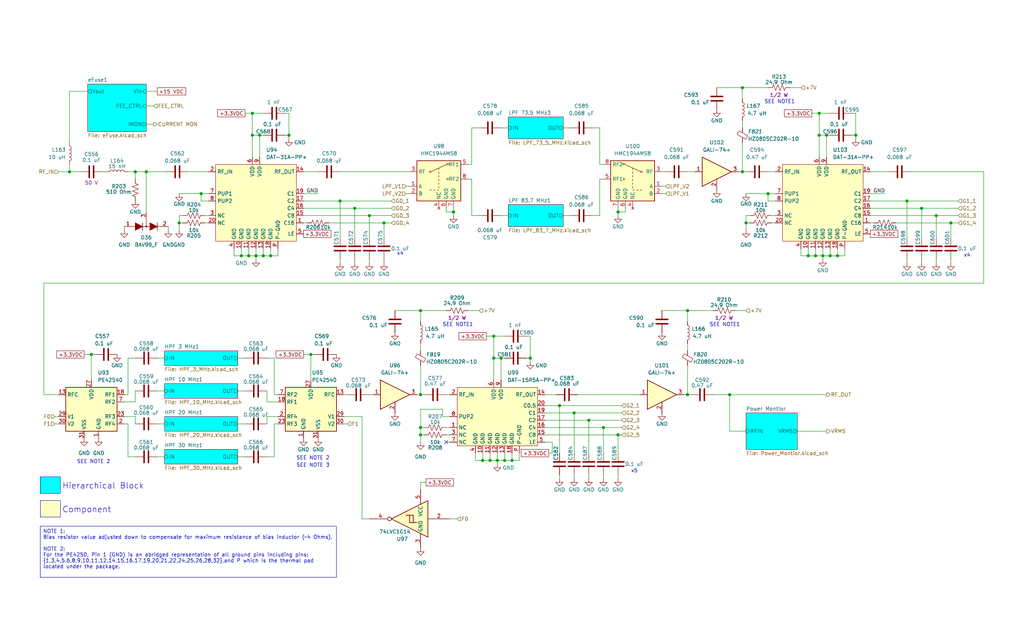
<source format=kicad_sch>
(kicad_sch (version 20231120) (generator "eeschema") (generator_version "8.0")
  (paper "USLegal")
  (title_block (title "LWA ARX  Rev I") (date "2024-11-15") (rev "2.0"))
  (junction (at 31.75 123.19))
  (junction (at 209.55 148.59))
  (junction (at 157.48 73.66))
  (junction (at 69.85 67.31))
  (junction (at 88.9 88.9))
  (junction (at 175.26 160.02))
  (junction (at 257.81 30.48))
  (junction (at 284.48 39.37))
  (junction (at 259.08 77.47))
  (junction (at 172.72 160.02))
  (junction (at 50.8 59.69))
  (junction (at 288.29 88.9))
  (junction (at 253.365 137.16))
  (junction (at 285.75 88.9))
  (junction (at 91.44 88.9))
  (junction (at 83.82 88.9))
  (junction (at 146.05 137.16))
  (junction (at 284.48 46.99))
  (junction (at 170.18 160.02))
  (junction (at 86.36 88.9))
  (junction (at 90.17 46.99))
  (junction (at 87.63 39.37))
  (junction (at 238.76 107.95))
  (junction (at 133.35 77.47))
  (junction (at 184.15 124.46))
  (junction (at 283.21 88.9))
  (junction (at 100.33 46.99))
  (junction (at 325.12 74.93))
  (junction (at 107.95 123.19))
  (junction (at 146.05 107.95))
  (junction (at 123.19 72.39))
  (junction (at 194.31 140.97))
  (junction (at 280.67 88.9))
  (junction (at 146.05 148.59))
  (junction (at 297.18 46.99))
  (junction (at 24.13 59.69))
  (junction (at 290.83 88.9))
  (junction (at 167.64 160.02))
  (junction (at 93.98 88.9))
  (junction (at 314.96 69.85))
  (junction (at 87.63 46.99))
  (junction (at 171.45 116.84))
  (junction (at 199.39 143.51))
  (junction (at 214.63 73.66))
  (junction (at 46.99 59.69))
  (junction (at 128.27 74.93))
  (junction (at 177.8 160.02))
  (junction (at 146.05 151.13))
  (junction (at 287.02 46.99))
  (junction (at 238.76 137.16))
  (junction (at 266.7 67.31))
  (junction (at 330.2 77.47))
  (junction (at 118.11 69.85))
  (junction (at 62.23 77.47))
  (junction (at 171.45 124.46))
  (junction (at 214.63 151.13))
  (junction (at 257.81 59.69))
  (junction (at 204.47 146.05))
  (junction (at 173.99 124.46))
  (junction (at 320.04 72.39))
  (no_connect (at 154.94 153.67))
  (wire (pts (xy 24.13 31.75) (xy 24.13 49.53)))
  (wire (pts (xy 171.45 124.46) (xy 171.45 132.08)))
  (wire (pts (xy 154.94 148.59) (xy 156.21 148.59)))
  (wire (pts (xy 189.23 146.05) (xy 204.47 146.05)))
  (wire (pts (xy 46.99 139.7) (xy 43.18 139.7)))
  (wire (pts (xy 175.26 160.02) (xy 177.8 160.02)))
  (wire (pts (xy 154.94 72.39) (xy 154.94 73.66)))
  (wire (pts (xy 44.45 59.69) (xy 46.99 59.69)))
  (wire (pts (xy 20.32 59.69) (xy 24.13 59.69)))
  (wire (pts (xy 87.63 39.37) (xy 87.63 46.99)))
  (wire (pts (xy 311.15 77.47) (xy 330.2 77.47)))
  (wire (pts (xy 105.41 72.39) (xy 123.19 72.39)))
  (wire (pts (xy 172.72 160.02) (xy 172.72 161.29)))
  (wire (pts (xy 191.77 157.48) (xy 190.5 157.48)))
  (wire (pts (xy 100.33 46.99) (xy 99.06 46.99)))
  (wire (pts (xy 133.35 90.17) (xy 133.35 91.44)))
  (wire (pts (xy 71.12 74.93) (xy 72.39 74.93)))
  (wire (pts (xy 209.55 57.15) (xy 208.28 57.15)))
  (wire (pts (xy 247.65 107.95) (xy 238.76 107.95)))
  (wire (pts (xy 214.63 165.1) (xy 214.63 166.37)))
  (wire (pts (xy 278.13 86.36) (xy 278.13 88.9)))
  (wire (pts (xy 105.41 67.31) (xy 110.49 67.31)))
  (wire (pts (xy 146.05 151.13) (xy 146.05 153.67)))
  (wire (pts (xy 44.45 124.46) (xy 44.45 137.16)))
  (wire (pts (xy 119.38 144.78) (xy 125.73 144.78)))
  (wire (pts (xy 69.85 69.85) (xy 69.85 67.31)))
  (wire (pts (xy 283.21 88.9) (xy 285.75 88.9)))
  (wire (pts (xy 133.35 77.47) (xy 135.89 77.47)))
  (wire (pts (xy 341.63 59.69) (xy 341.63 98.425)))
  (wire (pts (xy 43.18 78.74) (xy 43.18 80.01)))
  (wire (pts (xy 105.41 74.93) (xy 128.27 74.93)))
  (wire (pts (xy 162.56 107.95) (xy 166.37 107.95)))
  (wire (pts (xy 184.15 116.84) (xy 184.15 124.46)))
  (wire (pts (xy 54.61 135.89) (xy 57.15 135.89)))
  (wire (pts (xy 247.65 137.16) (xy 253.365 137.16)))
  (wire (pts (xy 293.37 88.9) (xy 293.37 86.36)))
  (wire (pts (xy 95.25 124.46) (xy 95.25 137.16)))
  (wire (pts (xy 19.05 144.78) (xy 20.32 144.78)))
  (wire (pts (xy 209.55 148.59) (xy 215.9 148.59)))
  (wire (pts (xy 204.47 146.05) (xy 204.47 157.48)))
  (wire (pts (xy 199.39 165.1) (xy 199.39 166.37)))
  (wire (pts (xy 140.97 67.31) (xy 142.24 67.31)))
  (wire (pts (xy 295.91 39.37) (xy 297.18 39.37)))
  (wire (pts (xy 194.31 165.1) (xy 194.31 166.37)))
  (wire (pts (xy 146.05 142.24) (xy 146.05 148.59)))
  (wire (pts (xy 54.61 158.75) (xy 57.15 158.75)))
  (wire (pts (xy 257.81 44.45) (xy 257.81 41.91)))
  (wire (pts (xy 204.47 165.1) (xy 204.47 166.37)))
  (wire (pts (xy 82.55 124.46) (xy 85.09 124.46)))
  (wire (pts (xy 88.9 88.9) (xy 91.44 88.9)))
  (wire (pts (xy 274.32 30.48) (xy 278.13 30.48)))
  (wire (pts (xy 297.18 48.26) (xy 297.18 46.99)))
  (wire (pts (xy 238.76 107.95) (xy 238.76 111.76)))
  (wire (pts (xy 290.83 88.9) (xy 293.37 88.9)))
  (wire (pts (xy 180.34 160.02) (xy 180.34 157.48)))
  (wire (pts (xy 83.82 88.9) (xy 86.36 88.9)))
  (wire (pts (xy 231.14 59.69) (xy 229.87 59.69)))
  (wire (pts (xy 125.73 144.78) (xy 125.73 180.34)))
  (wire (pts (xy 163.83 57.15) (xy 162.56 57.15)))
  (wire (pts (xy 31.75 123.19) (xy 33.02 123.19)))
  (wire (pts (xy 280.67 86.36) (xy 280.67 88.9)))
  (wire (pts (xy 146.05 167.64) (xy 146.05 170.18)))
  (wire (pts (xy 86.36 86.36) (xy 86.36 88.9)))
  (wire (pts (xy 92.71 124.46) (xy 95.25 124.46)))
  (wire (pts (xy 189.23 137.16) (xy 193.04 137.16)))
  (wire (pts (xy 120.65 147.32) (xy 119.38 147.32)))
  (wire (pts (xy 99.06 39.37) (xy 100.33 39.37)))
  (wire (pts (xy 175.26 157.48) (xy 175.26 160.02)))
  (wire (pts (xy 189.23 153.67) (xy 191.77 153.67)))
  (wire (pts (xy 209.55 148.59) (xy 209.55 157.48)))
  (wire (pts (xy 29.21 123.19) (xy 31.75 123.19)))
  (wire (pts (xy 194.31 140.97) (xy 215.9 140.97)))
  (wire (pts (xy 266.7 67.31) (xy 269.24 67.31)))
  (wire (pts (xy 171.45 116.84) (xy 175.26 116.84)))
  (wire (pts (xy 266.7 30.48) (xy 257.81 30.48)))
  (wire (pts (xy 46.99 59.69) (xy 50.8 59.69)))
  (wire (pts (xy 189.23 143.51) (xy 199.39 143.51)))
  (wire (pts (xy 50.8 31.75) (xy 54.61 31.75)))
  (wire (pts (xy 147.955 167.64) (xy 146.05 167.64)))
  (wire (pts (xy 325.12 90.17) (xy 325.12 91.44)))
  (wire (pts (xy 189.23 151.13) (xy 214.63 151.13)))
  (wire (pts (xy 208.28 44.45) (xy 205.74 44.45)))
  (wire (pts (xy 189.23 148.59) (xy 209.55 148.59)))
  (wire (pts (xy 170.18 157.48) (xy 170.18 160.02)))
  (wire (pts (xy 44.45 137.16) (xy 43.18 137.16)))
  (wire (pts (xy 200.66 137.16) (xy 222.25 137.16)))
  (wire (pts (xy 172.72 157.48) (xy 172.72 160.02)))
  (wire (pts (xy 257.81 59.69) (xy 259.08 59.69)))
  (wire (pts (xy 163.83 57.15) (xy 163.83 44.45)))
  (wire (pts (xy 284.48 46.99) (xy 287.02 46.99)))
  (wire (pts (xy 199.39 143.51) (xy 199.39 157.48)))
  (wire (pts (xy 214.63 72.39) (xy 214.63 73.66)))
  (wire (pts (xy 146.05 151.13) (xy 147.32 151.13)))
  (wire (pts (xy 194.31 140.97) (xy 189.23 140.97)))
  (wire (pts (xy 105.41 77.47) (xy 106.68 77.47)))
  (wire (pts (xy 30.48 31.75) (xy 24.13 31.75)))
  (wire (pts (xy 314.96 69.85) (xy 332.74 69.85)))
  (wire (pts (xy 330.2 90.17) (xy 330.2 91.44)))
  (wire (pts (xy 172.72 160.02) (xy 175.26 160.02)))
  (wire (pts (xy 154.94 107.95) (xy 146.05 107.95)))
  (wire (pts (xy 297.18 46.99) (xy 295.91 46.99)))
  (wire (pts (xy 128.27 90.17) (xy 128.27 91.44)))
  (wire (pts (xy 88.9 88.9) (xy 88.9 90.17)))
  (wire (pts (xy 184.15 125.73) (xy 184.15 124.46)))
  (wire (pts (xy 43.18 144.78) (xy 46.99 144.78)))
  (wire (pts (xy 171.45 124.46) (xy 173.99 124.46)))
  (wire (pts (xy 184.15 124.46) (xy 182.88 124.46)))
  (wire (pts (xy 15.24 98.425) (xy 15.24 137.16)))
  (wire (pts (xy 257.81 30.48) (xy 248.92 30.48)))
  (wire (pts (xy 238.76 59.69) (xy 241.3 59.69)))
  (wire (pts (xy 156.21 180.34) (xy 158.75 180.34)))
  (wire (pts (xy 163.83 74.93) (xy 166.37 74.93)))
  (wire (pts (xy 146.05 127) (xy 146.05 137.16)))
  (wire (pts (xy 302.26 72.39) (xy 320.04 72.39)))
  (wire (pts (xy 154.94 137.16) (xy 156.21 137.16)))
  (wire (pts (xy 238.76 127) (xy 238.76 137.16)))
  (wire (pts (xy 194.31 140.97) (xy 194.31 157.48)))
  (wire (pts (xy 209.55 62.23) (xy 208.28 62.23)))
  (wire (pts (xy 325.12 74.93) (xy 325.12 82.55)))
  (wire (pts (xy 100.33 48.26) (xy 100.33 46.99)))
  (wire (pts (xy 284.48 39.37) (xy 284.48 46.99)))
  (wire (pts (xy 118.11 69.85) (xy 118.11 82.55)))
  (wire (pts (xy 82.55 135.89) (xy 85.09 135.89)))
  (wire (pts (xy 133.35 77.47) (xy 133.35 82.55)))
  (wire (pts (xy 95.25 147.32) (xy 95.25 158.75)))
  (wire (pts (xy 140.97 64.77) (xy 142.24 64.77)))
  (wire (pts (xy 163.83 44.45) (xy 166.37 44.45)))
  (wire (pts (xy 105.41 123.19) (xy 107.95 123.19)))
  (wire (pts (xy 46.99 135.89) (xy 46.99 139.7)))
  (wire (pts (xy 255.27 107.95) (xy 259.08 107.95)))
  (wire (pts (xy 280.67 88.9) (xy 283.21 88.9)))
  (wire (pts (xy 146.05 107.95) (xy 146.05 111.76)))
  (wire (pts (xy 118.11 90.17) (xy 118.11 91.44)))
  (wire (pts (xy 92.71 139.7) (xy 96.52 139.7)))
  (wire (pts (xy 81.28 86.36) (xy 81.28 88.9)))
  (wire (pts (xy 147.32 148.59) (xy 146.05 148.59)))
  (wire (pts (xy 119.38 137.16) (xy 120.65 137.16)))
  (wire (pts (xy 46.99 158.75) (xy 44.45 158.75)))
  (wire (pts (xy 217.17 73.66) (xy 214.63 73.66)))
  (wire (pts (xy 314.96 90.17) (xy 314.96 91.44)))
  (wire (pts (xy 46.99 59.69) (xy 46.99 62.23)))
  (wire (pts (xy 208.28 57.15) (xy 208.28 44.45)))
  (wire (pts (xy 44.45 147.32) (xy 44.45 158.75)))
  (wire (pts (xy 325.12 74.93) (xy 332.74 74.93)))
  (wire (pts (xy 107.95 123.19) (xy 107.95 132.08)))
  (wire (pts (xy 19.05 147.32) (xy 20.32 147.32)))
  (wire (pts (xy 266.7 69.85) (xy 266.7 67.31)))
  (wire (pts (xy 237.49 137.16) (xy 238.76 137.16)))
  (wire (pts (xy 276.86 149.86) (xy 287.02 149.86)))
  (wire (pts (xy 92.71 158.75) (xy 95.25 158.75)))
  (wire (pts (xy 314.96 69.85) (xy 314.96 82.55)))
  (wire (pts (xy 96.52 144.78) (xy 92.71 144.78)))
  (wire (pts (xy 173.99 124.46) (xy 173.99 132.08)))
  (wire (pts (xy 125.73 180.34) (xy 128.27 180.34)))
  (wire (pts (xy 288.29 46.99) (xy 287.02 46.99)))
  (wire (pts (xy 330.2 77.47) (xy 330.2 82.55)))
  (wire (pts (xy 118.11 59.69) (xy 142.24 59.69)))
  (wire (pts (xy 87.63 46.99) (xy 90.17 46.99)))
  (wire (pts (xy 50.8 73.66) (xy 50.8 59.69)))
  (wire (pts (xy 267.97 74.93) (xy 269.24 74.93)))
  (wire (pts (xy 267.97 77.47) (xy 269.24 77.47)))
  (wire (pts (xy 154.94 153.67) (xy 156.21 153.67)))
  (wire (pts (xy 24.13 59.69) (xy 27.94 59.69)))
  (wire (pts (xy 15.24 98.425) (xy 341.63 98.425)))
  (wire (pts (xy 154.94 151.13) (xy 156.21 151.13)))
  (wire (pts (xy 43.18 147.32) (xy 44.45 147.32)))
  (wire (pts (xy 214.63 73.66) (xy 214.63 74.93)))
  (wire (pts (xy 128.27 74.93) (xy 135.89 74.93)))
  (wire (pts (xy 259.08 74.93) (xy 259.08 77.47)))
  (wire (pts (xy 82.55 158.75) (xy 85.09 158.75)))
  (wire (pts (xy 88.9 86.36) (xy 88.9 88.9)))
  (wire (pts (xy 118.11 69.85) (xy 105.41 69.85)))
  (wire (pts (xy 191.77 153.67) (xy 191.77 157.48)))
  (wire (pts (xy 257.81 49.53) (xy 257.81 59.69)))
  (wire (pts (xy 231.14 67.31) (xy 229.87 67.31)))
  (wire (pts (xy 157.48 73.66) (xy 157.48 74.93)))
  (wire (pts (xy 146.05 137.16) (xy 147.32 137.16)))
  (wire (pts (xy 165.1 157.48) (xy 165.1 160.02)))
  (wire (pts (xy 92.71 135.89) (xy 92.71 139.7)))
  (wire (pts (xy 199.39 143.51) (xy 215.9 143.51)))
  (wire (pts (xy 195.58 44.45) (xy 198.12 44.45)))
  (wire (pts (xy 62.23 74.93) (xy 62.23 77.47)))
  (wire (pts (xy 287.02 46.99) (xy 287.02 54.61)))
  (wire (pts (xy 153.67 142.24) (xy 153.67 144.78)))
  (wire (pts (xy 128.27 137.16) (xy 129.54 137.16)))
  (wire (pts (xy 231.14 64.77) (xy 229.87 64.77)))
  (wire (pts (xy 214.63 151.13) (xy 215.9 151.13)))
  (wire (pts (xy 259.08 77.47) (xy 260.35 77.47)))
  (wire (pts (xy 46.99 124.46) (xy 44.45 124.46)))
  (wire (pts (xy 208.28 62.23) (xy 208.28 74.93)))
  (wire (pts (xy 163.83 62.23) (xy 162.56 62.23)))
  (wire (pts (xy 118.11 69.85) (xy 135.89 69.85)))
  (wire (pts (xy 260.35 74.93) (xy 259.08 74.93)))
  (wire (pts (xy 71.12 77.47) (xy 72.39 77.47)))
  (wire (pts (xy 15.24 137.16) (xy 20.32 137.16)))
  (wire (pts (xy 91.44 46.99) (xy 90.17 46.99)))
  (wire (pts (xy 62.23 67.31) (xy 69.85 67.31)))
  (wire (pts (xy 253.365 137.16) (xy 287.02 137.16)))
  (wire (pts (xy 176.53 74.93) (xy 173.99 74.93)))
  (wire (pts (xy 46.99 144.78) (xy 46.99 147.32)))
  (wire (pts (xy 238.76 137.16) (xy 240.03 137.16)))
  (wire (pts (xy 278.13 88.9) (xy 280.67 88.9)))
  (wire (pts (xy 146.05 121.92) (xy 146.05 119.38)))
  (wire (pts (xy 87.63 39.37) (xy 91.44 39.37)))
  (wire (pts (xy 288.29 88.9) (xy 290.83 88.9)))
  (wire (pts (xy 96.52 88.9) (xy 96.52 86.36)))
  (wire (pts (xy 302.26 59.69) (xy 308.61 59.69)))
  (wire (pts (xy 144.78 137.16) (xy 146.05 137.16)))
  (wire (pts (xy 157.48 72.39) (xy 157.48 73.66)))
  (wire (pts (xy 281.94 39.37) (xy 284.48 39.37)))
  (wire (pts (xy 123.19 72.39) (xy 135.89 72.39)))
  (wire (pts (xy 63.5 74.93) (xy 62.23 74.93)))
  (wire (pts (xy 182.88 116.84) (xy 184.15 116.84)))
  (wire (pts (xy 170.18 160.02) (xy 172.72 160.02)))
  (wire (pts (xy 257.81 30.48) (xy 257.81 34.29)))
  (wire (pts (xy 177.8 160.02) (xy 180.34 160.02)))
  (wire (pts (xy 320.04 72.39) (xy 320.04 82.55)))
  (wire (pts (xy 302.26 74.93) (xy 325.12 74.93)))
  (wire (pts (xy 314.96 69.85) (xy 302.26 69.85)))
  (wire (pts (xy 96.52 147.32) (xy 95.25 147.32)))
  (wire (pts (xy 173.99 44.45) (xy 176.53 44.45)))
  (wire (pts (xy 214.63 151.13) (xy 214.63 157.48)))
  (wire (pts (xy 269.24 69.85) (xy 266.7 69.85)))
  (wire (pts (xy 238.76 107.95) (xy 229.87 107.95)))
  (wire (pts (xy 123.19 72.39) (xy 123.19 82.55)))
  (wire (pts (xy 168.91 116.84) (xy 171.45 116.84)))
  (wire (pts (xy 285.75 88.9) (xy 288.29 88.9)))
  (wire (pts (xy 50.8 36.83) (xy 53.34 36.83)))
  (wire (pts (xy 288.29 86.36) (xy 288.29 88.9)))
  (wire (pts (xy 87.63 46.99) (xy 87.63 54.61)))
  (wire (pts (xy 266.7 59.69) (xy 269.24 59.69)))
  (wire (pts (xy 92.71 144.78) (xy 92.71 147.32)))
  (wire (pts (xy 316.23 59.69) (xy 341.63 59.69)))
  (wire (pts (xy 153.67 144.78) (xy 156.21 144.78)))
  (wire (pts (xy 93.98 88.9) (xy 96.52 88.9)))
  (wire (pts (xy 165.1 160.02) (xy 167.64 160.02)))
  (wire (pts (xy 54.61 124.46) (xy 57.15 124.46)))
  (wire (pts (xy 69.85 67.31) (xy 72.39 67.31)))
  (wire (pts (xy 284.48 39.37) (xy 288.29 39.37)))
  (wire (pts (xy 259.08 67.31) (xy 266.7 67.31)))
  (wire (pts (xy 285.75 86.36) (xy 285.75 88.9)))
  (wire (pts (xy 91.44 86.36) (xy 91.44 88.9)))
  (wire (pts (xy 217.17 72.39) (xy 217.17 73.66)))
  (wire (pts (xy 195.58 74.93) (xy 198.12 74.93)))
  (wire (pts (xy 35.56 59.69) (xy 36.83 59.69)))
  (wire (pts (xy 24.13 57.15) (xy 24.13 59.69)))
  (wire (pts (xy 167.64 160.02) (xy 170.18 160.02)))
  (wire (pts (xy 54.61 147.32) (xy 57.15 147.32)))
  (wire (pts (xy 146.05 148.59) (xy 146.05 151.13)))
  (wire (pts (xy 31.75 123.19) (xy 31.75 132.08)))
  (wire (pts (xy 320.04 90.17) (xy 320.04 91.44)))
  (wire (pts (xy 330.2 77.47) (xy 332.74 77.47)))
  (wire (pts (xy 114.3 77.47) (xy 133.35 77.47)))
  (wire (pts (xy 173.99 124.46) (xy 175.26 124.46)))
  (wire (pts (xy 105.41 59.69) (xy 110.49 59.69)))
  (wire (pts (xy 253.365 149.86) (xy 253.365 137.16)))
  (wire (pts (xy 93.98 86.36) (xy 93.98 88.9)))
  (wire (pts (xy 50.8 59.69) (xy 57.785 59.69)))
  (wire (pts (xy 259.08 149.86) (xy 253.365 149.86)))
  (wire (pts (xy 238.76 121.92) (xy 238.76 119.38)))
  (wire (pts (xy 65.405 59.69) (xy 72.39 59.69)))
  (wire (pts (xy 209.55 165.1) (xy 209.55 166.37)))
  (wire (pts (xy 95.25 137.16) (xy 96.52 137.16)))
  (wire (pts (xy 100.33 39.37) (xy 100.33 46.99)))
  (wire (pts (xy 146.05 107.95) (xy 137.16 107.95)))
  (wire (pts (xy 58.42 78.74) (xy 58.42 80.01)))
  (wire (pts (xy 50.8 43.18) (xy 53.34 43.18)))
  (wire (pts (xy 259.08 77.47) (xy 259.08 80.01)))
  (wire (pts (xy 302.26 67.31) (xy 307.34 67.31)))
  (wire (pts (xy 81.28 88.9) (xy 83.82 88.9)))
  (wire (pts (xy 107.95 123.19) (xy 109.22 123.19)))
  (wire (pts (xy 85.09 39.37) (xy 87.63 39.37)))
  (wire (pts (xy 90.17 46.99) (xy 90.17 54.61)))
  (wire (pts (xy 171.45 116.84) (xy 171.45 124.46)))
  (wire (pts (xy 208.28 74.93) (xy 205.74 74.93)))
  (wire (pts (xy 177.8 157.48) (xy 177.8 160.02)))
  (wire (pts (xy 72.39 69.85) (xy 69.85 69.85)))
  (wire (pts (xy 154.94 73.66) (xy 157.48 73.66)))
  (wire (pts (xy 86.36 88.9) (xy 88.9 88.9)))
  (wire (pts (xy 62.23 77.47) (xy 62.23 80.01)))
  (wire (pts (xy 62.23 77.47) (xy 63.5 77.47)))
  (wire (pts (xy 146.05 142.24) (xy 153.67 142.24)))
  (wire (pts (xy 285.75 88.9) (xy 285.75 90.17)))
  (wire (pts (xy 163.83 62.23) (xy 163.83 74.93)))
  (wire (pts (xy 320.04 72.39) (xy 332.74 72.39)))
  (wire (pts (xy 290.83 86.36) (xy 290.83 88.9)))
  (wire (pts (xy 283.21 86.36) (xy 283.21 88.9)))
  (wire (pts (xy 128.27 74.93) (xy 128.27 82.55)))
  (wire (pts (xy 82.55 147.32) (xy 85.09 147.32)))
  (wire (pts (xy 297.18 39.37) (xy 297.18 46.99)))
  (wire (pts (xy 167.64 157.48) (xy 167.64 160.02)))
  (wire (pts (xy 302.26 77.47) (xy 303.53 77.47)))
  (wire (pts (xy 91.44 88.9) (xy 93.98 88.9)))
  (wire (pts (xy 123.19 90.17) (xy 123.19 91.44)))
  (wire (pts (xy 256.54 59.69) (xy 257.81 59.69)))
  (wire (pts (xy 284.48 46.99) (xy 284.48 54.61)))
  (wire (pts (xy 204.47 146.05) (xy 215.9 146.05)))
  (wire (pts (xy 83.82 86.36) (xy 83.82 88.9)))
  (rectangle (start 13.97 165.735) (end 20.955 171.45) (fill (type color) (color 0 255 255 1)))
  (rectangle (start 13.97 173.99) (end 20.955 179.705) (fill (type color) (color 255 255 194 1)))
  (text_box "NOTE 1:\nBias resistor value adjusted down to compensate for maximum resistance of bias inductor (~4 Ohms).\n\nNOTE 2:\nFor the PE4250, Pin 1 (GND) is an abridged representation of all ground pins including pins: \n{1,3,4,5,6,8,9,10,11,12,14,15,16,17,19,20,21,22,24,25,26,28,32},and P which is the thermal pad located under the package.\n" (at 13.97 182.88 0) (size 102.87 17.78) (effects (font (size 1.27 1.27)) (justify left top)))
  (text "x4" (at 334.645 89.535 0) (effects (font (size 1.27 1.27)) (justify left bottom)))
  (text "x4" (at 137.795 88.9 0) (effects (font (size 1.27 1.27)) (justify left bottom)))
  (text "SEE NOTE1" (at 246.38 113.665 0) (effects (font (size 1.27 1.27)) (justify left bottom)))
  (text "Hierarchical Block" (at 21.59 170.18 0) (effects (font (size 2.032 2.032)) (justify left bottom)))
  (text "x5" (at 219.075 164.465 0) (effects (font (size 1.27 1.27)) (justify left bottom)))
  (text "SEE NOTE1" (at 153.67 113.665 0) (effects (font (size 1.27 1.27)) (justify left bottom)))
  (text "SEE NOTE 2" (at 26.67 161.29 0) (effects (font (size 1.27 1.27)) (justify left bottom)))
  (text "Component" (at 21.59 178.435 0) (effects (font (size 2.032 2.032)) (justify left bottom)))
  (text "SEE NOTE1" (at 265.43 36.195 0) (effects (font (size 1.27 1.27)) (justify left bottom)))
  (text "SEE NOTE 2" (at 102.87 160.02 0) (effects (font (size 1.27 1.27)) (justify left bottom)))
  (text "SEE NOTE 3" (at 102.87 162.56 0) (effects (font (size 1.27 1.27)) (justify left bottom)))
  (label "GND" (at 307.34 67.31 180))
  (label "GND" (at 110.49 67.31 180))
  (global_label "+3.3VDC" (shape passive) (at 281.94 39.37 180) (property "Intersheetrefs" "${INTERSHEET_REFS}" (effects (hide yes))))
  (global_label "+3.3VDC" (shape passive) (at 168.91 116.84 180) (property "Intersheetrefs" "${INTERSHEET_REFS}" (effects (hide yes))))
  (global_label "+3.3VDC" (shape passive) (at 190.5 157.48 180) (property "Intersheetrefs" "${INTERSHEET_REFS}" (effects (hide yes))))
  (global_label "+15 VDC" (shape passive) (at 54.61 31.75 0) (property "Intersheetrefs" "${INTERSHEET_REFS}" (effects (hide yes))))
  (global_label "+3.3VDC" (shape passive) (at 105.41 123.19 180) (property "Intersheetrefs" "${INTERSHEET_REFS}" (effects (hide yes))))
  (global_label "+3.3VDC" (shape passive) (at 85.09 39.37 180) (property "Intersheetrefs" "${INTERSHEET_REFS}" (effects (hide yes))))
  (global_label "+3.3VDC" (shape passive) (at 147.955 167.64 0) (property "Intersheetrefs" "${INTERSHEET_REFS}" (effects (hide yes))))
  (global_label "+3.3VDC" (shape passive) (at 105.41 81.28 0) (property "Intersheetrefs" "${INTERSHEET_REFS}" (effects (hide yes))))
  (global_label "+3.3VDC" (shape passive) (at 302.26 81.28 0) (property "Intersheetrefs" "${INTERSHEET_REFS}" (effects (hide yes))))
  (global_label "+3.3VDC" (shape passive) (at 29.21 123.19 180) (property "Intersheetrefs" "${INTERSHEET_REFS}" (effects (hide yes))))
  (hierarchical_label "G1_3" (shape input) (at 332.74 74.93 0))
  (hierarchical_label "LPF_V1" (shape input) (at 231.14 67.31 0))
  (hierarchical_label "F0" (shape input) (at 158.75 180.34 0))
  (hierarchical_label "G0_3" (shape input) (at 135.89 74.93 0))
  (hierarchical_label "G1_2" (shape input) (at 332.74 72.39 0))
  (hierarchical_label "F1" (shape input) (at 120.65 147.32 0))
  (hierarchical_label "G2_4" (shape input) (at 215.9 148.59 0))
  (hierarchical_label "+7V" (shape input) (at 166.37 107.95 0))
  (hierarchical_label "LPF_V1" (shape input) (at 140.97 64.77 180))
  (hierarchical_label "G0_2" (shape input) (at 135.89 72.39 0))
  (hierarchical_label "F0" (shape input) (at 19.05 144.78 180))
  (hierarchical_label "RF_OUT" (shape output) (at 287.02 137.16 0))
  (hierarchical_label "CURRENT MON" (shape output) (at 53.34 43.18 0))
  (hierarchical_label "G1_1" (shape input) (at 332.74 69.85 0))
  (hierarchical_label "FEE_CTRL" (shape input) (at 53.34 36.83 0))
  (hierarchical_label "G2_2" (shape input) (at 215.9 143.51 0))
  (hierarchical_label "F1" (shape input) (at 19.05 147.32 180))
  (hierarchical_label "RF_IN" (shape input) (at 20.32 59.69 180))
  (hierarchical_label "LPF_V2" (shape input) (at 140.97 67.31 180))
  (hierarchical_label "LPF_V2" (shape input) (at 231.14 64.77 0))
  (hierarchical_label "G2_1" (shape input) (at 215.9 140.97 0))
  (hierarchical_label "+7V" (shape input) (at 278.13 30.48 0))
  (hierarchical_label "G2_3" (shape input) (at 215.9 146.05 0))
  (hierarchical_label "G0_1" (shape input) (at 135.89 69.85 0))
  (hierarchical_label "+7V" (shape input) (at 259.08 107.95 0))
  (hierarchical_label "G0_4" (shape input) (at 135.89 77.47 0))
  (hierarchical_label "VRMS" (shape output) (at 287.02 149.86 0))
  (hierarchical_label "G2_5" (shape input) (at 215.9 151.13 0))
  (hierarchical_label "G1_4" (shape input) (at 332.74 77.47 0))
  (symbol (lib_id "Device:R_US") (at 110.49 77.47 270) (unit 1)
    (property "Reference" "R206" (at 108.712 78.994 90))
    (property "Value" "10k" (at 113.03 78.994 90))
    (property "Footprint" "Resistor_SMD:R_0805_2012Metric_Pad1.20x1.40mm_HandSolder" (effects (hide yes)))
    (property "Datasheet" "http://www.yageo.com/documents/recent/PYu-RC_Group_51_RoHS_L_10.pdf" (effects (hide yes)))
    (property "MFGR" "Yageo" (effects (hide yes)))
    (property "MPN" "RC0805FR-0710KL" (effects (hide yes)))
    (property "Tolerance" "1%" (effects (hide yes)))
    (property "Power" "1/8 W" (effects (hide yes)))
    (property "Temp Coeff" "NA" (effects (hide yes)))
    (property "Voltage Rating" "150 V" (effects (hide yes)))
    (property "Unit Cost" "0.10" (effects (hide yes)))
    (property "Stock" "30814943" (effects (hide yes)))
    (property "Stock Date" "03/04/2020" (effects (hide yes)))
    (property "Desc" "RES SMD 10K OHM 1% 1/8W 0805" (effects (hide yes)))
    (instances (project "ARX" (path "" (reference "R206") (unit 1)) (path "" (reference "R218") (unit 1)) (path "" (reference "R162") (unit 1)) (path "" (reference "R174") (unit 1)) (path "" (reference "R250") (unit 1)) (path "" (reference "R262") (unit 1)) (path "" (reference "R294") (unit 1)) (path "" (reference "R306") (unit 1)) (path "" (reference "R338") (unit 1)) (path "" (reference "R350") (unit 1)) (path "" (reference "R56") (unit 1)) (path "" (reference "R68") (unit 1)) (path "" (reference "R40") (unit 1)) (path "" (reference "R20") (unit 1)) (path "" (reference "R382") (unit 1)) (path "" (reference "R394") (unit 1))))
  )
  (symbol (lib_id "LWA_RF:74LVC1G14_1NC") (at 140.97 180.34 0) (mirror y) (unit 1)
    (property "Reference" "U97" (at 139.7 187.325 0))
    (property "Value" "74LVC1G14" (at 137.16 184.785 0))
    (property "Footprint" "Package_TO_SOT_SMD:SOT-23-5_HandSoldering" (effects (hide yes)))
    (property "Datasheet" "https://www.ti.com/lit/ds/symlink/sn74lvc1g14.pdf?ts=1707128494264" (effects (hide yes)))
    (property "MFGR" "Texas Instruments" (effects (hide yes)))
    (property "MPN" "SN74LVC1G14DBVT" (effects (hide yes)))
    (property "Unit Cost" "0.46" (effects (hide yes)))
    (property "Stock" "62774" (effects (hide yes)))
    (property "Stock Date" "01/29/2024" (effects (hide yes)))
    (property "Desc" "IC INVERTER 1CH 1-INP SOT23-5" (effects (hide yes)))
    (instances (project "ARX" (path "" (reference "U97") (unit 1)) (path "" (reference "U108") (unit 1)) (path "" (reference "U70") (unit 1)) (path "" (reference "U81") (unit 1)) (path "" (reference "U124") (unit 1)) (path "" (reference "U135") (unit 1)) (path "" (reference "U151") (unit 1)) (path "" (reference "U162") (unit 1)) (path "" (reference "U178") (unit 1)) (path "" (reference "U189") (unit 1)) (path "" (reference "U36") (unit 1)) (path "" (reference "U54") (unit 1)) (path "" (reference "U44") (unit 1)) (path "" (reference "U45") (unit 1)) (path "" (reference "U205") (unit 1)) (path "" (reference "U216") (unit 1))))
  )
  (symbol (lib_id "power:GND") (at 123.19 91.44 0) (unit 1)
    (property "Reference" "#PWR0570" (effects (hide yes)))
    (property "Value" "GND" (at 123.19 95.25 0))
    (instances (project "ARX" (path "" (reference "#PWR0570") (unit 1)) (path "" (reference "#PWR0612") (unit 1)) (path "" (reference "#PWR0409") (unit 1)) (path "" (reference "#PWR0451") (unit 1)) (path "" (reference "#PWR0731") (unit 1)) (path "" (reference "#PWR0773") (unit 1)) (path "" (reference "#PWR0892") (unit 1)) (path "" (reference "#PWR0934") (unit 1)) (path "" (reference "#PWR01053") (unit 1)) (path "" (reference "#PWR01095") (unit 1)) (path "" (reference "#PWR0197") (unit 1)) (path "" (reference "#PWR0290") (unit 1)) (path "" (reference "#PWR0132") (unit 1)) (path "" (reference "#PWR057") (unit 1)) (path "" (reference "#PWR01214") (unit 1)) (path "" (reference "#PWR01256") (unit 1))))
  )
  (symbol (lib_id "Device:R_US") (at 46.99 66.04 0) (unit 1)
    (property "Reference" "R203" (at 41.275 64.77 0))
    (property "Value" "510 Ohm" (at 41.275 66.675 0))
    (property "Footprint" "Resistor_SMD:R_0805_2012Metric_Pad1.20x1.40mm_HandSolder" (effects (hide yes)))
    (property "Datasheet" "https://www.yageo.com/upload/media/product/app/datasheet/rchip/pyu-rc_group_51_rohs_l.pdf" (effects (hide yes)))
    (property "Description" "RES 510 OHM 1% 1/8W 0805" (effects (hide yes)))
    (property "MFGR" "YAGEO" (effects (hide yes)))
    (property "MPN" "RC0805FR-07510RL" (effects (hide yes)))
    (property "Tolerance" "1%" (effects (hide yes)))
    (property "Power" "0.125 W" (effects (hide yes)))
    (property "Temp Coeff" "NA" (effects (hide yes)))
    (property "Voltage Rating" "150 V" (effects (hide yes)))
    (property "Unit Cost" "0.1" (effects (hide yes)))
    (property "Stock" "101449" (effects (hide yes)))
    (property "Stock Date" "10/13/2023" (effects (hide yes)))
    (property "Desc" "RES 510 OHM 1% 1/8W 0805" (effects (hide yes)))
    (instances (project "ARX" (path "" (reference "R203") (unit 1)) (path "" (reference "R215") (unit 1)) (path "" (reference "R159") (unit 1)) (path "" (reference "R171") (unit 1)) (path "" (reference "R247") (unit 1)) (path "" (reference "R259") (unit 1)) (path "" (reference "R291") (unit 1)) (path "" (reference "R303") (unit 1)) (path "" (reference "R335") (unit 1)) (path "" (reference "R347") (unit 1)) (path "" (reference "R53") (unit 1)) (path "" (reference "R65") (unit 1)) (path "" (reference "R37") (unit 1)) (path "" (reference "R17") (unit 1)) (path "" (reference "R379") (unit 1)) (path "" (reference "R391") (unit 1))))
  )
  (symbol (lib_id "power:GND") (at 118.11 91.44 0) (unit 1)
    (property "Reference" "#PWR0569" (effects (hide yes)))
    (property "Value" "GND" (at 118.11 95.25 0))
    (instances (project "ARX" (path "" (reference "#PWR0569") (unit 1)) (path "" (reference "#PWR0611") (unit 1)) (path "" (reference "#PWR0408") (unit 1)) (path "" (reference "#PWR0450") (unit 1)) (path "" (reference "#PWR0730") (unit 1)) (path "" (reference "#PWR0772") (unit 1)) (path "" (reference "#PWR0891") (unit 1)) (path "" (reference "#PWR0933") (unit 1)) (path "" (reference "#PWR01052") (unit 1)) (path "" (reference "#PWR01094") (unit 1)) (path "" (reference "#PWR0196") (unit 1)) (path "" (reference "#PWR0289") (unit 1)) (path "" (reference "#PWR0131") (unit 1)) (path "" (reference "#PWR056") (unit 1)) (path "" (reference "#PWR01213") (unit 1)) (path "" (reference "#PWR01255") (unit 1))))
  )
  (symbol (lib_id "power:GND") (at 285.75 90.17 0) (unit 1)
    (property "Reference" "#PWR0592" (effects (hide yes)))
    (property "Value" "GND" (at 285.75 93.98 0))
    (instances (project "ARX" (path "" (reference "#PWR0592") (unit 1)) (path "" (reference "#PWR0634") (unit 1)) (path "" (reference "#PWR0431") (unit 1)) (path "" (reference "#PWR0473") (unit 1)) (path "" (reference "#PWR0753") (unit 1)) (path "" (reference "#PWR0795") (unit 1)) (path "" (reference "#PWR0914") (unit 1)) (path "" (reference "#PWR0956") (unit 1)) (path "" (reference "#PWR01075") (unit 1)) (path "" (reference "#PWR01117") (unit 1)) (path "" (reference "#PWR0270") (unit 1)) (path "" (reference "#PWR0312") (unit 1)) (path "" (reference "#PWR0153") (unit 1)) (path "" (reference "#PWR078") (unit 1)) (path "" (reference "#PWR01236") (unit 1)) (path "" (reference "#PWR01278") (unit 1))))
  )
  (symbol (lib_id "Device:C") (at 50.8 147.32 270) (mirror x) (unit 1)
    (property "Reference" "C560" (at 50.8 141.605 90))
    (property "Value" "0.068 uF" (at 50.8 143.51 90))
    (property "Footprint" "Capacitor_SMD:C_0603_1608Metric_Pad1.08x0.95mm_HandSolder" (effects (hide yes)))
    (property "Datasheet" "https://www.we-online.com/components/products/datasheet/885012206045.pdf" (effects (hide yes)))
    (property "MFGR" "Würth Elektronik" (effects (hide yes)))
    (property "MPN" "885012206045" (effects (hide yes)))
    (property "Unit Cost" "0.10" (effects (hide yes)))
    (property "Stock" "3629" (effects (hide yes)))
    (property "Stock Date" "12/14/2023" (effects (hide yes)))
    (property "Desc" "CAP CER 0.068UF 16V X7R 0603" (effects (hide yes)))
    (property "Temp Coeff" "X7R" (effects (hide yes)))
    (property "Tolerance" "10%" (effects (hide yes)))
    (property "Voltage Rating" "16 V" (effects (hide yes)))
    (instances (project "ARX" (path "" (reference "C560") (unit 1)) (path "" (reference "C606") (unit 1)) (path "" (reference "C391") (unit 1)) (path "" (reference "C437") (unit 1)) (path "" (reference "C729") (unit 1)) (path "" (reference "C775") (unit 1)) (path "" (reference "C898") (unit 1)) (path "" (reference "C944") (unit 1)) (path "" (reference "C1067") (unit 1)) (path "" (reference "C1113") (unit 1)) (path "" (reference "C165") (unit 1)) (path "" (reference "C268") (unit 1)) (path "" (reference "C93") (unit 1)) (path "" (reference "C11") (unit 1)) (path "" (reference "C1236") (unit 1)) (path "" (reference "C1282") (unit 1))))
  )
  (symbol (lib_id "Device:C") (at 88.9 135.89 90) (unit 1)
    (property "Reference" "C564" (at 88.9 130.81 90))
    (property "Value" "0.068 uF" (at 88.9 132.715 90))
    (property "Footprint" "Capacitor_SMD:C_0603_1608Metric_Pad1.08x0.95mm_HandSolder" (effects (hide yes)))
    (property "Datasheet" "https://www.we-online.com/components/products/datasheet/885012206045.pdf" (effects (hide yes)))
    (property "MFGR" "Würth Elektronik" (effects (hide yes)))
    (property "MPN" "885012206045" (effects (hide yes)))
    (property "Unit Cost" "0.10" (effects (hide yes)))
    (property "Stock" "3629" (effects (hide yes)))
    (property "Stock Date" "12/14/2023" (effects (hide yes)))
    (property "Desc" "CAP CER 0.068UF 16V X7R 0603" (effects (hide yes)))
    (property "Temp Coeff" "X7R" (effects (hide yes)))
    (property "Tolerance" "10%" (effects (hide yes)))
    (property "Voltage Rating" "16 V" (effects (hide yes)))
    (instances (project "ARX" (path "" (reference "C564") (unit 1)) (path "" (reference "C610") (unit 1)) (path "" (reference "C395") (unit 1)) (path "" (reference "C441") (unit 1)) (path "" (reference "C733") (unit 1)) (path "" (reference "C779") (unit 1)) (path "" (reference "C902") (unit 1)) (path "" (reference "C948") (unit 1)) (path "" (reference "C1071") (unit 1)) (path "" (reference "C1117") (unit 1)) (path "" (reference "C226") (unit 1)) (path "" (reference "C272") (unit 1)) (path "" (reference "C97") (unit 1)) (path "" (reference "C15") (unit 1)) (path "" (reference "C1240") (unit 1)) (path "" (reference "C1286") (unit 1))))
  )
  (symbol (lib_id "Device:R_US") (at 67.31 74.93 270) (unit 1)
    (property "Reference" "R204" (at 67.31 71.12 90))
    (property "Value" "10k" (at 67.31 73.025 90))
    (property "Footprint" "Resistor_SMD:R_0805_2012Metric_Pad1.20x1.40mm_HandSolder" (effects (hide yes)))
    (property "Datasheet" "http://www.yageo.com/documents/recent/PYu-RC_Group_51_RoHS_L_10.pdf" (effects (hide yes)))
    (property "MFGR" "Yageo" (effects (hide yes)))
    (property "MPN" "RC0805FR-0710KL" (effects (hide yes)))
    (property "Tolerance" "1%" (effects (hide yes)))
    (property "Power" "1/8 W" (effects (hide yes)))
    (property "Temp Coeff" "NA" (effects (hide yes)))
    (property "Voltage Rating" "150 V" (effects (hide yes)))
    (property "Unit Cost" "0.10" (effects (hide yes)))
    (property "Stock" "30814943" (effects (hide yes)))
    (property "Stock Date" "03/04/2020" (effects (hide yes)))
    (property "Desc" "RES SMD 10K OHM 1% 1/8W 0805" (effects (hide yes)))
    (instances (project "ARX" (path "" (reference "R204") (unit 1)) (path "" (reference "R216") (unit 1)) (path "" (reference "R160") (unit 1)) (path "" (reference "R172") (unit 1)) (path "" (reference "R248") (unit 1)) (path "" (reference "R260") (unit 1)) (path "" (reference "R292") (unit 1)) (path "" (reference "R304") (unit 1)) (path "" (reference "R336") (unit 1)) (path "" (reference "R348") (unit 1)) (path "" (reference "R54") (unit 1)) (path "" (reference "R66") (unit 1)) (path "" (reference "R38") (unit 1)) (path "" (reference "R18") (unit 1)) (path "" (reference "R380") (unit 1)) (path "" (reference "R392") (unit 1))))
  )
  (symbol (lib_id "Device:C") (at 262.89 59.69 90) (unit 1)
    (property "Reference" "C594" (at 262.89 52.07 90))
    (property "Value" "0.47 uF" (at 262.89 54.61 90))
    (property "Footprint" "Capacitor_SMD:C_0603_1608Metric_Pad1.08x0.95mm_HandSolder" (effects (hide yes)))
    (property "Datasheet" "https://www.we-online.com/components/products/datasheet/885012206050.pdf" (effects (hide yes)))
    (property "MFGR" "Würth Elektronik" (effects (hide yes)))
    (property "MPN" "885012206050" (effects (hide yes)))
    (property "Unit Cost" "0.10" (effects (hide yes)))
    (property "Stock" "20496" (effects (hide yes)))
    (property "Stock Date" "12/14/2023" (effects (hide yes)))
    (property "Desc" "CAP CER 0.47UF 16V X7R 0603" (effects (hide yes)))
    (property "Temp Coeff" "X7R" (effects (hide yes)))
    (property "Tolerance" "10%" (effects (hide yes)))
    (property "Voltage Rating" "16 V" (effects (hide yes)))
    (instances (project "ARX" (path "" (reference "C594") (unit 1)) (path "" (reference "C640") (unit 1)) (path "" (reference "C425") (unit 1)) (path "" (reference "C471") (unit 1)) (path "" (reference "C763") (unit 1)) (path "" (reference "C809") (unit 1)) (path "" (reference "C932") (unit 1)) (path "" (reference "C978") (unit 1)) (path "" (reference "C1101") (unit 1)) (path "" (reference "C1147") (unit 1)) (path "" (reference "C256") (unit 1)) (path "" (reference "C302") (unit 1)) (path "" (reference "C127") (unit 1)) (path "" (reference "C45") (unit 1)) (path "" (reference "C1270") (unit 1)) (path "" (reference "C1316") (unit 1))))
  )
  (symbol (lib_id "power:GND") (at 325.12 91.44 0) (unit 1)
    (property "Reference" "#PWR0596" (effects (hide yes)))
    (property "Value" "GND" (at 325.12 95.25 0))
    (instances (project "ARX" (path "" (reference "#PWR0596") (unit 1)) (path "" (reference "#PWR0638") (unit 1)) (path "" (reference "#PWR0435") (unit 1)) (path "" (reference "#PWR0477") (unit 1)) (path "" (reference "#PWR0757") (unit 1)) (path "" (reference "#PWR0799") (unit 1)) (path "" (reference "#PWR0918") (unit 1)) (path "" (reference "#PWR0960") (unit 1)) (path "" (reference "#PWR01079") (unit 1)) (path "" (reference "#PWR01121") (unit 1)) (path "" (reference "#PWR0274") (unit 1)) (path "" (reference "#PWR0316") (unit 1)) (path "" (reference "#PWR0158") (unit 1)) (path "" (reference "#PWR083") (unit 1)) (path "" (reference "#PWR01240") (unit 1)) (path "" (reference "#PWR01282") (unit 1))))
  )
  (symbol (lib_id "Device:R_US") (at 151.13 148.59 270) (unit 1)
    (property "Reference" "R207" (at 151.13 144.78 90))
    (property "Value" "10k" (at 151.13 146.685 90))
    (property "Footprint" "Resistor_SMD:R_0805_2012Metric_Pad1.20x1.40mm_HandSolder" (effects (hide yes)))
    (property "Datasheet" "http://www.yageo.com/documents/recent/PYu-RC_Group_51_RoHS_L_10.pdf" (effects (hide yes)))
    (property "MFGR" "Yageo" (effects (hide yes)))
    (property "MPN" "RC0805FR-0710KL" (effects (hide yes)))
    (property "Tolerance" "1%" (effects (hide yes)))
    (property "Power" "1/8 W" (effects (hide yes)))
    (property "Temp Coeff" "NA" (effects (hide yes)))
    (property "Voltage Rating" "150 V" (effects (hide yes)))
    (property "Unit Cost" "0.10" (effects (hide yes)))
    (property "Stock" "30814943" (effects (hide yes)))
    (property "Stock Date" "03/04/2020" (effects (hide yes)))
    (property "Desc" "RES SMD 10K OHM 1% 1/8W 0805" (effects (hide yes)))
    (instances (project "ARX" (path "" (reference "R207") (unit 1)) (path "" (reference "R219") (unit 1)) (path "" (reference "R163") (unit 1)) (path "" (reference "R175") (unit 1)) (path "" (reference "R251") (unit 1)) (path "" (reference "R263") (unit 1)) (path "" (reference "R295") (unit 1)) (path "" (reference "R307") (unit 1)) (path "" (reference "R339") (unit 1)) (path "" (reference "R351") (unit 1)) (path "" (reference "R57") (unit 1)) (path "" (reference "R69") (unit 1)) (path "" (reference "R41") (unit 1)) (path "" (reference "R21") (unit 1)) (path "" (reference "R383") (unit 1)) (path "" (reference "R395") (unit 1))))
  )
  (symbol (lib_id "Device:C") (at 170.18 74.93 90) (mirror x) (unit 1)
    (property "Reference" "C579" (at 170.18 82.55 90))
    (property "Value" "0.068 uF" (at 170.18 80.01 90))
    (property "Footprint" "Capacitor_SMD:C_0603_1608Metric_Pad1.08x0.95mm_HandSolder" (effects (hide yes)))
    (property "Datasheet" "https://www.we-online.com/components/products/datasheet/885012206045.pdf" (effects (hide yes)))
    (property "MFGR" "Würth Elektronik" (effects (hide yes)))
    (property "MPN" "885012206045" (effects (hide yes)))
    (property "Unit Cost" "0.10" (effects (hide yes)))
    (property "Stock" "3629" (effects (hide yes)))
    (property "Stock Date" "12/14/2023" (effects (hide yes)))
    (property "Desc" "CAP CER 0.068UF 16V X7R 0603" (effects (hide yes)))
    (property "Temp Coeff" "X7R" (effects (hide yes)))
    (property "Tolerance" "10%" (effects (hide yes)))
    (property "Voltage Rating" "16 V" (effects (hide yes)))
    (instances (project "ARX" (path "" (reference "C579") (unit 1)) (path "" (reference "C625") (unit 1)) (path "" (reference "C410") (unit 1)) (path "" (reference "C456") (unit 1)) (path "" (reference "C748") (unit 1)) (path "" (reference "C794") (unit 1)) (path "" (reference "C917") (unit 1)) (path "" (reference "C963") (unit 1)) (path "" (reference "C1086") (unit 1)) (path "" (reference "C1132") (unit 1)) (path "" (reference "C241") (unit 1)) (path "" (reference "C287") (unit 1)) (path "" (reference "C112") (unit 1)) (path "" (reference "C30") (unit 1)) (path "" (reference "C1255") (unit 1)) (path "" (reference "C1301") (unit 1))))
  )
  (symbol (lib_id "Device:C") (at 50.8 158.75 270) (mirror x) (unit 1)
    (property "Reference" "C561" (at 50.8 153.67 90))
    (property "Value" "0.068 uF" (at 50.8 155.575 90))
    (property "Footprint" "Capacitor_SMD:C_0603_1608Metric_Pad1.08x0.95mm_HandSolder" (effects (hide yes)))
    (property "Datasheet" "https://www.we-online.com/components/products/datasheet/885012206045.pdf" (effects (hide yes)))
    (property "MFGR" "Würth Elektronik" (effects (hide yes)))
    (property "MPN" "885012206045" (effects (hide yes)))
    (property "Unit Cost" "0.10" (effects (hide yes)))
    (property "Stock" "3629" (effects (hide yes)))
    (property "Stock Date" "12/14/2023" (effects (hide yes)))
    (property "Desc" "CAP CER 0.068UF 16V X7R 0603" (effects (hide yes)))
    (property "Temp Coeff" "X7R" (effects (hide yes)))
    (property "Tolerance" "10%" (effects (hide yes)))
    (property "Voltage Rating" "16 V" (effects (hide yes)))
    (instances (project "ARX" (path "" (reference "C561") (unit 1)) (path "" (reference "C607") (unit 1)) (path "" (reference "C392") (unit 1)) (path "" (reference "C438") (unit 1)) (path "" (reference "C730") (unit 1)) (path "" (reference "C776") (unit 1)) (path "" (reference "C899") (unit 1)) (path "" (reference "C945") (unit 1)) (path "" (reference "C1068") (unit 1)) (path "" (reference "C1114") (unit 1)) (path "" (reference "C166") (unit 1)) (path "" (reference "C269") (unit 1)) (path "" (reference "C94") (unit 1)) (path "" (reference "C12") (unit 1)) (path "" (reference "C1237") (unit 1)) (path "" (reference "C1283") (unit 1))))
  )
  (symbol (lib_id "LWA_RF:BAV99_F") (at 50.8 78.74 0) (mirror x) (unit 1)
    (property "Reference" "D36" (at 50.8 82.55 0))
    (property "Value" "BAV99_F" (at 50.8 85.09 0))
    (property "Footprint" "Package_TO_SOT_SMD:SOT-23" (effects (hide yes)))
    (property "Datasheet" "https://www.diodes.com/assets/Datasheets/BAV99.pdf" (effects (hide yes)))
    (property "MFGR" "Diodes Incorporated" (effects (hide yes)))
    (property "MPN" "BAV99-7-F" (effects (hide yes)))
    (property "Unit Cost" "0.10" (effects (hide yes)))
    (property "Stock" "1758951" (effects (hide yes)))
    (property "Stock Date" "11/23/2023" (effects (hide yes)))
    (property "Desc" "DIODE ARRAY GP 75V 300MA SOT23-3" (effects (hide yes)))
    (instances (project "ARX" (path "" (reference "D36") (unit 1)) (path "" (reference "D37") (unit 1)) (path "" (reference "D22") (unit 1)) (path "" (reference "D23") (unit 1)) (path "" (reference "D44") (unit 1)) (path "" (reference "D45") (unit 1)) (path "" (reference "D51") (unit 1)) (path "" (reference "D52") (unit 1)) (path "" (reference "D58") (unit 1)) (path "" (reference "D59") (unit 1)) (path "" (reference "D15") (unit 1)) (path "" (reference "D16") (unit 1)) (path "" (reference "D13") (unit 1)) (path "" (reference "D9") (unit 1)) (path "" (reference "D65") (unit 1)) (path "" (reference "D66") (unit 1))))
  )
  (symbol (lib_id "Device:C") (at 151.13 137.16 90) (unit 1)
    (property "Reference" "C577" (at 151.13 131.445 90))
    (property "Value" "0.47 uF" (at 151.13 133.35 90))
    (property "Footprint" "Capacitor_SMD:C_0603_1608Metric_Pad1.08x0.95mm_HandSolder" (effects (hide yes)))
    (property "Datasheet" "https://www.we-online.com/components/products/datasheet/885012206050.pdf" (effects (hide yes)))
    (property "MFGR" "Würth Elektronik" (effects (hide yes)))
    (property "MPN" "885012206050" (effects (hide yes)))
    (property "Unit Cost" "0.10" (effects (hide yes)))
    (property "Stock" "20496" (effects (hide yes)))
    (property "Stock Date" "12/14/2023" (effects (hide yes)))
    (property "Desc" "CAP CER 0.47UF 16V X7R 0603" (effects (hide yes)))
    (property "Temp Coeff" "X7R" (effects (hide yes)))
    (property "Tolerance" "10%" (effects (hide yes)))
    (property "Voltage Rating" "16 V" (effects (hide yes)))
    (instances (project "ARX" (path "" (reference "C577") (unit 1)) (path "" (reference "C623") (unit 1)) (path "" (reference "C408") (unit 1)) (path "" (reference "C454") (unit 1)) (path "" (reference "C746") (unit 1)) (path "" (reference "C792") (unit 1)) (path "" (reference "C915") (unit 1)) (path "" (reference "C961") (unit 1)) (path "" (reference "C1084") (unit 1)) (path "" (reference "C1130") (unit 1)) (path "" (reference "C239") (unit 1)) (path "" (reference "C285") (unit 1)) (path "" (reference "C110") (unit 1)) (path "" (reference "C28") (unit 1)) (path "" (reference "C1253") (unit 1)) (path "" (reference "C1299") (unit 1))))
  )
  (symbol (lib_id "Device:L") (at 40.64 59.69 90) (unit 1)
    (property "Reference" "L164" (at 40.64 55.88 90))
    (property "Value" "15 nH" (at 40.64 57.785 90))
    (property "Footprint" "Inductor_SMD:L_0805_2012Metric_Pad1.15x1.40mm_HandSolder" (effects (hide yes)))
    (property "Datasheet" "https://www.coilcraft.com/getmedia/c30565bc-9cf5-4393-9380-6f782e4b4cd8/0805hp.pdf" (effects (hide yes)))
    (property "MFGR" "Coilcraft" (effects (hide yes)))
    (property "MPN" "0805HP-15NXGRC" (effects (hide yes)))
    (property "Unit Cost" "0.88" (effects (hide yes)))
    (property "Stock" "5959" (effects (hide yes)))
    (property "Stock Date" "11/30/2023" (effects (hide yes)))
    (property "Desc" "15 nH High Q Ceramic Chip Inductor" (effects (hide yes)))
    (property "Tolerance" "2%" (effects (hide yes)))
    (property "Q typ" "90 @ 500 MHz" (effects (hide yes)))
    (property "SRF typ" "3100 MHz" (effects (hide yes)))
    (instances (project "ARX" (path "" (reference "L164") (unit 1)) (path "" (reference "L169") (unit 1)) (path "" (reference "L110") (unit 1)) (path "" (reference "L115") (unit 1)) (path "" (reference "L218") (unit 1)) (path "" (reference "L223") (unit 1)) (path "" (reference "L272") (unit 1)) (path "" (reference "L277") (unit 1)) (path "" (reference "L326") (unit 1)) (path "" (reference "L331") (unit 1)) (path "" (reference "L56") (unit 1)) (path "" (reference "L61") (unit 1)) (path "" (reference "L26") (unit 1)) (path "" (reference "L2") (unit 1)) (path "" (reference "L380") (unit 1)) (path "" (reference "L385") (unit 1))))
  )
  (symbol (lib_name "DAT-31A-PP+_1") (lib_id "LWA_RF:DAT-31A-PP+") (at 88.9 68.58 0) (unit 1)
    (property "Reference" "U94" (at 92.3641 52.07 0) (effects (justify left)))
    (property "Value" "DAT-31A-PP+" (at 92.3641 54.61 0) (effects (justify left)))
    (property "Footprint" "LWA RF:DG983-2" (effects (hide yes)))
    (property "Datasheet" "https://www.minicircuits.com/pdfs/DAT-31A-PP+.pdf" (effects (hide yes)))
    (property "MFGR" "Mini-Circuits" (effects (hide yes)))
    (property "MPN" "DAT-31A-PP+" (effects (hide yes)))
    (property "Unit Cost" "4.78" (effects (hide yes)))
    (property "Stock" "5247" (effects (hide yes)))
    (property "Stock Date" "11/30/2023" (effects (hide yes)))
    (property "Desc" "31 dB SMT Digital Step Attenuator, DC - 4000 MHz, 50Ω" (effects (hide yes)))
    (instances (project "ARX" (path "" (reference "U94") (unit 1)) (path "" (reference "U105") (unit 1)) (path "" (reference "U67") (unit 1)) (path "" (reference "U78") (unit 1)) (path "" (reference "U121") (unit 1)) (path "" (reference "U132") (unit 1)) (path "" (reference "U148") (unit 1)) (path "" (reference "U159") (unit 1)) (path "" (reference "U175") (unit 1)) (path "" (reference "U186") (unit 1)) (path "" (reference "U33") (unit 1)) (path "" (reference "U51") (unit 1)) (path "" (reference "U21") (unit 1)) (path "" (reference "U9") (unit 1)) (path "" (reference "U202") (unit 1)) (path "" (reference "U213") (unit 1))))
  )
  (symbol (lib_id "power:GND") (at 40.64 123.19 0) (unit 1)
    (property "Reference" "#PWR0558" (effects (hide yes)))
    (property "Value" "GND" (at 40.64 127 0))
    (instances (project "ARX" (path "" (reference "#PWR0558") (unit 1)) (path "" (reference "#PWR0600") (unit 1)) (path "" (reference "#PWR0397") (unit 1)) (path "" (reference "#PWR0439") (unit 1)) (path "" (reference "#PWR0719") (unit 1)) (path "" (reference "#PWR0761") (unit 1)) (path "" (reference "#PWR0880") (unit 1)) (path "" (reference "#PWR0922") (unit 1)) (path "" (reference "#PWR01041") (unit 1)) (path "" (reference "#PWR01083") (unit 1)) (path "" (reference "#PWR0178") (unit 1)) (path "" (reference "#PWR0278") (unit 1)) (path "" (reference "#PWR0120") (unit 1)) (path "" (reference "#PWR045") (unit 1)) (path "" (reference "#PWR01202") (unit 1)) (path "" (reference "#PWR01244") (unit 1))))
  )
  (symbol (lib_id "power:GND") (at 105.41 152.4 0) (unit 1)
    (property "Reference" "#PWR0566" (effects (hide yes)))
    (property "Value" "GND" (at 105.41 156.21 0))
    (instances (project "ARX" (path "" (reference "#PWR0566") (unit 1)) (path "" (reference "#PWR0608") (unit 1)) (path "" (reference "#PWR0405") (unit 1)) (path "" (reference "#PWR0447") (unit 1)) (path "" (reference "#PWR0727") (unit 1)) (path "" (reference "#PWR0769") (unit 1)) (path "" (reference "#PWR0888") (unit 1)) (path "" (reference "#PWR0930") (unit 1)) (path "" (reference "#PWR01049") (unit 1)) (path "" (reference "#PWR01091") (unit 1)) (path "" (reference "#PWR0192") (unit 1)) (path "" (reference "#PWR0286") (unit 1)) (path "" (reference "#PWR0127") (unit 1)) (path "" (reference "#PWR052") (unit 1)) (path "" (reference "#PWR01210") (unit 1)) (path "" (reference "#PWR01252") (unit 1))))
  )
  (symbol (lib_id "Device:C") (at 201.93 74.93 270) (unit 1)
    (property "Reference" "C586" (at 201.93 68.58 90))
    (property "Value" "0.068 uF" (at 201.93 71.12 90))
    (property "Footprint" "Capacitor_SMD:C_0603_1608Metric_Pad1.08x0.95mm_HandSolder" (effects (hide yes)))
    (property "Datasheet" "https://www.we-online.com/components/products/datasheet/885012206045.pdf" (effects (hide yes)))
    (property "MFGR" "Würth Elektronik" (effects (hide yes)))
    (property "MPN" "885012206045" (effects (hide yes)))
    (property "Unit Cost" "0.10" (effects (hide yes)))
    (property "Stock" "3629" (effects (hide yes)))
    (property "Stock Date" "12/14/2023" (effects (hide yes)))
    (property "Desc" "CAP CER 0.068UF 16V X7R 0603" (effects (hide yes)))
    (property "Temp Coeff" "X7R" (effects (hide yes)))
    (property "Tolerance" "10%" (effects (hide yes)))
    (property "Voltage Rating" "16 V" (effects (hide yes)))
    (instances (project "ARX" (path "" (reference "C586") (unit 1)) (path "" (reference "C632") (unit 1)) (path "" (reference "C417") (unit 1)) (path "" (reference "C463") (unit 1)) (path "" (reference "C755") (unit 1)) (path "" (reference "C801") (unit 1)) (path "" (reference "C924") (unit 1)) (path "" (reference "C970") (unit 1)) (path "" (reference "C1093") (unit 1)) (path "" (reference "C1139") (unit 1)) (path "" (reference "C248") (unit 1)) (path "" (reference "C294") (unit 1)) (path "" (reference "C119") (unit 1)) (path "" (reference "C37") (unit 1)) (path "" (reference "C1262") (unit 1)) (path "" (reference "C1308") (unit 1))))
  )
  (symbol (lib_id "power:GND") (at 214.63 166.37 0) (unit 1)
    (property "Reference" "#PWR0585" (effects (hide yes)))
    (property "Value" "GND" (at 214.63 170.18 0))
    (instances (project "ARX" (path "" (reference "#PWR0585") (unit 1)) (path "" (reference "#PWR0627") (unit 1)) (path "" (reference "#PWR0424") (unit 1)) (path "" (reference "#PWR0466") (unit 1)) (path "" (reference "#PWR0746") (unit 1)) (path "" (reference "#PWR0788") (unit 1)) (path "" (reference "#PWR0907") (unit 1)) (path "" (reference "#PWR0949") (unit 1)) (path "" (reference "#PWR01068") (unit 1)) (path "" (reference "#PWR01110") (unit 1)) (path "" (reference "#PWR0263") (unit 1)) (path "" (reference "#PWR0305") (unit 1)) (path "" (reference "#PWR0147") (unit 1)) (path "" (reference "#PWR072") (unit 1)) (path "" (reference "#PWR01229") (unit 1)) (path "" (reference "#PWR01271") (unit 1))))
  )
  (symbol (lib_id "Device:Ferrite_Bead_Small") (at 238.76 124.46 0) (unit 1)
    (property "Reference" "FB20" (at 240.665 123.19 0) (effects (font (italic yes)) (justify left)))
    (property "Value" "HZ0805C202R-10" (at 240.665 125.73 0) (effects (justify left)))
    (property "Footprint" "Inductor_SMD:L_0805_2012Metric_Pad1.15x1.40mm_HandSolder" (effects (hide yes)))
    (property "Datasheet" "https://media.digikey.com/pdf/Data%20Sheets/Laird%20Technologies/Ferrite_EMI_Catalog.pdf" (effects (hide yes)))
    (property "MPN" "HZ0805C202R-10" (effects (hide yes)))
    (property "MFGR" "Laird-Signal Integrity Products" (effects (hide yes)))
    (property "Tolerance" "NA" (effects (hide yes)))
    (property "Power" "NA" (effects (hide yes)))
    (property "Voltage Rating" "NA" (effects (hide yes)))
    (property "Unit Cost" "0.10" (effects (hide yes)))
    (property "Stock" "180780" (effects (hide yes)))
    (property "Stock Date" "03/03/2022" (effects (hide yes)))
    (property "Desc" "FERRITE BEAD 2 KOHM 0805 1LN" (effects (hide yes)))
    (property "Voltage" "NA" (effects (hide yes)))
    (property "Temp Coeff" "NA" (effects (hide yes)))
    (property "Rating (A)" "300 mA" (effects (hide yes)))
    (instances (project "ARX" (path "" (reference "FB20") (unit 1)) (path "" (reference "FB23") (unit 1)) (path "" (reference "FB14") (unit 1)) (path "" (reference "FB17") (unit 1)) (path "" (reference "FB26") (unit 1)) (path "" (reference "FB29") (unit 1)) (path "" (reference "FB32") (unit 1)) (path "" (reference "FB35") (unit 1)) (path "" (reference "FB38") (unit 1)) (path "" (reference "FB41") (unit 1)) (path "" (reference "FB8") (unit 1)) (path "" (reference "FB11") (unit 1)) (path "" (reference "FB5") (unit 1)) (path "" (reference "FB2") (unit 1)) (path "" (reference "FB44") (unit 1)) (path "" (reference "FB47") (unit 1))))
  )
  (symbol (lib_id "Device:C") (at 95.25 39.37 270) (mirror x) (unit 1)
    (property "Reference" "C567" (at 96.52 38.1 90) (effects (justify left)))
    (property "Value" "1 nF" (at 92.71 35.56 90) (effects (justify left)))
    (property "Footprint" "Capacitor_SMD:C_0805_2012Metric_Pad1.18x1.45mm_HandSolder" (effects (hide yes)))
    (property "Datasheet" "https://datasheets.kyocera-avx.com/KGM_X7R.pdf" (effects (hide yes)))
    (property "MFGR" "KYOCERA AVX" (effects (hide yes)))
    (property "MPN" "KGM21NR71H102KT" (effects (hide yes)))
    (property "Tolerance" "10%" (effects (hide yes)))
    (property "Voltage Rating" "50V" (effects (hide yes)))
    (property "Temp Coeff" "X7R" (effects (hide yes)))
    (property "Power" "NA" (effects (hide yes)))
    (property "Unit Cost" "0.10" (effects (hide yes)))
    (property "Stock" "374590" (effects (hide yes)))
    (property "Stock Date" "09/17/2023" (effects (hide yes)))
    (property "Desc" "CAP CER 1000PF 50V X7R 0805" (effects (hide yes)))
    (instances (project "ARX" (path "" (reference "C567") (unit 1)) (path "" (reference "C613") (unit 1)) (path "" (reference "C398") (unit 1)) (path "" (reference "C444") (unit 1)) (path "" (reference "C736") (unit 1)) (path "" (reference "C782") (unit 1)) (path "" (reference "C905") (unit 1)) (path "" (reference "C951") (unit 1)) (path "" (reference "C1074") (unit 1)) (path "" (reference "C1120") (unit 1)) (path "" (reference "C229") (unit 1)) (path "" (reference "C275") (unit 1)) (path "" (reference "C100") (unit 1)) (path "" (reference "C18") (unit 1)) (path "" (reference "C1243") (unit 1)) (path "" (reference "C1289") (unit 1))))
  )
  (symbol (lib_id "Device:R_US") (at 158.75 107.95 270) (unit 1)
    (property "Reference" "R209" (at 158.75 103.505 90))
    (property "Value" "24.9 Ohm" (at 158.75 105.41 90))
    (property "Footprint" "Resistor_SMD:R_1210_3225Metric_Pad1.30x2.65mm_HandSolder" (effects (hide yes)))
    (property "Datasheet" "https://fscdn.rohm.com/en/products/databook/datasheet/passive/resistor/chip_resistor/esr-e.pdf" (effects (hide yes)))
    (property "MPN" "ESR18EZPF24R9" (effects (hide yes)))
    (property "MFGR" "ROHM Semiconductor" (effects (hide yes)))
    (property "Tolerance" "1%" (effects (hide yes)))
    (property "Power" "1/2 W" (at 158.75 110.49 90))
    (property "Voltage Rating" "NA" (effects (hide yes)))
    (property "Unit Cost" "0.17" (effects (hide yes)))
    (property "Stock" "44987" (effects (hide yes)))
    (property "Stock Date" "10/12/2023" (effects (hide yes)))
    (property "Desc" "RES SMD 24.9 OHM 1% 1/2W 1206" (effects (hide yes)))
    (property "Voltage" "200 V" (effects (hide yes)))
    (property "Temp Coeff" "NA" (effects (hide yes)))
    (property "Rating (A)" "NA" (effects (hide yes)))
    (instances (project "ARX" (path "" (reference "R209") (unit 1)) (path "" (reference "R221") (unit 1)) (path "" (reference "R165") (unit 1)) (path "" (reference "R177") (unit 1)) (path "" (reference "R253") (unit 1)) (path "" (reference "R265") (unit 1)) (path "" (reference "R297") (unit 1)) (path "" (reference "R309") (unit 1)) (path "" (reference "R341") (unit 1)) (path "" (reference "R353") (unit 1)) (path "" (reference "R59") (unit 1)) (path "" (reference "R71") (unit 1)) (path "" (reference "R43") (unit 1)) (path "" (reference "R23") (unit 1)) (path "" (reference "R385") (unit 1)) (path "" (reference "R397") (unit 1))))
  )
  (symbol (lib_id "Device:R_US") (at 264.16 77.47 270) (unit 1)
    (property "Reference" "R212" (at 264.16 81.915 90))
    (property "Value" "10k" (at 264.16 80.01 90))
    (property "Footprint" "Resistor_SMD:R_0805_2012Metric_Pad1.20x1.40mm_HandSolder" (effects (hide yes)))
    (property "Datasheet" "http://www.yageo.com/documents/recent/PYu-RC_Group_51_RoHS_L_10.pdf" (effects (hide yes)))
    (property "MFGR" "Yageo" (effects (hide yes)))
    (property "MPN" "RC0805FR-0710KL" (effects (hide yes)))
    (property "Tolerance" "1%" (effects (hide yes)))
    (property "Power" "1/8 W" (effects (hide yes)))
    (property "Temp Coeff" "NA" (effects (hide yes)))
    (property "Voltage Rating" "150 V" (effects (hide yes)))
    (property "Unit Cost" "0.10" (effects (hide yes)))
    (property "Stock" "30814943" (effects (hide yes)))
    (property "Stock Date" "03/04/2020" (effects (hide yes)))
    (property "Desc" "RES SMD 10K OHM 1% 1/8W 0805" (effects (hide yes)))
    (instances (project "ARX" (path "" (reference "R212") (unit 1)) (path "" (reference "R224") (unit 1)) (path "" (reference "R168") (unit 1)) (path "" (reference "R180") (unit 1)) (path "" (reference "R256") (unit 1)) (path "" (reference "R268") (unit 1)) (path "" (reference "R300") (unit 1)) (path "" (reference "R312") (unit 1)) (path "" (reference "R344") (unit 1)) (path "" (reference "R356") (unit 1)) (path "" (reference "R62") (unit 1)) (path "" (reference "R133") (unit 1)) (path "" (reference "R46") (unit 1)) (path "" (reference "R26") (unit 1)) (path "" (reference "R388") (unit 1)) (path "" (reference "R400") (unit 1))))
  )
  (symbol (lib_id "Device:C") (at 248.92 34.29 180) (unit 1)
    (property "Reference" "C593" (at 242.57 33.02 0) (effects (justify left)))
    (property "Value" "0.1 uF" (at 246.38 35.56 0) (effects (justify left)))
    (property "Footprint" "LWA RF:C_1206_3216Metric_Pad1.6x1.8mm" (effects (hide yes)))
    (property "Datasheet" "https://www.yageo.com/upload/media/product/products/datasheet/mlcc/UPY-NP0X7R_MV_100-to-630V_21.pdf" (effects (hide yes)))
    (property "MPN" "CC1206KKX7RYBB104" (effects (hide yes)))
    (property "MFGR" "Yageo" (effects (hide yes)))
    (property "Tolerance" "10%" (effects (hide yes)))
    (property "Power" "NA" (effects (hide yes)))
    (property "Voltage Rating" "250 V" (effects (hide yes)))
    (property "Unit Cost" "0.33" (effects (hide yes)))
    (property "Stock" "1075" (effects (hide yes)))
    (property "Stock Date" "03/02/2022" (effects (hide yes)))
    (property "Desc" "CAP CER 0.1UF 250V X7R 1206" (effects (hide yes)))
    (property "Voltage" "250 V" (effects (hide yes)))
    (property "Temp Coeff" "X7R" (effects (hide yes)))
    (instances (project "ARX" (path "" (reference "C593") (unit 1)) (path "" (reference "C639") (unit 1)) (path "" (reference "C424") (unit 1)) (path "" (reference "C470") (unit 1)) (path "" (reference "C762") (unit 1)) (path "" (reference "C808") (unit 1)) (path "" (reference "C931") (unit 1)) (path "" (reference "C977") (unit 1)) (path "" (reference "C1100") (unit 1)) (path "" (reference "C1146") (unit 1)) (path "" (reference "C255") (unit 1)) (path "" (reference "C301") (unit 1)) (path "" (reference "C126") (unit 1)) (path "" (reference "C44") (unit 1)) (path "" (reference "C1269") (unit 1)) (path "" (reference "C1315") (unit 1))))
  )
  (symbol (lib_id "power:GND") (at 194.31 166.37 0) (unit 1)
    (property "Reference" "#PWR0580" (effects (hide yes)))
    (property "Value" "GND" (at 194.31 170.18 0))
    (instances (project "ARX" (path "" (reference "#PWR0580") (unit 1)) (path "" (reference "#PWR0622") (unit 1)) (path "" (reference "#PWR0419") (unit 1)) (path "" (reference "#PWR0461") (unit 1)) (path "" (reference "#PWR0741") (unit 1)) (path "" (reference "#PWR0783") (unit 1)) (path "" (reference "#PWR0902") (unit 1)) (path "" (reference "#PWR0944") (unit 1)) (path "" (reference "#PWR01063") (unit 1)) (path "" (reference "#PWR01105") (unit 1)) (path "" (reference "#PWR0258") (unit 1)) (path "" (reference "#PWR0300") (unit 1)) (path "" (reference "#PWR0142") (unit 1)) (path "" (reference "#PWR067") (unit 1)) (path "" (reference "#PWR01224") (unit 1)) (path "" (reference "#PWR01266") (unit 1))))
  )
  (symbol (lib_name "DAT-31A-PP+_1") (lib_id "LWA_RF:DAT-31A-PP+") (at 285.75 68.58 0) (unit 1)
    (property "Reference" "U103" (at 289.2141 52.07 0) (effects (justify left)))
    (property "Value" "DAT-31A-PP+" (at 289.2141 54.61 0) (effects (justify left)))
    (property "Footprint" "LWA RF:DG983-2" (effects (hide yes)))
    (property "Datasheet" "https://www.minicircuits.com/pdfs/DAT-31A-PP+.pdf" (effects (hide yes)))
    (property "MFGR" "Mini-Circuits" (effects (hide yes)))
    (property "MPN" "DAT-31A-PP+" (effects (hide yes)))
    (property "Unit Cost" "4.78" (effects (hide yes)))
    (property "Stock" "5247" (effects (hide yes)))
    (property "Stock Date" "11/30/2023" (effects (hide yes)))
    (property "Desc" "31 dB SMT Digital Step Attenuator, DC - 4000 MHz, 50Ω" (effects (hide yes)))
    (instances (project "ARX" (path "" (reference "U103") (unit 1)) (path "" (reference "U114") (unit 1)) (path "" (reference "U76") (unit 1)) (path "" (reference "U87") (unit 1)) (path "" (reference "U130") (unit 1)) (path "" (reference "U141") (unit 1)) (path "" (reference "U157") (unit 1)) (path "" (reference "U168") (unit 1)) (path "" (reference "U184") (unit 1)) (path "" (reference "U195") (unit 1)) (path "" (reference "U49") (unit 1)) (path "" (reference "U60") (unit 1)) (path "" (reference "U29") (unit 1)) (path "" (reference "U17") (unit 1)) (path "" (reference "U211") (unit 1)) (path "" (reference "U222") (unit 1))))
  )
  (symbol (lib_id "Device:C") (at 118.11 86.36 180) (unit 1)
    (property "Reference" "C571" (at 116.84 80.01 90) (effects (justify left)))
    (property "Value" "0.1 uF" (effects (hide yes)))
    (property "Footprint" "LWA RF:C_1206_3216Metric_Pad1.6x1.8mm" (effects (hide yes)))
    (property "Datasheet" "https://www.yageo.com/upload/media/product/products/datasheet/mlcc/UPY-NP0X7R_MV_100-to-630V_21.pdf" (effects (hide yes)))
    (property "MPN" "CC1206KKX7RYBB104" (effects (hide yes)))
    (property "MFGR" "Yageo" (effects (hide yes)))
    (property "Tolerance" "10%" (effects (hide yes)))
    (property "Power" "NA" (effects (hide yes)))
    (property "Voltage Rating" "250 V" (effects (hide yes)))
    (property "Unit Cost" "0.33" (effects (hide yes)))
    (property "Stock" "1075" (effects (hide yes)))
    (property "Stock Date" "03/02/2022" (effects (hide yes)))
    (property "Desc" "CAP CER 0.1UF 250V X7R 1206" (effects (hide yes)))
    (property "Voltage" "250 V" (effects (hide yes)))
    (property "Temp Coeff" "X7R" (effects (hide yes)))
    (instances (project "ARX" (path "" (reference "C571") (unit 1)) (path "" (reference "C617") (unit 1)) (path "" (reference "C402") (unit 1)) (path "" (reference "C448") (unit 1)) (path "" (reference "C740") (unit 1)) (path "" (reference "C786") (unit 1)) (path "" (reference "C909") (unit 1)) (path "" (reference "C955") (unit 1)) (path "" (reference "C1078") (unit 1)) (path "" (reference "C1124") (unit 1)) (path "" (reference "C233") (unit 1)) (path "" (reference "C279") (unit 1)) (path "" (reference "C104") (unit 1)) (path "" (reference "C22") (unit 1)) (path "" (reference "C1247") (unit 1)) (path "" (reference "C1293") (unit 1))))
  )
  (symbol (lib_id "Device:C") (at 88.9 124.46 90) (unit 1)
    (property "Reference" "C563" (at 88.9 119.38 90))
    (property "Value" "0.068 uF" (at 88.9 121.285 90))
    (property "Footprint" "Capacitor_SMD:C_0603_1608Metric_Pad1.08x0.95mm_HandSolder" (effects (hide yes)))
    (property "Datasheet" "https://www.we-online.com/components/products/datasheet/885012206045.pdf" (effects (hide yes)))
    (property "MFGR" "Würth Elektronik" (effects (hide yes)))
    (property "MPN" "885012206045" (effects (hide yes)))
    (property "Unit Cost" "0.10" (effects (hide yes)))
    (property "Stock" "3629" (effects (hide yes)))
    (property "Stock Date" "12/14/2023" (effects (hide yes)))
    (property "Desc" "CAP CER 0.068UF 16V X7R 0603" (effects (hide yes)))
    (property "Temp Coeff" "X7R" (effects (hide yes)))
    (property "Tolerance" "10%" (effects (hide yes)))
    (property "Voltage Rating" "16 V" (effects (hide yes)))
    (instances (project "ARX" (path "" (reference "C563") (unit 1)) (path "" (reference "C609") (unit 1)) (path "" (reference "C394") (unit 1)) (path "" (reference "C440") (unit 1)) (path "" (reference "C732") (unit 1)) (path "" (reference "C778") (unit 1)) (path "" (reference "C901") (unit 1)) (path "" (reference "C947") (unit 1)) (path "" (reference "C1070") (unit 1)) (path "" (reference "C1116") (unit 1)) (path "" (reference "C225") (unit 1)) (path "" (reference "C271") (unit 1)) (path "" (reference "C96") (unit 1)) (path "" (reference "C14") (unit 1)) (path "" (reference "C1239") (unit 1)) (path "" (reference "C1285") (unit 1))))
  )
  (symbol (lib_id "power:GND") (at 184.15 125.73 0) (unit 1)
    (property "Reference" "#PWR0579" (effects (hide yes)))
    (property "Value" "GND" (at 187.96 127 0))
    (instances (project "ARX" (path "" (reference "#PWR0579") (unit 1)) (path "" (reference "#PWR0621") (unit 1)) (path "" (reference "#PWR0418") (unit 1)) (path "" (reference "#PWR0460") (unit 1)) (path "" (reference "#PWR0740") (unit 1)) (path "" (reference "#PWR0782") (unit 1)) (path "" (reference "#PWR0901") (unit 1)) (path "" (reference "#PWR0943") (unit 1)) (path "" (reference "#PWR01062") (unit 1)) (path "" (reference "#PWR01104") (unit 1)) (path "" (reference "#PWR0257") (unit 1)) (path "" (reference "#PWR0299") (unit 1)) (path "" (reference "#PWR0140") (unit 1)) (path "" (reference "#PWR065") (unit 1)) (path "" (reference "#PWR01223") (unit 1)) (path "" (reference "#PWR01265") (unit 1))))
  )
  (symbol (lib_id "Device:C") (at 179.07 116.84 270) (mirror x) (unit 1)
    (property "Reference" "C580" (at 180.34 115.57 90) (effects (justify left)))
    (property "Value" "1 nF" (at 176.53 113.03 90) (effects (justify left)))
    (property "Footprint" "Capacitor_SMD:C_0805_2012Metric_Pad1.18x1.45mm_HandSolder" (effects (hide yes)))
    (property "Datasheet" "https://datasheets.kyocera-avx.com/KGM_X7R.pdf" (effects (hide yes)))
    (property "MFGR" "KYOCERA AVX" (effects (hide yes)))
    (property "MPN" "KGM21NR71H102KT" (effects (hide yes)))
    (property "Tolerance" "10%" (effects (hide yes)))
    (property "Voltage Rating" "50V" (effects (hide yes)))
    (property "Temp Coeff" "X7R" (effects (hide yes)))
    (property "Power" "NA" (effects (hide yes)))
    (property "Unit Cost" "0.10" (effects (hide yes)))
    (property "Stock" "374590" (effects (hide yes)))
    (property "Stock Date" "09/17/2023" (effects (hide yes)))
    (property "Desc" "CAP CER 1000PF 50V X7R 0805" (effects (hide yes)))
    (instances (project "ARX" (path "" (reference "C580") (unit 1)) (path "" (reference "C626") (unit 1)) (path "" (reference "C411") (unit 1)) (path "" (reference "C457") (unit 1)) (path "" (reference "C749") (unit 1)) (path "" (reference "C795") (unit 1)) (path "" (reference "C918") (unit 1)) (path "" (reference "C964") (unit 1)) (path "" (reference "C1087") (unit 1)) (path "" (reference "C1133") (unit 1)) (path "" (reference "C242") (unit 1)) (path "" (reference "C288") (unit 1)) (path "" (reference "C113") (unit 1)) (path "" (reference "C31") (unit 1)) (path "" (reference "C1256") (unit 1)) (path "" (reference "C1302") (unit 1))))
  )
  (symbol (lib_id "LWA_RF:GALI-74+") (at 248.92 59.69 0) (unit 1)
    (property "Reference" "U102" (at 248.92 49.53 0))
    (property "Value" "GALI-74+" (at 248.92 52.07 0))
    (property "Footprint" "LWA RF:MCL_Gali" (effects (hide yes)))
    (property "Datasheet" "https://www.minicircuits.com/pdfs/GALI-74+.pdf" (effects (hide yes)))
    (property "MFGR" "Mini-Circuits" (effects (hide yes)))
    (property "MPN" "GALI-74+" (effects (hide yes)))
    (property "Unit Cost" "2.84" (effects (hide yes)))
    (property "Stock" "1228" (effects (hide yes)))
    (property "Stock Date" "11/23/2023" (effects (hide yes)))
    (property "Desc" "SMT Low Noise Amplifier, DC - 1000 MHz, 50Ω" (effects (hide yes)))
    (instances (project "ARX" (path "" (reference "U102") (unit 1)) (path "" (reference "U113") (unit 1)) (path "" (reference "U75") (unit 1)) (path "" (reference "U86") (unit 1)) (path "" (reference "U129") (unit 1)) (path "" (reference "U140") (unit 1)) (path "" (reference "U156") (unit 1)) (path "" (reference "U167") (unit 1)) (path "" (reference "U183") (unit 1)) (path "" (reference "U194") (unit 1)) (path "" (reference "U48") (unit 1)) (path "" (reference "U59") (unit 1)) (path "" (reference "U28") (unit 1)) (path "" (reference "U16") (unit 1)) (path "" (reference "U210") (unit 1)) (path "" (reference "U221") (unit 1))))
  )
  (symbol (lib_id "Device:C") (at 314.96 86.36 180) (unit 1)
    (property "Reference" "C598" (at 313.69 80.01 90) (effects (justify left)))
    (property "Value" "0.1 uF" (effects (hide yes)))
    (property "Footprint" "LWA RF:C_1206_3216Metric_Pad1.6x1.8mm" (effects (hide yes)))
    (property "Datasheet" "https://www.yageo.com/upload/media/product/products/datasheet/mlcc/UPY-NP0X7R_MV_100-to-630V_21.pdf" (effects (hide yes)))
    (property "MPN" "CC1206KKX7RYBB104" (effects (hide yes)))
    (property "MFGR" "Yageo" (effects (hide yes)))
    (property "Tolerance" "10%" (effects (hide yes)))
    (property "Power" "NA" (effects (hide yes)))
    (property "Voltage Rating" "250 V" (effects (hide yes)))
    (property "Unit Cost" "0.33" (effects (hide yes)))
    (property "Stock" "1075" (effects (hide yes)))
    (property "Stock Date" "03/02/2022" (effects (hide yes)))
    (property "Desc" "CAP CER 0.1UF 250V X7R 1206" (effects (hide yes)))
    (property "Voltage" "250 V" (effects (hide yes)))
    (property "Temp Coeff" "X7R" (effects (hide yes)))
    (instances (project "ARX" (path "" (reference "C598") (unit 1)) (path "" (reference "C644") (unit 1)) (path "" (reference "C429") (unit 1)) (path "" (reference "C475") (unit 1)) (path "" (reference "C767") (unit 1)) (path "" (reference "C813") (unit 1)) (path "" (reference "C936") (unit 1)) (path "" (reference "C982") (unit 1)) (path "" (reference "C1105") (unit 1)) (path "" (reference "C1151") (unit 1)) (path "" (reference "C260") (unit 1)) (path "" (reference "C306") (unit 1)) (path "" (reference "C131") (unit 1)) (path "" (reference "C49") (unit 1)) (path "" (reference "C1274") (unit 1)) (path "" (reference "C1320") (unit 1))))
  )
  (symbol (lib_id "power:GND") (at 297.18 48.26 0) (unit 1)
    (property "Reference" "#PWR0593" (effects (hide yes)))
    (property "Value" "GND" (at 300.99 49.53 0))
    (instances (project "ARX" (path "" (reference "#PWR0593") (unit 1)) (path "" (reference "#PWR0635") (unit 1)) (path "" (reference "#PWR0432") (unit 1)) (path "" (reference "#PWR0474") (unit 1)) (path "" (reference "#PWR0754") (unit 1)) (path "" (reference "#PWR0796") (unit 1)) (path "" (reference "#PWR0915") (unit 1)) (path "" (reference "#PWR0957") (unit 1)) (path "" (reference "#PWR01076") (unit 1)) (path "" (reference "#PWR01118") (unit 1)) (path "" (reference "#PWR0271") (unit 1)) (path "" (reference "#PWR0313") (unit 1)) (path "" (reference "#PWR0154") (unit 1)) (path "" (reference "#PWR079") (unit 1)) (path "" (reference "#PWR01237") (unit 1)) (path "" (reference "#PWR01279") (unit 1))))
  )
  (symbol (lib_id "Device:C") (at 137.16 111.76 180) (unit 1)
    (property "Reference" "C576" (at 130.81 110.49 0) (effects (justify left)))
    (property "Value" "0.1 uF" (at 134.62 113.03 0) (effects (justify left)))
    (property "Footprint" "LWA RF:C_1206_3216Metric_Pad1.6x1.8mm" (effects (hide yes)))
    (property "Datasheet" "https://www.yageo.com/upload/media/product/products/datasheet/mlcc/UPY-NP0X7R_MV_100-to-630V_21.pdf" (effects (hide yes)))
    (property "MPN" "CC1206KKX7RYBB104" (effects (hide yes)))
    (property "MFGR" "Yageo" (effects (hide yes)))
    (property "Tolerance" "10%" (effects (hide yes)))
    (property "Power" "NA" (effects (hide yes)))
    (property "Voltage Rating" "250 V" (effects (hide yes)))
    (property "Unit Cost" "0.33" (effects (hide yes)))
    (property "Stock" "1075" (effects (hide yes)))
    (property "Stock Date" "03/02/2022" (effects (hide yes)))
    (property "Desc" "CAP CER 0.1UF 250V X7R 1206" (effects (hide yes)))
    (property "Voltage" "250 V" (effects (hide yes)))
    (property "Temp Coeff" "X7R" (effects (hide yes)))
    (instances (project "ARX" (path "" (reference "C576") (unit 1)) (path "" (reference "C622") (unit 1)) (path "" (reference "C407") (unit 1)) (path "" (reference "C453") (unit 1)) (path "" (reference "C745") (unit 1)) (path "" (reference "C791") (unit 1)) (path "" (reference "C914") (unit 1)) (path "" (reference "C960") (unit 1)) (path "" (reference "C1083") (unit 1)) (path "" (reference "C1129") (unit 1)) (path "" (reference "C238") (unit 1)) (path "" (reference "C284") (unit 1)) (path "" (reference "C109") (unit 1)) (path "" (reference "C27") (unit 1)) (path "" (reference "C1252") (unit 1)) (path "" (reference "C1298") (unit 1))))
  )
  (symbol (lib_id "Device:C") (at 194.31 161.29 180) (unit 1)
    (property "Reference" "C582" (at 193.04 154.94 90) (effects (justify left)))
    (property "Value" "0.1 uF" (effects (hide yes)))
    (property "Footprint" "LWA RF:C_1206_3216Metric_Pad1.6x1.8mm" (effects (hide yes)))
    (property "Datasheet" "https://www.yageo.com/upload/media/product/products/datasheet/mlcc/UPY-NP0X7R_MV_100-to-630V_21.pdf" (effects (hide yes)))
    (property "MPN" "CC1206KKX7RYBB104" (effects (hide yes)))
    (property "MFGR" "Yageo" (effects (hide yes)))
    (property "Tolerance" "10%" (effects (hide yes)))
    (property "Power" "NA" (effects (hide yes)))
    (property "Voltage Rating" "250 V" (effects (hide yes)))
    (property "Unit Cost" "0.33" (effects (hide yes)))
    (property "Stock" "1075" (effects (hide yes)))
    (property "Stock Date" "03/02/2022" (effects (hide yes)))
    (property "Desc" "CAP CER 0.1UF 250V X7R 1206" (effects (hide yes)))
    (property "Voltage" "250 V" (effects (hide yes)))
    (property "Temp Coeff" "X7R" (effects (hide yes)))
    (instances (project "ARX" (path "" (reference "C582") (unit 1)) (path "" (reference "C628") (unit 1)) (path "" (reference "C413") (unit 1)) (path "" (reference "C459") (unit 1)) (path "" (reference "C751") (unit 1)) (path "" (reference "C797") (unit 1)) (path "" (reference "C920") (unit 1)) (path "" (reference "C966") (unit 1)) (path "" (reference "C1089") (unit 1)) (path "" (reference "C1135") (unit 1)) (path "" (reference "C244") (unit 1)) (path "" (reference "C290") (unit 1)) (path "" (reference "C115") (unit 1)) (path "" (reference "C33") (unit 1)) (path "" (reference "C1258") (unit 1)) (path "" (reference "C1304") (unit 1))))
  )
  (symbol (lib_id "power:GND") (at 157.48 74.93 0) (unit 1)
    (property "Reference" "#PWR0577" (effects (hide yes)))
    (property "Value" "GND" (at 157.48 78.74 0))
    (instances (project "ARX" (path "" (reference "#PWR0577") (unit 1)) (path "" (reference "#PWR0619") (unit 1)) (path "" (reference "#PWR0416") (unit 1)) (path "" (reference "#PWR0458") (unit 1)) (path "" (reference "#PWR0738") (unit 1)) (path "" (reference "#PWR0780") (unit 1)) (path "" (reference "#PWR0899") (unit 1)) (path "" (reference "#PWR0941") (unit 1)) (path "" (reference "#PWR01060") (unit 1)) (path "" (reference "#PWR01102") (unit 1)) (path "" (reference "#PWR0255") (unit 1)) (path "" (reference "#PWR0297") (unit 1)) (path "" (reference "#PWR0138") (unit 1)) (path "" (reference "#PWR063") (unit 1)) (path "" (reference "#PWR01221") (unit 1)) (path "" (reference "#PWR01263") (unit 1))))
  )
  (symbol (lib_id "power:GND") (at 46.99 69.85 0) (unit 1)
    (property "Reference" "#PWR0560" (effects (hide yes)))
    (property "Value" "GND" (at 46.99 73.66 0))
    (instances (project "ARX" (path "" (reference "#PWR0560") (unit 1)) (path "" (reference "#PWR0602") (unit 1)) (path "" (reference "#PWR0399") (unit 1)) (path "" (reference "#PWR0441") (unit 1)) (path "" (reference "#PWR0721") (unit 1)) (path "" (reference "#PWR0763") (unit 1)) (path "" (reference "#PWR0882") (unit 1)) (path "" (reference "#PWR0924") (unit 1)) (path "" (reference "#PWR01043") (unit 1)) (path "" (reference "#PWR01085") (unit 1)) (path "" (reference "#PWR0180") (unit 1)) (path "" (reference "#PWR0280") (unit 1)) (path "" (reference "#PWR0122") (unit 1)) (path "" (reference "#PWR047") (unit 1)) (path "" (reference "#PWR01204") (unit 1)) (path "" (reference "#PWR01246") (unit 1))))
  )
  (symbol (lib_id "Device:L") (at 257.81 38.1 0) (unit 1)
    (property "Reference" "L167" (at 261.62 36.83 0))
    (property "Value" "4.7 uH" (at 262.89 39.37 0))
    (property "Footprint" "LWA RF:1008CS" (effects (hide yes)))
    (property "Datasheet" "https://www.coilcraft.com/pdfs/1008cs.pdf" (effects (hide yes)))
    (property "MPN" "1008CS-472XJLC" (effects (hide yes)))
    (property "MPN2" "1008CS-472XJRC" (effects (hide yes)))
    (property "MFGR" "Coilcraft" (effects (hide yes)))
    (property "Tolerance" "5%" (effects (hide yes)))
    (property "Power" "NA" (effects (hide yes)))
    (property "Voltage Rating" "NA" (effects (hide yes)))
    (property "Unit Cost" "0.51" (effects (hide yes)))
    (property "Stock" "77719" (effects (hide yes)))
    (property "Stock Date" "03/03/2022" (effects (hide yes)))
    (property "Desc" "FIXED IND 1008 4.7uH 5% 260mA 4Ohms" (effects (hide yes)))
    (property "Voltage" "NA" (effects (hide yes)))
    (property "Temp Coeff" "NA" (effects (hide yes)))
    (property "Rating (A)" "260 mA" (effects (hide yes)))
    (instances (project "ARX" (path "" (reference "L167") (unit 1)) (path "" (reference "L172") (unit 1)) (path "" (reference "L113") (unit 1)) (path "" (reference "L118") (unit 1)) (path "" (reference "L221") (unit 1)) (path "" (reference "L226") (unit 1)) (path "" (reference "L275") (unit 1)) (path "" (reference "L280") (unit 1)) (path "" (reference "L329") (unit 1)) (path "" (reference "L334") (unit 1)) (path "" (reference "L59") (unit 1)) (path "" (reference "L64") (unit 1)) (path "" (reference "L29") (unit 1)) (path "" (reference "L5") (unit 1)) (path "" (reference "L383") (unit 1)) (path "" (reference "L388") (unit 1))))
  )
  (symbol (lib_id "Device:C") (at 199.39 161.29 180) (unit 1)
    (property "Reference" "C584" (at 198.12 154.94 90) (effects (justify left)))
    (property "Value" "0.1 uF" (effects (hide yes)))
    (property "Footprint" "LWA RF:C_1206_3216Metric_Pad1.6x1.8mm" (effects (hide yes)))
    (property "Datasheet" "https://www.yageo.com/upload/media/product/products/datasheet/mlcc/UPY-NP0X7R_MV_100-to-630V_21.pdf" (effects (hide yes)))
    (property "MPN" "CC1206KKX7RYBB104" (effects (hide yes)))
    (property "MFGR" "Yageo" (effects (hide yes)))
    (property "Tolerance" "10%" (effects (hide yes)))
    (property "Power" "NA" (effects (hide yes)))
    (property "Voltage Rating" "250 V" (effects (hide yes)))
    (property "Unit Cost" "0.33" (effects (hide yes)))
    (property "Stock" "1075" (effects (hide yes)))
    (property "Stock Date" "03/02/2022" (effects (hide yes)))
    (property "Desc" "CAP CER 0.1UF 250V X7R 1206" (effects (hide yes)))
    (property "Voltage" "250 V" (effects (hide yes)))
    (property "Temp Coeff" "X7R" (effects (hide yes)))
    (instances (project "ARX" (path "" (reference "C584") (unit 1)) (path "" (reference "C630") (unit 1)) (path "" (reference "C415") (unit 1)) (path "" (reference "C461") (unit 1)) (path "" (reference "C753") (unit 1)) (path "" (reference "C799") (unit 1)) (path "" (reference "C922") (unit 1)) (path "" (reference "C968") (unit 1)) (path "" (reference "C1091") (unit 1)) (path "" (reference "C1137") (unit 1)) (path "" (reference "C246") (unit 1)) (path "" (reference "C292") (unit 1)) (path "" (reference "C117") (unit 1)) (path "" (reference "C35") (unit 1)) (path "" (reference "C1260") (unit 1)) (path "" (reference "C1306") (unit 1))))
  )
  (symbol (lib_id "Device:C") (at 292.1 46.99 90) (mirror x) (unit 1)
    (property "Reference" "C596" (at 290.83 45.72 90) (effects (justify left)))
    (property "Value" "0.1 uF" (at 294.64 43.18 90) (effects (justify left)))
    (property "Footprint" "Capacitor_SMD:C_0805_2012Metric_Pad1.18x1.45mm_HandSolder" (effects (hide yes)))
    (property "Datasheet" "https://www.yageo.com/upload/media/product/productsearch/datasheet/mlcc/UPY-GPHC_X7R_6.3V-to-50V_18.pdf" (effects (hide yes)))
    (property "MFGR" "Yageo" (effects (hide yes)))
    (property "MPN" "CC0805KRX7R8BB104" (effects (hide yes)))
    (property "Tolerance" "10%" (effects (hide yes)))
    (property "Voltage Rating" "25 V" (effects (hide yes)))
    (property "Temp Coeff" "X7R" (effects (hide yes)))
    (property "Power" "NA" (effects (hide yes)))
    (property "Unit Cost" "0.14" (effects (hide yes)))
    (property "Stock" "297406" (effects (hide yes)))
    (property "Stock Date" "11/23/2023" (effects (hide yes)))
    (property "Desc" "CAP CER 0.1UF 25V X7R 0805" (effects (hide yes)))
    (instances (project "ARX" (path "" (reference "C596") (unit 1)) (path "" (reference "C642") (unit 1)) (path "" (reference "C427") (unit 1)) (path "" (reference "C473") (unit 1)) (path "" (reference "C765") (unit 1)) (path "" (reference "C811") (unit 1)) (path "" (reference "C934") (unit 1)) (path "" (reference "C980") (unit 1)) (path "" (reference "C1103") (unit 1)) (path "" (reference "C1149") (unit 1)) (path "" (reference "C258") (unit 1)) (path "" (reference "C304") (unit 1)) (path "" (reference "C129") (unit 1)) (path "" (reference "C47") (unit 1)) (path "" (reference "C1272") (unit 1)) (path "" (reference "C1318") (unit 1))))
  )
  (symbol (lib_id "Device:L") (at 24.13 53.34 0) (mirror x) (unit 1)
    (property "Reference" "L163" (at 22.86 52.07 0) (effects (justify right)))
    (property "Value" "10 uH" (at 22.86 54.61 0) (effects (justify right)))
    (property "Footprint" "LWA RF:1205POC" (effects (hide yes)))
    (property "Datasheet" "https://www.coilcraft.com/getmedia/a5b3a5d7-eb2c-4be4-b0b2-a6208c9c961a/1205POC.pdf" (effects (hide yes)))
    (property "MFGR" "Coilcraft" (effects (hide yes)))
    (property "MPN" "1205POC-103" (effects (hide yes)))
    (property "Unit Cost" "1.10" (effects (hide yes)))
    (property "Stock" "4766" (effects (hide yes)))
    (property "Stock Date" "09/26/2023" (effects (hide yes)))
    (property "Desc" "Power Injection Chokes for PoC" (effects (hide yes)))
    (property "Tolerance" "20%" (effects (hide yes)))
    (property "Isat" "520 mA @ 85 C" (effects (hide yes)))
    (property "Irms" "500 mA @ 85C" (effects (hide yes)))
    (instances (project "ARX" (path "" (reference "L163") (unit 1)) (path "" (reference "L168") (unit 1)) (path "" (reference "L109") (unit 1)) (path "" (reference "L114") (unit 1)) (path "" (reference "L217") (unit 1)) (path "" (reference "L222") (unit 1)) (path "" (reference "L271") (unit 1)) (path "" (reference "L276") (unit 1)) (path "" (reference "L325") (unit 1)) (path "" (reference "L330") (unit 1)) (path "" (reference "L55") (unit 1)) (path "" (reference "L60") (unit 1)) (path "" (reference "L25") (unit 1)) (path "" (reference "L1") (unit 1)) (path "" (reference "L379") (unit 1)) (path "" (reference "L384") (unit 1))))
  )
  (symbol (lib_id "Device:C") (at 50.8 124.46 270) (mirror x) (unit 1)
    (property "Reference" "C558" (at 50.8 119.38 90))
    (property "Value" "0.068 uF" (at 50.8 121.285 90))
    (property "Footprint" "Capacitor_SMD:C_0603_1608Metric_Pad1.08x0.95mm_HandSolder" (effects (hide yes)))
    (property "Datasheet" "https://www.we-online.com/components/products/datasheet/885012206045.pdf" (effects (hide yes)))
    (property "MFGR" "Würth Elektronik" (effects (hide yes)))
    (property "MPN" "885012206045" (effects (hide yes)))
    (property "Unit Cost" "0.10" (effects (hide yes)))
    (property "Stock" "3629" (effects (hide yes)))
    (property "Stock Date" "12/14/2023" (effects (hide yes)))
    (property "Desc" "CAP CER 0.068UF 16V X7R 0603" (effects (hide yes)))
    (property "Temp Coeff" "X7R" (effects (hide yes)))
    (property "Tolerance" "10%" (effects (hide yes)))
    (property "Voltage Rating" "16 V" (effects (hide yes)))
    (instances (project "ARX" (path "" (reference "C558") (unit 1)) (path "" (reference "C604") (unit 1)) (path "" (reference "C389") (unit 1)) (path "" (reference "C435") (unit 1)) (path "" (reference "C727") (unit 1)) (path "" (reference "C773") (unit 1)) (path "" (reference "C896") (unit 1)) (path "" (reference "C942") (unit 1)) (path "" (reference "C1065") (unit 1)) (path "" (reference "C1111") (unit 1)) (path "" (reference "C163") (unit 1)) (path "" (reference "C266") (unit 1)) (path "" (reference "C91") (unit 1)) (path "" (reference "C9") (unit 1)) (path "" (reference "C1234") (unit 1)) (path "" (reference "C1280") (unit 1))))
  )
  (symbol (lib_id "power:GND") (at 229.87 115.57 0) (unit 1)
    (property "Reference" "#PWR0586" (effects (hide yes)))
    (property "Value" "GND" (at 229.87 119.38 0))
    (instances (project "ARX" (path "" (reference "#PWR0586") (unit 1)) (path "" (reference "#PWR0628") (unit 1)) (path "" (reference "#PWR0425") (unit 1)) (path "" (reference "#PWR0467") (unit 1)) (path "" (reference "#PWR0747") (unit 1)) (path "" (reference "#PWR0789") (unit 1)) (path "" (reference "#PWR0908") (unit 1)) (path "" (reference "#PWR0950") (unit 1)) (path "" (reference "#PWR01069") (unit 1)) (path "" (reference "#PWR01111") (unit 1)) (path "" (reference "#PWR0264") (unit 1)) (path "" (reference "#PWR0306") (unit 1)) (path "" (reference "#PWR0148") (unit 1)) (path "" (reference "#PWR073") (unit 1)) (path "" (reference "#PWR01230") (unit 1)) (path "" (reference "#PWR01272") (unit 1))))
  )
  (symbol (lib_id "Device:C") (at 229.87 111.76 180) (unit 1)
    (property "Reference" "C590" (at 223.52 110.49 0) (effects (justify left)))
    (property "Value" "0.1 uF" (at 227.33 113.03 0) (effects (justify left)))
    (property "Footprint" "LWA RF:C_1206_3216Metric_Pad1.6x1.8mm" (effects (hide yes)))
    (property "Datasheet" "https://www.yageo.com/upload/media/product/products/datasheet/mlcc/UPY-NP0X7R_MV_100-to-630V_21.pdf" (effects (hide yes)))
    (property "MPN" "CC1206KKX7RYBB104" (effects (hide yes)))
    (property "MFGR" "Yageo" (effects (hide yes)))
    (property "Tolerance" "10%" (effects (hide yes)))
    (property "Power" "NA" (effects (hide yes)))
    (property "Voltage Rating" "250 V" (effects (hide yes)))
    (property "Unit Cost" "0.33" (effects (hide yes)))
    (property "Stock" "1075" (effects (hide yes)))
    (property "Stock Date" "03/02/2022" (effects (hide yes)))
    (property "Desc" "CAP CER 0.1UF 250V X7R 1206" (effects (hide yes)))
    (property "Voltage" "250 V" (effects (hide yes)))
    (property "Temp Coeff" "X7R" (effects (hide yes)))
    (instances (project "ARX" (path "" (reference "C590") (unit 1)) (path "" (reference "C636") (unit 1)) (path "" (reference "C421") (unit 1)) (path "" (reference "C467") (unit 1)) (path "" (reference "C759") (unit 1)) (path "" (reference "C805") (unit 1)) (path "" (reference "C928") (unit 1)) (path "" (reference "C974") (unit 1)) (path "" (reference "C1097") (unit 1)) (path "" (reference "C1143") (unit 1)) (path "" (reference "C252") (unit 1)) (path "" (reference "C298") (unit 1)) (path "" (reference "C123") (unit 1)) (path "" (reference "C41") (unit 1)) (path "" (reference "C1266") (unit 1)) (path "" (reference "C1312") (unit 1))))
  )
  (symbol (lib_id "Device:C") (at 243.84 137.16 90) (unit 1)
    (property "Reference" "C592" (at 243.84 132.08 90))
    (property "Value" "0.47 uF" (at 243.84 133.985 90))
    (property "Footprint" "Capacitor_SMD:C_0603_1608Metric_Pad1.08x0.95mm_HandSolder" (effects (hide yes)))
    (property "Datasheet" "https://www.we-online.com/components/products/datasheet/885012206050.pdf" (effects (hide yes)))
    (property "MFGR" "Würth Elektronik" (effects (hide yes)))
    (property "MPN" "885012206050" (effects (hide yes)))
    (property "Unit Cost" "0.10" (effects (hide yes)))
    (property "Stock" "20496" (effects (hide yes)))
    (property "Stock Date" "12/14/2023" (effects (hide yes)))
    (property "Desc" "CAP CER 0.47UF 16V X7R 0603" (effects (hide yes)))
    (property "Temp Coeff" "X7R" (effects (hide yes)))
    (property "Tolerance" "10%" (effects (hide yes)))
    (property "Voltage Rating" "16 V" (effects (hide yes)))
    (instances (project "ARX" (path "" (reference "C592") (unit 1)) (path "" (reference "C638") (unit 1)) (path "" (reference "C423") (unit 1)) (path "" (reference "C469") (unit 1)) (path "" (reference "C761") (unit 1)) (path "" (reference "C807") (unit 1)) (path "" (reference "C930") (unit 1)) (path "" (reference "C976") (unit 1)) (path "" (reference "C1099") (unit 1)) (path "" (reference "C1145") (unit 1)) (path "" (reference "C254") (unit 1)) (path "" (reference "C300") (unit 1)) (path "" (reference "C125") (unit 1)) (path "" (reference "C43") (unit 1)) (path "" (reference "C1268") (unit 1)) (path "" (reference "C1314") (unit 1))))
  )
  (symbol (lib_id "LWA_RF:GALI-74+") (at 229.87 137.16 0) (unit 1)
    (property "Reference" "U101" (at 229.87 127 0))
    (property "Value" "GALI-74+" (at 229.87 129.54 0))
    (property "Footprint" "LWA RF:MCL_Gali" (effects (hide yes)))
    (property "Datasheet" "https://www.minicircuits.com/pdfs/GALI-74+.pdf" (effects (hide yes)))
    (property "MFGR" "Mini-Circuits" (effects (hide yes)))
    (property "MPN" "GALI-74+" (effects (hide yes)))
    (property "Unit Cost" "2.84" (effects (hide yes)))
    (property "Stock" "1228" (effects (hide yes)))
    (property "Stock Date" "11/23/2023" (effects (hide yes)))
    (property "Desc" "SMT Low Noise Amplifier, DC - 1000 MHz, 50Ω" (effects (hide yes)))
    (instances (project "ARX" (path "" (reference "U101") (unit 1)) (path "" (reference "U112") (unit 1)) (path "" (reference "U74") (unit 1)) (path "" (reference "U85") (unit 1)) (path "" (reference "U128") (unit 1)) (path "" (reference "U139") (unit 1)) (path "" (reference "U155") (unit 1)) (path "" (reference "U166") (unit 1)) (path "" (reference "U182") (unit 1)) (path "" (reference "U193") (unit 1)) (path "" (reference "U47") (unit 1)) (path "" (reference "U58") (unit 1)) (path "" (reference "U27") (unit 1)) (path "" (reference "U15") (unit 1)) (path "" (reference "U209") (unit 1)) (path "" (reference "U220") (unit 1))))
  )
  (symbol (lib_id "Device:C") (at 123.19 86.36 180) (unit 1)
    (property "Reference" "C572" (at 121.92 80.01 90) (effects (justify left)))
    (property "Value" "0.1 uF" (effects (hide yes)))
    (property "Footprint" "LWA RF:C_1206_3216Metric_Pad1.6x1.8mm" (effects (hide yes)))
    (property "Datasheet" "https://www.yageo.com/upload/media/product/products/datasheet/mlcc/UPY-NP0X7R_MV_100-to-630V_21.pdf" (effects (hide yes)))
    (property "MPN" "CC1206KKX7RYBB104" (effects (hide yes)))
    (property "MFGR" "Yageo" (effects (hide yes)))
    (property "Tolerance" "10%" (effects (hide yes)))
    (property "Power" "NA" (effects (hide yes)))
    (property "Voltage Rating" "250 V" (effects (hide yes)))
    (property "Unit Cost" "0.33" (effects (hide yes)))
    (property "Stock" "1075" (effects (hide yes)))
    (property "Stock Date" "03/02/2022" (effects (hide yes)))
    (property "Desc" "CAP CER 0.1UF 250V X7R 1206" (effects (hide yes)))
    (property "Voltage" "250 V" (effects (hide yes)))
    (property "Temp Coeff" "X7R" (effects (hide yes)))
    (instances (project "ARX" (path "" (reference "C572") (unit 1)) (path "" (reference "C618") (unit 1)) (path "" (reference "C403") (unit 1)) (path "" (reference "C449") (unit 1)) (path "" (reference "C741") (unit 1)) (path "" (reference "C787") (unit 1)) (path "" (reference "C910") (unit 1)) (path "" (reference "C956") (unit 1)) (path "" (reference "C1079") (unit 1)) (path "" (reference "C1125") (unit 1)) (path "" (reference "C234") (unit 1)) (path "" (reference "C280") (unit 1)) (path "" (reference "C105") (unit 1)) (path "" (reference "C23") (unit 1)) (path "" (reference "C1248") (unit 1)) (path "" (reference "C1294") (unit 1))))
  )
  (symbol (lib_id "power:GND") (at 146.05 153.67 0) (unit 1)
    (property "Reference" "#PWR0575" (effects (hide yes)))
    (property "Value" "GND" (at 146.05 158.75 0))
    (instances (project "ARX" (path "" (reference "#PWR0575") (unit 1)) (path "" (reference "#PWR0617") (unit 1)) (path "" (reference "#PWR0414") (unit 1)) (path "" (reference "#PWR0456") (unit 1)) (path "" (reference "#PWR0736") (unit 1)) (path "" (reference "#PWR0778") (unit 1)) (path "" (reference "#PWR0897") (unit 1)) (path "" (reference "#PWR0939") (unit 1)) (path "" (reference "#PWR01058") (unit 1)) (path "" (reference "#PWR01100") (unit 1)) (path "" (reference "#PWR0211") (unit 1)) (path "" (reference "#PWR0295") (unit 1)) (path "" (reference "#PWR0137") (unit 1)) (path "" (reference "#PWR062") (unit 1)) (path "" (reference "#PWR01219") (unit 1)) (path "" (reference "#PWR01261") (unit 1))))
  )
  (symbol (lib_id "Device:R_US") (at 251.46 107.95 270) (unit 1)
    (property "Reference" "R210" (at 251.46 104.14 90))
    (property "Value" "24.9 Ohm" (at 251.46 106.045 90))
    (property "Footprint" "Resistor_SMD:R_1210_3225Metric_Pad1.30x2.65mm_HandSolder" (effects (hide yes)))
    (property "Datasheet" "https://fscdn.rohm.com/en/products/databook/datasheet/passive/resistor/chip_resistor/esr-e.pdf" (effects (hide yes)))
    (property "MPN" "ESR18EZPF24R9" (effects (hide yes)))
    (property "MFGR" "ROHM Semiconductor" (effects (hide yes)))
    (property "Tolerance" "1%" (effects (hide yes)))
    (property "Power" "1/2 W" (at 251.46 110.49 90))
    (property "Voltage Rating" "NA" (effects (hide yes)))
    (property "Unit Cost" "0.17" (effects (hide yes)))
    (property "Stock" "44987" (effects (hide yes)))
    (property "Stock Date" "10/12/2023" (effects (hide yes)))
    (property "Desc" "RES SMD 24.9 OHM 1% 1/2W 1206" (effects (hide yes)))
    (property "Voltage" "200 V" (effects (hide yes)))
    (property "Temp Coeff" "NA" (effects (hide yes)))
    (property "Rating (A)" "NA" (effects (hide yes)))
    (instances (project "ARX" (path "" (reference "R210") (unit 1)) (path "" (reference "R222") (unit 1)) (path "" (reference "R166") (unit 1)) (path "" (reference "R178") (unit 1)) (path "" (reference "R254") (unit 1)) (path "" (reference "R266") (unit 1)) (path "" (reference "R298") (unit 1)) (path "" (reference "R310") (unit 1)) (path "" (reference "R342") (unit 1)) (path "" (reference "R354") (unit 1)) (path "" (reference "R60") (unit 1)) (path "" (reference "R131") (unit 1)) (path "" (reference "R44") (unit 1)) (path "" (reference "R24") (unit 1)) (path "" (reference "R386") (unit 1)) (path "" (reference "R398") (unit 1))))
  )
  (symbol (lib_id "Device:C") (at 292.1 39.37 270) (mirror x) (unit 1)
    (property "Reference" "C595" (at 293.37 38.1 90) (effects (justify left)))
    (property "Value" "1 nF" (at 289.56 35.56 90) (effects (justify left)))
    (property "Footprint" "Capacitor_SMD:C_0805_2012Metric_Pad1.18x1.45mm_HandSolder" (effects (hide yes)))
    (property "Datasheet" "https://datasheets.kyocera-avx.com/KGM_X7R.pdf" (effects (hide yes)))
    (property "MFGR" "KYOCERA AVX" (effects (hide yes)))
    (property "MPN" "KGM21NR71H102KT" (effects (hide yes)))
    (property "Tolerance" "10%" (effects (hide yes)))
    (property "Voltage Rating" "50V" (effects (hide yes)))
    (property "Temp Coeff" "X7R" (effects (hide yes)))
    (property "Power" "NA" (effects (hide yes)))
    (property "Unit Cost" "0.10" (effects (hide yes)))
    (property "Stock" "374590" (effects (hide yes)))
    (property "Stock Date" "09/17/2023" (effects (hide yes)))
    (property "Desc" "CAP CER 1000PF 50V X7R 0805" (effects (hide yes)))
    (instances (project "ARX" (path "" (reference "C595") (unit 1)) (path "" (reference "C641") (unit 1)) (path "" (reference "C426") (unit 1)) (path "" (reference "C472") (unit 1)) (path "" (reference "C764") (unit 1)) (path "" (reference "C810") (unit 1)) (path "" (reference "C933") (unit 1)) (path "" (reference "C979") (unit 1)) (path "" (reference "C1102") (unit 1)) (path "" (reference "C1148") (unit 1)) (path "" (reference "C257") (unit 1)) (path "" (reference "C303") (unit 1)) (path "" (reference "C128") (unit 1)) (path "" (reference "C46") (unit 1)) (path "" (reference "C1271") (unit 1)) (path "" (reference "C1317") (unit 1))))
  )
  (symbol (lib_id "power:GND") (at 209.55 166.37 0) (unit 1)
    (property "Reference" "#PWR0583" (effects (hide yes)))
    (property "Value" "GND" (at 209.55 170.18 0))
    (instances (project "ARX" (path "" (reference "#PWR0583") (unit 1)) (path "" (reference "#PWR0625") (unit 1)) (path "" (reference "#PWR0422") (unit 1)) (path "" (reference "#PWR0464") (unit 1)) (path "" (reference "#PWR0744") (unit 1)) (path "" (reference "#PWR0786") (unit 1)) (path "" (reference "#PWR0905") (unit 1)) (path "" (reference "#PWR0947") (unit 1)) (path "" (reference "#PWR01066") (unit 1)) (path "" (reference "#PWR01108") (unit 1)) (path "" (reference "#PWR0261") (unit 1)) (path "" (reference "#PWR0303") (unit 1)) (path "" (reference "#PWR0145") (unit 1)) (path "" (reference "#PWR070") (unit 1)) (path "" (reference "#PWR01227") (unit 1)) (path "" (reference "#PWR01269") (unit 1))))
  )
  (symbol (lib_id "power:GND") (at 88.9 90.17 0) (unit 1)
    (property "Reference" "#PWR0564" (effects (hide yes)))
    (property "Value" "GND" (at 83.82 91.44 0))
    (instances (project "ARX" (path "" (reference "#PWR0564") (unit 1)) (path "" (reference "#PWR0606") (unit 1)) (path "" (reference "#PWR0403") (unit 1)) (path "" (reference "#PWR0445") (unit 1)) (path "" (reference "#PWR0725") (unit 1)) (path "" (reference "#PWR0767") (unit 1)) (path "" (reference "#PWR0886") (unit 1)) (path "" (reference "#PWR0928") (unit 1)) (path "" (reference "#PWR01047") (unit 1)) (path "" (reference "#PWR01089") (unit 1)) (path "" (reference "#PWR0190") (unit 1)) (path "" (reference "#PWR0284") (unit 1)) (path "" (reference "#PWR0125") (unit 1)) (path "" (reference "#PWR050") (unit 1)) (path "" (reference "#PWR01208") (unit 1)) (path "" (reference "#PWR01250") (unit 1))))
  )
  (symbol (lib_id "LWA_RF:PE42540") (at 31.75 142.24 0) (unit 1)
    (property "Reference" "U93" (at 33.9441 129.54 0) (effects (justify left)))
    (property "Value" "PE42540" (at 33.9441 132.08 0) (effects (justify left)))
    (property "Footprint" "LWA RF:LGA-32-1EP_5x5mm_P0.5mm_EP3.08x3.08mm" (effects (hide yes)))
    (property "Datasheet" "https://www.psemi.com/pdf/datasheets/pe42540ds.pdf" (effects (hide yes)))
    (property "MFGR" "pSemi" (effects (hide yes)))
    (property "MPN" "PE42540G-Z" (effects (hide yes)))
    (property "Unit Cost" "8.49" (effects (hide yes)))
    (property "Stock" "5294" (effects (hide yes)))
    (property "Stock Date" "11/23/2023" (effects (hide yes)))
    (property "Desc" "IC RF SWITCH SP4T 8GHZ 32LGA" (effects (hide yes)))
    (instances (project "ARX" (path "" (reference "U93") (unit 1)) (path "" (reference "U104") (unit 1)) (path "" (reference "U66") (unit 1)) (path "" (reference "U77") (unit 1)) (path "" (reference "U120") (unit 1)) (path "" (reference "U131") (unit 1)) (path "" (reference "U147") (unit 1)) (path "" (reference "U158") (unit 1)) (path "" (reference "U174") (unit 1)) (path "" (reference "U185") (unit 1)) (path "" (reference "U32") (unit 1)) (path "" (reference "U50") (unit 1)) (path "" (reference "U20") (unit 1)) (path "" (reference "U8") (unit 1)) (path "" (reference "U201") (unit 1)) (path "" (reference "U212") (unit 1))))
  )
  (symbol (lib_id "Device:R_US") (at 270.51 30.48 270) (unit 1)
    (property "Reference" "R213" (at 270.51 26.67 90))
    (property "Value" "24.9 Ohm" (at 270.51 28.575 90))
    (property "Footprint" "Resistor_SMD:R_1210_3225Metric_Pad1.30x2.65mm_HandSolder" (effects (hide yes)))
    (property "Datasheet" "https://fscdn.rohm.com/en/products/databook/datasheet/passive/resistor/chip_resistor/esr-e.pdf" (effects (hide yes)))
    (property "MPN" "ESR18EZPF24R9" (effects (hide yes)))
    (property "MFGR" "ROHM Semiconductor" (effects (hide yes)))
    (property "Tolerance" "1%" (effects (hide yes)))
    (property "Power" "1/2 W" (at 270.51 33.02 90))
    (property "Voltage Rating" "NA" (effects (hide yes)))
    (property "Unit Cost" "0.17" (effects (hide yes)))
    (property "Stock" "44987" (effects (hide yes)))
    (property "Stock Date" "10/12/2023" (effects (hide yes)))
    (property "Desc" "RES SMD 24.9 OHM 1% 1/2W 1206" (effects (hide yes)))
    (property "Voltage" "200 V" (effects (hide yes)))
    (property "Temp Coeff" "NA" (effects (hide yes)))
    (property "Rating (A)" "NA" (effects (hide yes)))
    (instances (project "ARX" (path "" (reference "R213") (unit 1)) (path "" (reference "R225") (unit 1)) (path "" (reference "R169") (unit 1)) (path "" (reference "R181") (unit 1)) (path "" (reference "R257") (unit 1)) (path "" (reference "R269") (unit 1)) (path "" (reference "R301") (unit 1)) (path "" (reference "R313") (unit 1)) (path "" (reference "R345") (unit 1)) (path "" (reference "R357") (unit 1)) (path "" (reference "R63") (unit 1)) (path "" (reference "R134") (unit 1)) (path "" (reference "R47") (unit 1)) (path "" (reference "R27") (unit 1)) (path "" (reference "R389") (unit 1)) (path "" (reference "R401") (unit 1))))
  )
  (symbol (lib_id "Device:C") (at 320.04 86.36 180) (unit 1)
    (property "Reference" "C599" (at 318.77 80.01 90) (effects (justify left)))
    (property "Value" "0.1 uF" (effects (hide yes)))
    (property "Footprint" "LWA RF:C_1206_3216Metric_Pad1.6x1.8mm" (effects (hide yes)))
    (property "Datasheet" "https://www.yageo.com/upload/media/product/products/datasheet/mlcc/UPY-NP0X7R_MV_100-to-630V_21.pdf" (effects (hide yes)))
    (property "MPN" "CC1206KKX7RYBB104" (effects (hide yes)))
    (property "MFGR" "Yageo" (effects (hide yes)))
    (property "Tolerance" "10%" (effects (hide yes)))
    (property "Power" "NA" (effects (hide yes)))
    (property "Voltage Rating" "250 V" (effects (hide yes)))
    (property "Unit Cost" "0.33" (effects (hide yes)))
    (property "Stock" "1075" (effects (hide yes)))
    (property "Stock Date" "03/02/2022" (effects (hide yes)))
    (property "Desc" "CAP CER 0.1UF 250V X7R 1206" (effects (hide yes)))
    (property "Voltage" "250 V" (effects (hide yes)))
    (property "Temp Coeff" "X7R" (effects (hide yes)))
    (instances (project "ARX" (path "" (reference "C599") (unit 1)) (path "" (reference "C645") (unit 1)) (path "" (reference "C430") (unit 1)) (path "" (reference "C476") (unit 1)) (path "" (reference "C768") (unit 1)) (path "" (reference "C814") (unit 1)) (path "" (reference "C937") (unit 1)) (path "" (reference "C983") (unit 1)) (path "" (reference "C1106") (unit 1)) (path "" (reference "C1152") (unit 1)) (path "" (reference "C261") (unit 1)) (path "" (reference "C307") (unit 1)) (path "" (reference "C132") (unit 1)) (path "" (reference "C50") (unit 1)) (path "" (reference "C1275") (unit 1)) (path "" (reference "C1321") (unit 1))))
  )
  (symbol (lib_id "Device:C") (at 312.42 59.69 90) (unit 1)
    (property "Reference" "C597" (at 312.42 52.07 90))
    (property "Value" "0.068 uF" (at 312.42 54.61 90))
    (property "Footprint" "Capacitor_SMD:C_0603_1608Metric_Pad1.08x0.95mm_HandSolder" (effects (hide yes)))
    (property "Datasheet" "https://www.we-online.com/components/products/datasheet/885012206045.pdf" (effects (hide yes)))
    (property "MFGR" "Würth Elektronik" (effects (hide yes)))
    (property "MPN" "885012206045" (effects (hide yes)))
    (property "Unit Cost" "0.10" (effects (hide yes)))
    (property "Stock" "3629" (effects (hide yes)))
    (property "Stock Date" "12/14/2023" (effects (hide yes)))
    (property "Desc" "CAP CER 0.068UF 16V X7R 0603" (effects (hide yes)))
    (property "Temp Coeff" "X7R" (effects (hide yes)))
    (property "Tolerance" "10%" (effects (hide yes)))
    (property "Voltage Rating" "16 V" (effects (hide yes)))
    (instances (project "ARX" (path "" (reference "C597") (unit 1)) (path "" (reference "C643") (unit 1)) (path "" (reference "C428") (unit 1)) (path "" (reference "C474") (unit 1)) (path "" (reference "C766") (unit 1)) (path "" (reference "C812") (unit 1)) (path "" (reference "C935") (unit 1)) (path "" (reference "C981") (unit 1)) (path "" (reference "C1104") (unit 1)) (path "" (reference "C1150") (unit 1)) (path "" (reference "C259") (unit 1)) (path "" (reference "C305") (unit 1)) (path "" (reference "C130") (unit 1)) (path "" (reference "C48") (unit 1)) (path "" (reference "C1273") (unit 1)) (path "" (reference "C1319") (unit 1))))
  )
  (symbol (lib_id "power:GND") (at 248.92 38.1 0) (unit 1)
    (property "Reference" "#PWR0588" (effects (hide yes)))
    (property "Value" "GND" (at 248.92 41.91 0))
    (instances (project "ARX" (path "" (reference "#PWR0588") (unit 1)) (path "" (reference "#PWR0630") (unit 1)) (path "" (reference "#PWR0427") (unit 1)) (path "" (reference "#PWR0469") (unit 1)) (path "" (reference "#PWR0749") (unit 1)) (path "" (reference "#PWR0791") (unit 1)) (path "" (reference "#PWR0910") (unit 1)) (path "" (reference "#PWR0952") (unit 1)) (path "" (reference "#PWR01071") (unit 1)) (path "" (reference "#PWR01113") (unit 1)) (path "" (reference "#PWR0266") (unit 1)) (path "" (reference "#PWR0308") (unit 1)) (path "" (reference "#PWR0150") (unit 1)) (path "" (reference "#PWR075") (unit 1)) (path "" (reference "#PWR01232") (unit 1)) (path "" (reference "#PWR01274") (unit 1))))
  )
  (symbol (lib_id "Device:L") (at 238.76 115.57 0) (unit 1)
    (property "Reference" "L166" (at 242.57 114.3 0))
    (property "Value" "4.7 uH" (at 243.84 116.84 0))
    (property "Footprint" "LWA RF:1008CS" (effects (hide yes)))
    (property "Datasheet" "https://www.coilcraft.com/pdfs/1008cs.pdf" (effects (hide yes)))
    (property "MPN" "1008CS-472XJLC" (effects (hide yes)))
    (property "MPN2" "1008CS-472XJRC" (effects (hide yes)))
    (property "MFGR" "Coilcraft" (effects (hide yes)))
    (property "Tolerance" "5%" (effects (hide yes)))
    (property "Power" "NA" (effects (hide yes)))
    (property "Voltage Rating" "NA" (effects (hide yes)))
    (property "Unit Cost" "0.51" (effects (hide yes)))
    (property "Stock" "77719" (effects (hide yes)))
    (property "Stock Date" "03/03/2022" (effects (hide yes)))
    (property "Desc" "FIXED IND 1008 4.7uH 5% 260mA 4Ohms" (effects (hide yes)))
    (property "Voltage" "NA" (effects (hide yes)))
    (property "Temp Coeff" "NA" (effects (hide yes)))
    (property "Rating (A)" "260 mA" (effects (hide yes)))
    (instances (project "ARX" (path "" (reference "L166") (unit 1)) (path "" (reference "L171") (unit 1)) (path "" (reference "L112") (unit 1)) (path "" (reference "L117") (unit 1)) (path "" (reference "L220") (unit 1)) (path "" (reference "L225") (unit 1)) (path "" (reference "L274") (unit 1)) (path "" (reference "L279") (unit 1)) (path "" (reference "L328") (unit 1)) (path "" (reference "L333") (unit 1)) (path "" (reference "L58") (unit 1)) (path "" (reference "L63") (unit 1)) (path "" (reference "L28") (unit 1)) (path "" (reference "L4") (unit 1)) (path "" (reference "L382") (unit 1)) (path "" (reference "L387") (unit 1))))
  )
  (symbol (lib_id "Device:C") (at 31.75 59.69 90) (unit 1)
    (property "Reference" "C556" (at 31.75 53.594 90))
    (property "Value" "0.1 uF" (at 31.75 55.626 90))
    (property "Footprint" "Capacitor_SMD:C_0603_1608Metric_Pad1.08x0.95mm_HandSolder" (effects (hide yes)))
    (property "Datasheet" "https://www.we-online.com/components/products/datasheet/885012206095.pdf" (effects (hide yes)))
    (property "Description" "CAP CER 0.1UF 50V X7R 0603" (effects (hide yes)))
    (property "MFGR" "Würth Elektronik" (effects (hide yes)))
    (property "MPN" "885012206095" (effects (hide yes)))
    (property "Unit Cost" "0.10" (effects (hide yes)))
    (property "Stock" "69813" (effects (hide yes)))
    (property "Stock Date" "10/12/2024" (effects (hide yes)))
    (property "Desc" "CAP CER 0.1UF 50V X7R 0603" (effects (hide yes)))
    (property "Temp Coeff" "X7R" (effects (hide yes)))
    (property "Tolerance" "10%" (effects (hide yes)))
    (property "Voltage Rating" "50 V" (at 31.75 63.5 90))
    (instances (project "ARX" (path "" (reference "C556") (unit 1)) (path "" (reference "C602") (unit 1)) (path "" (reference "C387") (unit 1)) (path "" (reference "C433") (unit 1)) (path "" (reference "C725") (unit 1)) (path "" (reference "C771") (unit 1)) (path "" (reference "C894") (unit 1)) (path "" (reference "C940") (unit 1)) (path "" (reference "C1063") (unit 1)) (path "" (reference "C1109") (unit 1)) (path "" (reference "C161") (unit 1)) (path "" (reference "C264") (unit 1)) (path "" (reference "C89") (unit 1)) (path "" (reference "C7") (unit 1)) (path "" (reference "C1232") (unit 1)) (path "" (reference "C1278") (unit 1))))
  )
  (symbol (lib_id "power:GND") (at 172.72 161.29 0) (unit 1)
    (property "Reference" "#PWR0578" (effects (hide yes)))
    (property "Value" "GND" (at 176.53 162.56 0))
    (instances (project "ARX" (path "" (reference "#PWR0578") (unit 1)) (path "" (reference "#PWR0620") (unit 1)) (path "" (reference "#PWR0417") (unit 1)) (path "" (reference "#PWR0459") (unit 1)) (path "" (reference "#PWR0739") (unit 1)) (path "" (reference "#PWR0781") (unit 1)) (path "" (reference "#PWR0900") (unit 1)) (path "" (reference "#PWR0942") (unit 1)) (path "" (reference "#PWR01061") (unit 1)) (path "" (reference "#PWR01103") (unit 1)) (path "" (reference "#PWR0256") (unit 1)) (path "" (reference "#PWR0298") (unit 1)) (path "" (reference "#PWR0139") (unit 1)) (path "" (reference "#PWR064") (unit 1)) (path "" (reference "#PWR01222") (unit 1)) (path "" (reference "#PWR01264") (unit 1))))
  )
  (symbol (lib_id "Device:R_US") (at 264.16 74.93 270) (unit 1)
    (property "Reference" "R211" (at 264.16 71.12 90))
    (property "Value" "10k" (at 264.16 73.025 90))
    (property "Footprint" "Resistor_SMD:R_0805_2012Metric_Pad1.20x1.40mm_HandSolder" (effects (hide yes)))
    (property "Datasheet" "http://www.yageo.com/documents/recent/PYu-RC_Group_51_RoHS_L_10.pdf" (effects (hide yes)))
    (property "MFGR" "Yageo" (effects (hide yes)))
    (property "MPN" "RC0805FR-0710KL" (effects (hide yes)))
    (property "Tolerance" "1%" (effects (hide yes)))
    (property "Power" "1/8 W" (effects (hide yes)))
    (property "Temp Coeff" "NA" (effects (hide yes)))
    (property "Voltage Rating" "150 V" (effects (hide yes)))
    (property "Unit Cost" "0.10" (effects (hide yes)))
    (property "Stock" "30814943" (effects (hide yes)))
    (property "Stock Date" "03/04/2020" (effects (hide yes)))
    (property "Desc" "RES SMD 10K OHM 1% 1/8W 0805" (effects (hide yes)))
    (instances (project "ARX" (path "" (reference "R211") (unit 1)) (path "" (reference "R223") (unit 1)) (path "" (reference "R167") (unit 1)) (path "" (reference "R179") (unit 1)) (path "" (reference "R255") (unit 1)) (path "" (reference "R267") (unit 1)) (path "" (reference "R299") (unit 1)) (path "" (reference "R311") (unit 1)) (path "" (reference "R343") (unit 1)) (path "" (reference "R355") (unit 1)) (path "" (reference "R61") (unit 1)) (path "" (reference "R132") (unit 1)) (path "" (reference "R45") (unit 1)) (path "" (reference "R25") (unit 1)) (path "" (reference "R387") (unit 1)) (path "" (reference "R399") (unit 1))))
  )
  (symbol (lib_id "Device:C") (at 209.55 161.29 180) (unit 1)
    (property "Reference" "C588" (at 208.28 154.94 90) (effects (justify left)))
    (property "Value" "0.1 uF" (effects (hide yes)))
    (property "Footprint" "LWA RF:C_1206_3216Metric_Pad1.6x1.8mm" (effects (hide yes)))
    (property "Datasheet" "https://www.yageo.com/upload/media/product/products/datasheet/mlcc/UPY-NP0X7R_MV_100-to-630V_21.pdf" (effects (hide yes)))
    (property "MPN" "CC1206KKX7RYBB104" (effects (hide yes)))
    (property "MFGR" "Yageo" (effects (hide yes)))
    (property "Tolerance" "10%" (effects (hide yes)))
    (property "Power" "NA" (effects (hide yes)))
    (property "Voltage Rating" "250 V" (effects (hide yes)))
    (property "Unit Cost" "0.33" (effects (hide yes)))
    (property "Stock" "1075" (effects (hide yes)))
    (property "Stock Date" "03/02/2022" (effects (hide yes)))
    (property "Desc" "CAP CER 0.1UF 250V X7R 1206" (effects (hide yes)))
    (property "Voltage" "250 V" (effects (hide yes)))
    (property "Temp Coeff" "X7R" (effects (hide yes)))
    (instances (project "ARX" (path "" (reference "C588") (unit 1)) (path "" (reference "C634") (unit 1)) (path "" (reference "C419") (unit 1)) (path "" (reference "C465") (unit 1)) (path "" (reference "C757") (unit 1)) (path "" (reference "C803") (unit 1)) (path "" (reference "C926") (unit 1)) (path "" (reference "C972") (unit 1)) (path "" (reference "C1095") (unit 1)) (path "" (reference "C1141") (unit 1)) (path "" (reference "C250") (unit 1)) (path "" (reference "C296") (unit 1)) (path "" (reference "C121") (unit 1)) (path "" (reference "C39") (unit 1)) (path "" (reference "C1264") (unit 1)) (path "" (reference "C1310") (unit 1))))
  )
  (symbol (lib_id "Device:C") (at 170.18 44.45 90) (unit 1)
    (property "Reference" "C578" (at 170.18 36.83 90))
    (property "Value" "0.068 uF" (at 170.18 39.37 90))
    (property "Footprint" "Capacitor_SMD:C_0603_1608Metric_Pad1.08x0.95mm_HandSolder" (effects (hide yes)))
    (property "Datasheet" "https://www.we-online.com/components/products/datasheet/885012206045.pdf" (effects (hide yes)))
    (property "MFGR" "Würth Elektronik" (effects (hide yes)))
    (property "MPN" "885012206045" (effects (hide yes)))
    (property "Unit Cost" "0.10" (effects (hide yes)))
    (property "Stock" "3629" (effects (hide yes)))
    (property "Stock Date" "12/14/2023" (effects (hide yes)))
    (property "Desc" "CAP CER 0.068UF 16V X7R 0603" (effects (hide yes)))
    (property "Temp Coeff" "X7R" (effects (hide yes)))
    (property "Tolerance" "10%" (effects (hide yes)))
    (property "Voltage Rating" "16 V" (effects (hide yes)))
    (instances (project "ARX" (path "" (reference "C578") (unit 1)) (path "" (reference "C624") (unit 1)) (path "" (reference "C409") (unit 1)) (path "" (reference "C455") (unit 1)) (path "" (reference "C747") (unit 1)) (path "" (reference "C793") (unit 1)) (path "" (reference "C916") (unit 1)) (path "" (reference "C962") (unit 1)) (path "" (reference "C1085") (unit 1)) (path "" (reference "C1131") (unit 1)) (path "" (reference "C240") (unit 1)) (path "" (reference "C286") (unit 1)) (path "" (reference "C111") (unit 1)) (path "" (reference "C29") (unit 1)) (path "" (reference "C1254") (unit 1)) (path "" (reference "C1300") (unit 1))))
  )
  (symbol (lib_id "power:GND") (at 330.2 91.44 0) (unit 1)
    (property "Reference" "#PWR0597" (effects (hide yes)))
    (property "Value" "GND" (at 330.2 95.25 0))
    (instances (project "ARX" (path "" (reference "#PWR0597") (unit 1)) (path "" (reference "#PWR0639") (unit 1)) (path "" (reference "#PWR0436") (unit 1)) (path "" (reference "#PWR0478") (unit 1)) (path "" (reference "#PWR0758") (unit 1)) (path "" (reference "#PWR0800") (unit 1)) (path "" (reference "#PWR0919") (unit 1)) (path "" (reference "#PWR0961") (unit 1)) (path "" (reference "#PWR01080") (unit 1)) (path "" (reference "#PWR01122") (unit 1)) (path "" (reference "#PWR0275") (unit 1)) (path "" (reference "#PWR0317") (unit 1)) (path "" (reference "#PWR0159") (unit 1)) (path "" (reference "#PWR084") (unit 1)) (path "" (reference "#PWR01241") (unit 1)) (path "" (reference "#PWR01283") (unit 1))))
  )
  (symbol (lib_id "Device:C") (at 234.95 59.69 90) (unit 1)
    (property "Reference" "C591" (at 234.95 52.07 90))
    (property "Value" "0.068 uF" (at 234.95 54.61 90))
    (property "Footprint" "Capacitor_SMD:C_0603_1608Metric_Pad1.08x0.95mm_HandSolder" (effects (hide yes)))
    (property "Datasheet" "https://www.we-online.com/components/products/datasheet/885012206045.pdf" (effects (hide yes)))
    (property "MFGR" "Würth Elektronik" (effects (hide yes)))
    (property "MPN" "885012206045" (effects (hide yes)))
    (property "Unit Cost" "0.10" (effects (hide yes)))
    (property "Stock" "3629" (effects (hide yes)))
    (property "Stock Date" "12/14/2023" (effects (hide yes)))
    (property "Desc" "CAP CER 0.068UF 16V X7R 0603" (effects (hide yes)))
    (property "Temp Coeff" "X7R" (effects (hide yes)))
    (property "Tolerance" "10%" (effects (hide yes)))
    (property "Voltage Rating" "16 V" (effects (hide yes)))
    (instances (project "ARX" (path "" (reference "C591") (unit 1)) (path "" (reference "C637") (unit 1)) (path "" (reference "C422") (unit 1)) (path "" (reference "C468") (unit 1)) (path "" (reference "C760") (unit 1)) (path "" (reference "C806") (unit 1)) (path "" (reference "C929") (unit 1)) (path "" (reference "C975") (unit 1)) (path "" (reference "C1098") (unit 1)) (path "" (reference "C1144") (unit 1)) (path "" (reference "C253") (unit 1)) (path "" (reference "C299") (unit 1)) (path "" (reference "C124") (unit 1)) (path "" (reference "C42") (unit 1)) (path "" (reference "C1267") (unit 1)) (path "" (reference "C1313") (unit 1))))
  )
  (symbol (lib_id "Device:C") (at 36.83 123.19 90) (mirror x) (unit 1)
    (property "Reference" "C557" (at 38.1 116.84 90) (effects (justify left)))
    (property "Value" "0.1 uF" (at 39.37 119.38 90) (effects (justify left)))
    (property "Footprint" "Capacitor_SMD:C_0805_2012Metric_Pad1.18x1.45mm_HandSolder" (effects (hide yes)))
    (property "Datasheet" "https://www.yageo.com/upload/media/product/productsearch/datasheet/mlcc/UPY-GPHC_X7R_6.3V-to-50V_18.pdf" (effects (hide yes)))
    (property "MFGR" "Yageo" (effects (hide yes)))
    (property "MPN" "CC0805KRX7R8BB104" (effects (hide yes)))
    (property "Tolerance" "10%" (effects (hide yes)))
    (property "Voltage Rating" "25 V" (effects (hide yes)))
    (property "Temp Coeff" "X7R" (effects (hide yes)))
    (property "Power" "NA" (effects (hide yes)))
    (property "Unit Cost" "0.14" (effects (hide yes)))
    (property "Stock" "297406" (effects (hide yes)))
    (property "Stock Date" "11/23/2023" (effects (hide yes)))
    (property "Desc" "CAP CER 0.1UF 25V X7R 0805" (effects (hide yes)))
    (instances (project "ARX" (path "" (reference "C557") (unit 1)) (path "" (reference "C603") (unit 1)) (path "" (reference "C388") (unit 1)) (path "" (reference "C434") (unit 1)) (path "" (reference "C726") (unit 1)) (path "" (reference "C772") (unit 1)) (path "" (reference "C895") (unit 1)) (path "" (reference "C941") (unit 1)) (path "" (reference "C1064") (unit 1)) (path "" (reference "C1110") (unit 1)) (path "" (reference "C162") (unit 1)) (path "" (reference "C265") (unit 1)) (path "" (reference "C90") (unit 1)) (path "" (reference "C8") (unit 1)) (path "" (reference "C1233") (unit 1)) (path "" (reference "C1279") (unit 1))))
  )
  (symbol (lib_id "LWA_RF:HMC194A") (at 152.4 62.23 0) (unit 1)
    (property "Reference" "U98" (at 152.4 50.8 0))
    (property "Value" "HMC194AMS8" (at 152.4 53.34 0))
    (property "Footprint" "Package_SO:MSOP-8_3x3mm_P0.65mm" (effects (hide yes)))
    (property "Datasheet" "https://www.analog.com/media/en/technical-documentation/data-sheets/hmc194a.pdf" (effects (hide yes)))
    (property "MFGR" "Analog Devices Inc." (effects (hide yes)))
    (property "MPN" "HMC194AMS8ETR" (effects (hide yes)))
    (property "Unit Cost" "4.47" (effects (hide yes)))
    (property "Stock" "2056" (effects (hide yes)))
    (property "Stock Date" "11/23/2023" (effects (hide yes)))
    (property "Desc" "IC RF SWITCH SPDT 3GHZ 8MSOP" (effects (hide yes)))
    (instances (project "ARX" (path "" (reference "U98") (unit 1)) (path "" (reference "U109") (unit 1)) (path "" (reference "U71") (unit 1)) (path "" (reference "U82") (unit 1)) (path "" (reference "U125") (unit 1)) (path "" (reference "U136") (unit 1)) (path "" (reference "U152") (unit 1)) (path "" (reference "U163") (unit 1)) (path "" (reference "U179") (unit 1)) (path "" (reference "U190") (unit 1)) (path "" (reference "U37") (unit 1)) (path "" (reference "U55") (unit 1)) (path "" (reference "U24") (unit 1)) (path "" (reference "U12") (unit 1)) (path "" (reference "U206") (unit 1)) (path "" (reference "U217") (unit 1))))
  )
  (symbol (lib_id "Device:C") (at 61.595 59.69 90) (unit 1)
    (property "Reference" "C562" (at 61.595 53.34 90))
    (property "Value" "0.068 uF" (at 61.595 55.88 90))
    (property "Footprint" "Capacitor_SMD:C_0603_1608Metric_Pad1.08x0.95mm_HandSolder" (effects (hide yes)))
    (property "Datasheet" "https://www.we-online.com/components/products/datasheet/885012206045.pdf" (effects (hide yes)))
    (property "MFGR" "Würth Elektronik" (effects (hide yes)))
    (property "MPN" "885012206045" (effects (hide yes)))
    (property "Unit Cost" "0.10" (effects (hide yes)))
    (property "Stock" "3629" (effects (hide yes)))
    (property "Stock Date" "12/14/2023" (effects (hide yes)))
    (property "Desc" "CAP CER 0.068UF 16V X7R 0603" (effects (hide yes)))
    (property "Temp Coeff" "X7R" (effects (hide yes)))
    (property "Tolerance" "10%" (effects (hide yes)))
    (property "Voltage Rating" "16 V" (effects (hide yes)))
    (instances (project "ARX" (path "" (reference "C562") (unit 1)) (path "" (reference "C608") (unit 1)) (path "" (reference "C393") (unit 1)) (path "" (reference "C439") (unit 1)) (path "" (reference "C731") (unit 1)) (path "" (reference "C777") (unit 1)) (path "" (reference "C900") (unit 1)) (path "" (reference "C946") (unit 1)) (path "" (reference "C1069") (unit 1)) (path "" (reference "C1115") (unit 1)) (path "" (reference "C224") (unit 1)) (path "" (reference "C270") (unit 1)) (path "" (reference "C95") (unit 1)) (path "" (reference "C13") (unit 1)) (path "" (reference "C1238") (unit 1)) (path "" (reference "C1284") (unit 1))))
  )
  (symbol (lib_id "power:GND") (at 259.08 67.31 0) (unit 1)
    (property "Reference" "#PWR0590" (effects (hide yes)))
    (property "Value" "GND" (at 259.08 70.866 0))
    (instances (project "ARX" (path "" (reference "#PWR0590") (unit 1)) (path "" (reference "#PWR0632") (unit 1)) (path "" (reference "#PWR0429") (unit 1)) (path "" (reference "#PWR0471") (unit 1)) (path "" (reference "#PWR0751") (unit 1)) (path "" (reference "#PWR0793") (unit 1)) (path "" (reference "#PWR0912") (unit 1)) (path "" (reference "#PWR0954") (unit 1)) (path "" (reference "#PWR01073") (unit 1)) (path "" (reference "#PWR01115") (unit 1)) (path "" (reference "#PWR0268") (unit 1)) (path "" (reference "#PWR0310") (unit 1)) (path "" (reference "#PWR0128") (unit 1)) (path "" (reference "#PWR080") (unit 1)) (path "" (reference "#PWR01234") (unit 1)) (path "" (reference "#PWR01276") (unit 1))))
  )
  (symbol (lib_id "power:GND") (at 214.63 74.93 0) (mirror y) (unit 1)
    (property "Reference" "#PWR0584" (effects (hide yes)))
    (property "Value" "GND" (at 214.63 78.74 0))
    (instances (project "ARX" (path "" (reference "#PWR0584") (unit 1)) (path "" (reference "#PWR0626") (unit 1)) (path "" (reference "#PWR0423") (unit 1)) (path "" (reference "#PWR0465") (unit 1)) (path "" (reference "#PWR0745") (unit 1)) (path "" (reference "#PWR0787") (unit 1)) (path "" (reference "#PWR0906") (unit 1)) (path "" (reference "#PWR0948") (unit 1)) (path "" (reference "#PWR01067") (unit 1)) (path "" (reference "#PWR01109") (unit 1)) (path "" (reference "#PWR0262") (unit 1)) (path "" (reference "#PWR0304") (unit 1)) (path "" (reference "#PWR0146") (unit 1)) (path "" (reference "#PWR071") (unit 1)) (path "" (reference "#PWR01228") (unit 1)) (path "" (reference "#PWR01270") (unit 1))))
  )
  (symbol (lib_id "Device:L") (at 146.05 115.57 0) (unit 1)
    (property "Reference" "L165" (at 149.86 114.3 0))
    (property "Value" "4.7 uH" (at 151.13 116.84 0))
    (property "Footprint" "LWA RF:1008CS" (effects (hide yes)))
    (property "Datasheet" "https://www.coilcraft.com/pdfs/1008cs.pdf" (effects (hide yes)))
    (property "MPN" "1008CS-472XJLC" (effects (hide yes)))
    (property "MPN2" "1008CS-472XJRC" (effects (hide yes)))
    (property "MFGR" "Coilcraft" (effects (hide yes)))
    (property "Tolerance" "5%" (effects (hide yes)))
    (property "Power" "NA" (effects (hide yes)))
    (property "Voltage Rating" "NA" (effects (hide yes)))
    (property "Unit Cost" "0.51" (effects (hide yes)))
    (property "Stock" "77719" (effects (hide yes)))
    (property "Stock Date" "03/03/2022" (effects (hide yes)))
    (property "Desc" "FIXED IND 1008 4.7uH 5% 260mA 4Ohms" (effects (hide yes)))
    (property "Voltage" "NA" (effects (hide yes)))
    (property "Temp Coeff" "NA" (effects (hide yes)))
    (property "Rating (A)" "260 mA" (effects (hide yes)))
    (instances (project "ARX" (path "" (reference "L165") (unit 1)) (path "" (reference "L170") (unit 1)) (path "" (reference "L111") (unit 1)) (path "" (reference "L116") (unit 1)) (path "" (reference "L219") (unit 1)) (path "" (reference "L224") (unit 1)) (path "" (reference "L273") (unit 1)) (path "" (reference "L278") (unit 1)) (path "" (reference "L327") (unit 1)) (path "" (reference "L332") (unit 1)) (path "" (reference "L57") (unit 1)) (path "" (reference "L62") (unit 1)) (path "" (reference "L27") (unit 1)) (path "" (reference "L3") (unit 1)) (path "" (reference "L381") (unit 1)) (path "" (reference "L386") (unit 1))))
  )
  (symbol (lib_id "Device:C") (at 179.07 124.46 90) (mirror x) (unit 1)
    (property "Reference" "C581" (at 177.8 123.19 90) (effects (justify left)))
    (property "Value" "0.1 uF" (at 181.61 120.65 90) (effects (justify left)))
    (property "Footprint" "Capacitor_SMD:C_0805_2012Metric_Pad1.18x1.45mm_HandSolder" (effects (hide yes)))
    (property "Datasheet" "https://www.yageo.com/upload/media/product/productsearch/datasheet/mlcc/UPY-GPHC_X7R_6.3V-to-50V_18.pdf" (effects (hide yes)))
    (property "MFGR" "Yageo" (effects (hide yes)))
    (property "MPN" "CC0805KRX7R8BB104" (effects (hide yes)))
    (property "Tolerance" "10%" (effects (hide yes)))
    (property "Voltage Rating" "25 V" (effects (hide yes)))
    (property "Temp Coeff" "X7R" (effects (hide yes)))
    (property "Power" "NA" (effects (hide yes)))
    (property "Unit Cost" "0.14" (effects (hide yes)))
    (property "Stock" "297406" (effects (hide yes)))
    (property "Stock Date" "11/23/2023" (effects (hide yes)))
    (property "Desc" "CAP CER 0.1UF 25V X7R 0805" (effects (hide yes)))
    (instances (project "ARX" (path "" (reference "C581") (unit 1)) (path "" (reference "C627") (unit 1)) (path "" (reference "C412") (unit 1)) (path "" (reference "C458") (unit 1)) (path "" (reference "C750") (unit 1)) (path "" (reference "C796") (unit 1)) (path "" (reference "C919") (unit 1)) (path "" (reference "C965") (unit 1)) (path "" (reference "C1088") (unit 1)) (path "" (reference "C1134") (unit 1)) (path "" (reference "C243") (unit 1)) (path "" (reference "C289") (unit 1)) (path "" (reference "C114") (unit 1)) (path "" (reference "C32") (unit 1)) (path "" (reference "C1257") (unit 1)) (path "" (reference "C1303") (unit 1))))
  )
  (symbol (lib_id "power:GND") (at 229.87 143.51 0) (unit 1)
    (property "Reference" "#PWR0587" (effects (hide yes)))
    (property "Value" "GND" (at 229.87 147.32 0))
    (instances (project "ARX" (path "" (reference "#PWR0587") (unit 1)) (path "" (reference "#PWR0629") (unit 1)) (path "" (reference "#PWR0426") (unit 1)) (path "" (reference "#PWR0468") (unit 1)) (path "" (reference "#PWR0748") (unit 1)) (path "" (reference "#PWR0790") (unit 1)) (path "" (reference "#PWR0909") (unit 1)) (path "" (reference "#PWR0951") (unit 1)) (path "" (reference "#PWR01070") (unit 1)) (path "" (reference "#PWR01112") (unit 1)) (path "" (reference "#PWR0265") (unit 1)) (path "" (reference "#PWR0307") (unit 1)) (path "" (reference "#PWR0149") (unit 1)) (path "" (reference "#PWR074") (unit 1)) (path "" (reference "#PWR01231") (unit 1)) (path "" (reference "#PWR01273") (unit 1))))
  )
  (symbol (lib_id "power:GND") (at 62.23 67.31 0) (unit 1)
    (property "Reference" "#PWR0562" (effects (hide yes)))
    (property "Value" "GND" (at 62.23 70.866 0))
    (instances (project "ARX" (path "" (reference "#PWR0562") (unit 1)) (path "" (reference "#PWR0604") (unit 1)) (path "" (reference "#PWR0401") (unit 1)) (path "" (reference "#PWR0443") (unit 1)) (path "" (reference "#PWR0723") (unit 1)) (path "" (reference "#PWR0765") (unit 1)) (path "" (reference "#PWR0884") (unit 1)) (path "" (reference "#PWR0926") (unit 1)) (path "" (reference "#PWR01045") (unit 1)) (path "" (reference "#PWR01087") (unit 1)) (path "" (reference "#PWR0182") (unit 1)) (path "" (reference "#PWR0282") (unit 1)) (path "" (reference "#PWR066") (unit 1)) (path "" (reference "#PWR053") (unit 1)) (path "" (reference "#PWR01206") (unit 1)) (path "" (reference "#PWR01248") (unit 1))))
  )
  (symbol (lib_id "power:GND") (at 320.04 91.44 0) (unit 1)
    (property "Reference" "#PWR0595" (effects (hide yes)))
    (property "Value" "GND" (at 320.04 95.25 0))
    (instances (project "ARX" (path "" (reference "#PWR0595") (unit 1)) (path "" (reference "#PWR0637") (unit 1)) (path "" (reference "#PWR0434") (unit 1)) (path "" (reference "#PWR0476") (unit 1)) (path "" (reference "#PWR0756") (unit 1)) (path "" (reference "#PWR0798") (unit 1)) (path "" (reference "#PWR0917") (unit 1)) (path "" (reference "#PWR0959") (unit 1)) (path "" (reference "#PWR01078") (unit 1)) (path "" (reference "#PWR01120") (unit 1)) (path "" (reference "#PWR0273") (unit 1)) (path "" (reference "#PWR0315") (unit 1)) (path "" (reference "#PWR0157") (unit 1)) (path "" (reference "#PWR082") (unit 1)) (path "" (reference "#PWR01239") (unit 1)) (path "" (reference "#PWR01281") (unit 1))))
  )
  (symbol (lib_id "Device:C") (at 95.25 46.99 90) (mirror x) (unit 1)
    (property "Reference" "C568" (at 93.98 45.72 90) (effects (justify left)))
    (property "Value" "0.1 uF" (at 97.79 43.18 90) (effects (justify left)))
    (property "Footprint" "Capacitor_SMD:C_0805_2012Metric_Pad1.18x1.45mm_HandSolder" (effects (hide yes)))
    (property "Datasheet" "https://www.yageo.com/upload/media/product/productsearch/datasheet/mlcc/UPY-GPHC_X7R_6.3V-to-50V_18.pdf" (effects (hide yes)))
    (property "MFGR" "Yageo" (effects (hide yes)))
    (property "MPN" "CC0805KRX7R8BB104" (effects (hide yes)))
    (property "Tolerance" "10%" (effects (hide yes)))
    (property "Voltage Rating" "25 V" (effects (hide yes)))
    (property "Temp Coeff" "X7R" (effects (hide yes)))
    (property "Power" "NA" (effects (hide yes)))
    (property "Unit Cost" "0.14" (effects (hide yes)))
    (property "Stock" "297406" (effects (hide yes)))
    (property "Stock Date" "11/23/2023" (effects (hide yes)))
    (property "Desc" "CAP CER 0.1UF 25V X7R 0805" (effects (hide yes)))
    (instances (project "ARX" (path "" (reference "C568") (unit 1)) (path "" (reference "C614") (unit 1)) (path "" (reference "C399") (unit 1)) (path "" (reference "C445") (unit 1)) (path "" (reference "C737") (unit 1)) (path "" (reference "C783") (unit 1)) (path "" (reference "C906") (unit 1)) (path "" (reference "C952") (unit 1)) (path "" (reference "C1075") (unit 1)) (path "" (reference "C1121") (unit 1)) (path "" (reference "C230") (unit 1)) (path "" (reference "C276") (unit 1)) (path "" (reference "C101") (unit 1)) (path "" (reference "C19") (unit 1)) (path "" (reference "C1244") (unit 1)) (path "" (reference "C1290") (unit 1))))
  )
  (symbol (lib_id "power:GND") (at 137.16 143.51 0) (unit 1)
    (property "Reference" "#PWR0574" (effects (hide yes)))
    (property "Value" "GND" (at 137.16 147.32 0))
    (instances (project "ARX" (path "" (reference "#PWR0574") (unit 1)) (path "" (reference "#PWR0616") (unit 1)) (path "" (reference "#PWR0413") (unit 1)) (path "" (reference "#PWR0455") (unit 1)) (path "" (reference "#PWR0735") (unit 1)) (path "" (reference "#PWR0777") (unit 1)) (path "" (reference "#PWR0896") (unit 1)) (path "" (reference "#PWR0938") (unit 1)) (path "" (reference "#PWR01057") (unit 1)) (path "" (reference "#PWR01099") (unit 1)) (path "" (reference "#PWR0201") (unit 1)) (path "" (reference "#PWR0294") (unit 1)) (path "" (reference "#PWR0136") (unit 1)) (path "" (reference "#PWR061") (unit 1)) (path "" (reference "#PWR01218") (unit 1)) (path "" (reference "#PWR01260") (unit 1))))
  )
  (symbol (lib_id "Device:C") (at 196.85 137.16 90) (unit 1)
    (property "Reference" "C583" (at 196.85 131.445 90))
    (property "Value" "0.068 uF" (at 196.85 133.35 90))
    (property "Footprint" "Capacitor_SMD:C_0603_1608Metric_Pad1.08x0.95mm_HandSolder" (effects (hide yes)))
    (property "Datasheet" "https://www.we-online.com/components/products/datasheet/885012206045.pdf" (effects (hide yes)))
    (property "MFGR" "Würth Elektronik" (effects (hide yes)))
    (property "MPN" "885012206045" (effects (hide yes)))
    (property "Unit Cost" "0.10" (effects (hide yes)))
    (property "Stock" "3629" (effects (hide yes)))
    (property "Stock Date" "12/14/2023" (effects (hide yes)))
    (property "Desc" "CAP CER 0.068UF 16V X7R 0603" (effects (hide yes)))
    (property "Temp Coeff" "X7R" (effects (hide yes)))
    (property "Tolerance" "10%" (effects (hide yes)))
    (property "Voltage Rating" "16 V" (effects (hide yes)))
    (instances (project "ARX" (path "" (reference "C583") (unit 1)) (path "" (reference "C629") (unit 1)) (path "" (reference "C414") (unit 1)) (path "" (reference "C460") (unit 1)) (path "" (reference "C752") (unit 1)) (path "" (reference "C798") (unit 1)) (path "" (reference "C921") (unit 1)) (path "" (reference "C967") (unit 1)) (path "" (reference "C1090") (unit 1)) (path "" (reference "C1136") (unit 1)) (path "" (reference "C245") (unit 1)) (path "" (reference "C291") (unit 1)) (path "" (reference "C116") (unit 1)) (path "" (reference "C34") (unit 1)) (path "" (reference "C1259") (unit 1)) (path "" (reference "C1305") (unit 1))))
  )
  (symbol (lib_id "power:GND") (at 204.47 166.37 0) (unit 1)
    (property "Reference" "#PWR0582" (effects (hide yes)))
    (property "Value" "GND" (at 204.47 170.18 0))
    (instances (project "ARX" (path "" (reference "#PWR0582") (unit 1)) (path "" (reference "#PWR0624") (unit 1)) (path "" (reference "#PWR0421") (unit 1)) (path "" (reference "#PWR0463") (unit 1)) (path "" (reference "#PWR0743") (unit 1)) (path "" (reference "#PWR0785") (unit 1)) (path "" (reference "#PWR0904") (unit 1)) (path "" (reference "#PWR0946") (unit 1)) (path "" (reference "#PWR01065") (unit 1)) (path "" (reference "#PWR01107") (unit 1)) (path "" (reference "#PWR0260") (unit 1)) (path "" (reference "#PWR0302") (unit 1)) (path "" (reference "#PWR0144") (unit 1)) (path "" (reference "#PWR069") (unit 1)) (path "" (reference "#PWR01226") (unit 1)) (path "" (reference "#PWR01268") (unit 1))))
  )
  (symbol (lib_id "Device:R_US") (at 67.31 77.47 270) (unit 1)
    (property "Reference" "R205" (at 67.31 81.915 90))
    (property "Value" "10k" (at 67.31 80.01 90))
    (property "Footprint" "Resistor_SMD:R_0805_2012Metric_Pad1.20x1.40mm_HandSolder" (effects (hide yes)))
    (property "Datasheet" "http://www.yageo.com/documents/recent/PYu-RC_Group_51_RoHS_L_10.pdf" (effects (hide yes)))
    (property "MFGR" "Yageo" (effects (hide yes)))
    (property "MPN" "RC0805FR-0710KL" (effects (hide yes)))
    (property "Tolerance" "1%" (effects (hide yes)))
    (property "Power" "1/8 W" (effects (hide yes)))
    (property "Temp Coeff" "NA" (effects (hide yes)))
    (property "Voltage Rating" "150 V" (effects (hide yes)))
    (property "Unit Cost" "0.10" (effects (hide yes)))
    (property "Stock" "30814943" (effects (hide yes)))
    (property "Stock Date" "03/04/2020" (effects (hide yes)))
    (property "Desc" "RES SMD 10K OHM 1% 1/8W 0805" (effects (hide yes)))
    (instances (project "ARX" (path "" (reference "R205") (unit 1)) (path "" (reference "R217") (unit 1)) (path "" (reference "R161") (unit 1)) (path "" (reference "R173") (unit 1)) (path "" (reference "R249") (unit 1)) (path "" (reference "R261") (unit 1)) (path "" (reference "R293") (unit 1)) (path "" (reference "R305") (unit 1)) (path "" (reference "R337") (unit 1)) (path "" (reference "R349") (unit 1)) (path "" (reference "R55") (unit 1)) (path "" (reference "R67") (unit 1)) (path "" (reference "R39") (unit 1)) (path "" (reference "R19") (unit 1)) (path "" (reference "R381") (unit 1)) (path "" (reference "R393") (unit 1))))
  )
  (symbol (lib_id "Device:C") (at 204.47 161.29 180) (unit 1)
    (property "Reference" "C587" (at 203.2 154.94 90) (effects (justify left)))
    (property "Value" "0.1 uF" (effects (hide yes)))
    (property "Footprint" "LWA RF:C_1206_3216Metric_Pad1.6x1.8mm" (effects (hide yes)))
    (property "Datasheet" "https://www.yageo.com/upload/media/product/products/datasheet/mlcc/UPY-NP0X7R_MV_100-to-630V_21.pdf" (effects (hide yes)))
    (property "MPN" "CC1206KKX7RYBB104" (effects (hide yes)))
    (property "MFGR" "Yageo" (effects (hide yes)))
    (property "Tolerance" "10%" (effects (hide yes)))
    (property "Power" "NA" (effects (hide yes)))
    (property "Voltage Rating" "250 V" (effects (hide yes)))
    (property "Unit Cost" "0.33" (effects (hide yes)))
    (property "Stock" "1075" (effects (hide yes)))
    (property "Stock Date" "03/02/2022" (effects (hide yes)))
    (property "Desc" "CAP CER 0.1UF 250V X7R 1206" (effects (hide yes)))
    (property "Voltage" "250 V" (effects (hide yes)))
    (property "Temp Coeff" "X7R" (effects (hide yes)))
    (instances (project "ARX" (path "" (reference "C587") (unit 1)) (path "" (reference "C633") (unit 1)) (path "" (reference "C418") (unit 1)) (path "" (reference "C464") (unit 1)) (path "" (reference "C756") (unit 1)) (path "" (reference "C802") (unit 1)) (path "" (reference "C925") (unit 1)) (path "" (reference "C971") (unit 1)) (path "" (reference "C1094") (unit 1)) (path "" (reference "C1140") (unit 1)) (path "" (reference "C249") (unit 1)) (path "" (reference "C295") (unit 1)) (path "" (reference "C120") (unit 1)) (path "" (reference "C38") (unit 1)) (path "" (reference "C1263") (unit 1)) (path "" (reference "C1309") (unit 1))))
  )
  (symbol (lib_id "power:GND") (at 128.27 91.44 0) (unit 1)
    (property "Reference" "#PWR0571" (effects (hide yes)))
    (property "Value" "GND" (at 128.27 95.25 0))
    (instances (project "ARX" (path "" (reference "#PWR0571") (unit 1)) (path "" (reference "#PWR0613") (unit 1)) (path "" (reference "#PWR0410") (unit 1)) (path "" (reference "#PWR0452") (unit 1)) (path "" (reference "#PWR0732") (unit 1)) (path "" (reference "#PWR0774") (unit 1)) (path "" (reference "#PWR0893") (unit 1)) (path "" (reference "#PWR0935") (unit 1)) (path "" (reference "#PWR01054") (unit 1)) (path "" (reference "#PWR01096") (unit 1)) (path "" (reference "#PWR0198") (unit 1)) (path "" (reference "#PWR0291") (unit 1)) (path "" (reference "#PWR0133") (unit 1)) (path "" (reference "#PWR058") (unit 1)) (path "" (reference "#PWR01215") (unit 1)) (path "" (reference "#PWR01257") (unit 1))))
  )
  (symbol (lib_id "Device:C") (at 128.27 86.36 180) (unit 1)
    (property "Reference" "C574" (at 127 80.01 90) (effects (justify left)))
    (property "Value" "0.1 uF" (effects (hide yes)))
    (property "Footprint" "LWA RF:C_1206_3216Metric_Pad1.6x1.8mm" (effects (hide yes)))
    (property "Datasheet" "https://www.yageo.com/upload/media/product/products/datasheet/mlcc/UPY-NP0X7R_MV_100-to-630V_21.pdf" (effects (hide yes)))
    (property "MPN" "CC1206KKX7RYBB104" (effects (hide yes)))
    (property "MFGR" "Yageo" (effects (hide yes)))
    (property "Tolerance" "10%" (effects (hide yes)))
    (property "Power" "NA" (effects (hide yes)))
    (property "Voltage Rating" "250 V" (effects (hide yes)))
    (property "Unit Cost" "0.33" (effects (hide yes)))
    (property "Stock" "1075" (effects (hide yes)))
    (property "Stock Date" "03/02/2022" (effects (hide yes)))
    (property "Desc" "CAP CER 0.1UF 250V X7R 1206" (effects (hide yes)))
    (property "Voltage" "250 V" (effects (hide yes)))
    (property "Temp Coeff" "X7R" (effects (hide yes)))
    (instances (project "ARX" (path "" (reference "C574") (unit 1)) (path "" (reference "C620") (unit 1)) (path "" (reference "C405") (unit 1)) (path "" (reference "C451") (unit 1)) (path "" (reference "C743") (unit 1)) (path "" (reference "C789") (unit 1)) (path "" (reference "C912") (unit 1)) (path "" (reference "C958") (unit 1)) (path "" (reference "C1081") (unit 1)) (path "" (reference "C1127") (unit 1)) (path "" (reference "C236") (unit 1)) (path "" (reference "C282") (unit 1)) (path "" (reference "C107") (unit 1)) (path "" (reference "C25") (unit 1)) (path "" (reference "C1250") (unit 1)) (path "" (reference "C1296") (unit 1))))
  )
  (symbol (lib_id "power:GND") (at 58.42 80.01 0) (unit 1)
    (property "Reference" "#PWR0561" (effects (hide yes)))
    (property "Value" "GND" (at 58.42 85.09 0))
    (instances (project "ARX" (path "" (reference "#PWR0561") (unit 1)) (path "" (reference "#PWR0603") (unit 1)) (path "" (reference "#PWR0400") (unit 1)) (path "" (reference "#PWR0442") (unit 1)) (path "" (reference "#PWR0722") (unit 1)) (path "" (reference "#PWR0764") (unit 1)) (path "" (reference "#PWR0883") (unit 1)) (path "" (reference "#PWR0925") (unit 1)) (path "" (reference "#PWR01044") (unit 1)) (path "" (reference "#PWR01086") (unit 1)) (path "" (reference "#PWR0181") (unit 1)) (path "" (reference "#PWR0281") (unit 1)) (path "" (reference "#PWR0123") (unit 1)) (path "" (reference "#PWR048") (unit 1)) (path "" (reference "#PWR01205") (unit 1)) (path "" (reference "#PWR01247") (unit 1))))
  )
  (symbol (lib_id "Device:Ferrite_Bead_Small") (at 146.05 124.46 0) (unit 1)
    (property "Reference" "FB19" (at 147.955 123.19 0) (effects (font (italic yes)) (justify left)))
    (property "Value" "HZ0805C202R-10" (at 147.955 125.73 0) (effects (justify left)))
    (property "Footprint" "Inductor_SMD:L_0805_2012Metric_Pad1.15x1.40mm_HandSolder" (effects (hide yes)))
    (property "Datasheet" "https://media.digikey.com/pdf/Data%20Sheets/Laird%20Technologies/Ferrite_EMI_Catalog.pdf" (effects (hide yes)))
    (property "MPN" "HZ0805C202R-10" (effects (hide yes)))
    (property "MFGR" "Laird-Signal Integrity Products" (effects (hide yes)))
    (property "Tolerance" "NA" (effects (hide yes)))
    (property "Power" "NA" (effects (hide yes)))
    (property "Voltage Rating" "NA" (effects (hide yes)))
    (property "Unit Cost" "0.10" (effects (hide yes)))
    (property "Stock" "180780" (effects (hide yes)))
    (property "Stock Date" "03/03/2022" (effects (hide yes)))
    (property "Desc" "FERRITE BEAD 2 KOHM 0805 1LN" (effects (hide yes)))
    (property "Voltage" "NA" (effects (hide yes)))
    (property "Temp Coeff" "NA" (effects (hide yes)))
    (property "Rating (A)" "300 mA" (effects (hide yes)))
    (instances (project "ARX" (path "" (reference "FB19") (unit 1)) (path "" (reference "FB22") (unit 1)) (path "" (reference "FB13") (unit 1)) (path "" (reference "FB16") (unit 1)) (path "" (reference "FB25") (unit 1)) (path "" (reference "FB28") (unit 1)) (path "" (reference "FB31") (unit 1)) (path "" (reference "FB34") (unit 1)) (path "" (reference "FB37") (unit 1)) (path "" (reference "FB40") (unit 1)) (path "" (reference "FB7") (unit 1)) (path "" (reference "FB10") (unit 1)) (path "" (reference "FB4") (unit 1)) (path "" (reference "FB1") (unit 1)) (path "" (reference "FB43") (unit 1)) (path "" (reference "FB46") (unit 1))))
  )
  (symbol (lib_id "power:GND") (at 133.35 91.44 0) (unit 1)
    (property "Reference" "#PWR0572" (effects (hide yes)))
    (property "Value" "GND" (at 133.35 95.25 0))
    (instances (project "ARX" (path "" (reference "#PWR0572") (unit 1)) (path "" (reference "#PWR0614") (unit 1)) (path "" (reference "#PWR0411") (unit 1)) (path "" (reference "#PWR0453") (unit 1)) (path "" (reference "#PWR0733") (unit 1)) (path "" (reference "#PWR0775") (unit 1)) (path "" (reference "#PWR0894") (unit 1)) (path "" (reference "#PWR0936") (unit 1)) (path "" (reference "#PWR01055") (unit 1)) (path "" (reference "#PWR01097") (unit 1)) (path "" (reference "#PWR0199") (unit 1)) (path "" (reference "#PWR0292") (unit 1)) (path "" (reference "#PWR0134") (unit 1)) (path "" (reference "#PWR059") (unit 1)) (path "" (reference "#PWR01216") (unit 1)) (path "" (reference "#PWR01258") (unit 1))))
  )
  (symbol (lib_id "Device:C") (at 114.3 59.69 90) (unit 1)
    (property "Reference" "C570" (at 114.3 53.34 90))
    (property "Value" "0.068 uF" (at 114.3 55.88 90))
    (property "Footprint" "Capacitor_SMD:C_0603_1608Metric_Pad1.08x0.95mm_HandSolder" (effects (hide yes)))
    (property "Datasheet" "https://www.we-online.com/components/products/datasheet/885012206045.pdf" (effects (hide yes)))
    (property "MFGR" "Würth Elektronik" (effects (hide yes)))
    (property "MPN" "885012206045" (effects (hide yes)))
    (property "Unit Cost" "0.10" (effects (hide yes)))
    (property "Stock" "3629" (effects (hide yes)))
    (property "Stock Date" "12/14/2023" (effects (hide yes)))
    (property "Desc" "CAP CER 0.068UF 16V X7R 0603" (effects (hide yes)))
    (property "Temp Coeff" "X7R" (effects (hide yes)))
    (property "Tolerance" "10%" (effects (hide yes)))
    (property "Voltage Rating" "16 V" (effects (hide yes)))
    (instances (project "ARX" (path "" (reference "C570") (unit 1)) (path "" (reference "C616") (unit 1)) (path "" (reference "C401") (unit 1)) (path "" (reference "C447") (unit 1)) (path "" (reference "C739") (unit 1)) (path "" (reference "C785") (unit 1)) (path "" (reference "C908") (unit 1)) (path "" (reference "C954") (unit 1)) (path "" (reference "C1077") (unit 1)) (path "" (reference "C1123") (unit 1)) (path "" (reference "C232") (unit 1)) (path "" (reference "C278") (unit 1)) (path "" (reference "C103") (unit 1)) (path "" (reference "C21") (unit 1)) (path "" (reference "C1246") (unit 1)) (path "" (reference "C1292") (unit 1))))
  )
  (symbol (lib_id "Device:C") (at 88.9 158.75 90) (unit 1)
    (property "Reference" "C566" (at 88.9 153.67 90))
    (property "Value" "0.068 uF" (at 88.9 155.575 90))
    (property "Footprint" "Capacitor_SMD:C_0603_1608Metric_Pad1.08x0.95mm_HandSolder" (effects (hide yes)))
    (property "Datasheet" "https://www.we-online.com/components/products/datasheet/885012206045.pdf" (effects (hide yes)))
    (property "MFGR" "Würth Elektronik" (effects (hide yes)))
    (property "MPN" "885012206045" (effects (hide yes)))
    (property "Unit Cost" "0.10" (effects (hide yes)))
    (property "Stock" "3629" (effects (hide yes)))
    (property "Stock Date" "12/14/2023" (effects (hide yes)))
    (property "Desc" "CAP CER 0.068UF 16V X7R 0603" (effects (hide yes)))
    (property "Temp Coeff" "X7R" (effects (hide yes)))
    (property "Tolerance" "10%" (effects (hide yes)))
    (property "Voltage Rating" "16 V" (effects (hide yes)))
    (instances (project "ARX" (path "" (reference "C566") (unit 1)) (path "" (reference "C612") (unit 1)) (path "" (reference "C397") (unit 1)) (path "" (reference "C443") (unit 1)) (path "" (reference "C735") (unit 1)) (path "" (reference "C781") (unit 1)) (path "" (reference "C904") (unit 1)) (path "" (reference "C950") (unit 1)) (path "" (reference "C1073") (unit 1)) (path "" (reference "C1119") (unit 1)) (path "" (reference "C228") (unit 1)) (path "" (reference "C274") (unit 1)) (path "" (reference "C99") (unit 1)) (path "" (reference "C17") (unit 1)) (path "" (reference "C1242") (unit 1)) (path "" (reference "C1288") (unit 1))))
  )
  (symbol (lib_id "Device:C") (at 88.9 147.32 90) (unit 1)
    (property "Reference" "C565" (at 88.9 142.24 90))
    (property "Value" "0.068 uF" (at 88.9 144.145 90))
    (property "Footprint" "Capacitor_SMD:C_0603_1608Metric_Pad1.08x0.95mm_HandSolder" (effects (hide yes)))
    (property "Datasheet" "https://www.we-online.com/components/products/datasheet/885012206045.pdf" (effects (hide yes)))
    (property "MFGR" "Würth Elektronik" (effects (hide yes)))
    (property "MPN" "885012206045" (effects (hide yes)))
    (property "Unit Cost" "0.10" (effects (hide yes)))
    (property "Stock" "3629" (effects (hide yes)))
    (property "Stock Date" "12/14/2023" (effects (hide yes)))
    (property "Desc" "CAP CER 0.068UF 16V X7R 0603" (effects (hide yes)))
    (property "Temp Coeff" "X7R" (effects (hide yes)))
    (property "Tolerance" "10%" (effects (hide yes)))
    (property "Voltage Rating" "16 V" (effects (hide yes)))
    (instances (project "ARX" (path "" (reference "C565") (unit 1)) (path "" (reference "C611") (unit 1)) (path "" (reference "C396") (unit 1)) (path "" (reference "C442") (unit 1)) (path "" (reference "C734") (unit 1)) (path "" (reference "C780") (unit 1)) (path "" (reference "C903") (unit 1)) (path "" (reference "C949") (unit 1)) (path "" (reference "C1072") (unit 1)) (path "" (reference "C1118") (unit 1)) (path "" (reference "C227") (unit 1)) (path "" (reference "C273") (unit 1)) (path "" (reference "C98") (unit 1)) (path "" (reference "C16") (unit 1)) (path "" (reference "C1241") (unit 1)) (path "" (reference "C1287") (unit 1))))
  )
  (symbol (lib_id "Device:R_US") (at 307.34 77.47 270) (unit 1)
    (property "Reference" "R214" (at 305.562 78.994 90))
    (property "Value" "10k" (at 309.88 78.994 90))
    (property "Footprint" "Resistor_SMD:R_0805_2012Metric_Pad1.20x1.40mm_HandSolder" (effects (hide yes)))
    (property "Datasheet" "http://www.yageo.com/documents/recent/PYu-RC_Group_51_RoHS_L_10.pdf" (effects (hide yes)))
    (property "MFGR" "Yageo" (effects (hide yes)))
    (property "MPN" "RC0805FR-0710KL" (effects (hide yes)))
    (property "Tolerance" "1%" (effects (hide yes)))
    (property "Power" "1/8 W" (effects (hide yes)))
    (property "Temp Coeff" "NA" (effects (hide yes)))
    (property "Voltage Rating" "150 V" (effects (hide yes)))
    (property "Unit Cost" "0.10" (effects (hide yes)))
    (property "Stock" "30814943" (effects (hide yes)))
    (property "Stock Date" "03/04/2020" (effects (hide yes)))
    (property "Desc" "RES SMD 10K OHM 1% 1/8W 0805" (effects (hide yes)))
    (instances (project "ARX" (path "" (reference "R214") (unit 1)) (path "" (reference "R226") (unit 1)) (path "" (reference "R170") (unit 1)) (path "" (reference "R182") (unit 1)) (path "" (reference "R258") (unit 1)) (path "" (reference "R270") (unit 1)) (path "" (reference "R302") (unit 1)) (path "" (reference "R314") (unit 1)) (path "" (reference "R346") (unit 1)) (path "" (reference "R358") (unit 1)) (path "" (reference "R64") (unit 1)) (path "" (reference "R135") (unit 1)) (path "" (reference "R48") (unit 1)) (path "" (reference "R28") (unit 1)) (path "" (reference "R390") (unit 1)) (path "" (reference "R402") (unit 1))))
  )
  (symbol (lib_id "Device:C") (at 124.46 137.16 90) (unit 1)
    (property "Reference" "C573" (at 124.46 132.08 90))
    (property "Value" "0.068 uF" (at 124.46 133.985 90))
    (property "Footprint" "Capacitor_SMD:C_0603_1608Metric_Pad1.08x0.95mm_HandSolder" (effects (hide yes)))
    (property "Datasheet" "https://www.we-online.com/components/products/datasheet/885012206045.pdf" (effects (hide yes)))
    (property "MFGR" "Würth Elektronik" (effects (hide yes)))
    (property "MPN" "885012206045" (effects (hide yes)))
    (property "Unit Cost" "0.10" (effects (hide yes)))
    (property "Stock" "3629" (effects (hide yes)))
    (property "Stock Date" "12/14/2023" (effects (hide yes)))
    (property "Desc" "CAP CER 0.068UF 16V X7R 0603" (effects (hide yes)))
    (property "Temp Coeff" "X7R" (effects (hide yes)))
    (property "Tolerance" "10%" (effects (hide yes)))
    (property "Voltage Rating" "16 V" (effects (hide yes)))
    (instances (project "ARX" (path "" (reference "C573") (unit 1)) (path "" (reference "C619") (unit 1)) (path "" (reference "C404") (unit 1)) (path "" (reference "C450") (unit 1)) (path "" (reference "C742") (unit 1)) (path "" (reference "C788") (unit 1)) (path "" (reference "C911") (unit 1)) (path "" (reference "C957") (unit 1)) (path "" (reference "C1080") (unit 1)) (path "" (reference "C1126") (unit 1)) (path "" (reference "C235") (unit 1)) (path "" (reference "C281") (unit 1)) (path "" (reference "C106") (unit 1)) (path "" (reference "C24") (unit 1)) (path "" (reference "C1249") (unit 1)) (path "" (reference "C1295") (unit 1))))
  )
  (symbol (lib_id "power:GND") (at 29.21 152.4 0) (unit 1)
    (property "Reference" "#PWR0556" (effects (hide yes)))
    (property "Value" "GND" (at 29.21 157.48 0))
    (instances (project "ARX" (path "" (reference "#PWR0556") (unit 1)) (path "" (reference "#PWR0598") (unit 1)) (path "" (reference "#PWR0395") (unit 1)) (path "" (reference "#PWR0437") (unit 1)) (path "" (reference "#PWR0717") (unit 1)) (path "" (reference "#PWR0759") (unit 1)) (path "" (reference "#PWR0878") (unit 1)) (path "" (reference "#PWR0920") (unit 1)) (path "" (reference "#PWR01039") (unit 1)) (path "" (reference "#PWR01081") (unit 1)) (path "" (reference "#PWR0174") (unit 1)) (path "" (reference "#PWR0276") (unit 1)) (path "" (reference "#PWR0118") (unit 1)) (path "" (reference "#PWR043") (unit 1)) (path "" (reference "#PWR01200") (unit 1)) (path "" (reference "#PWR01242") (unit 1))))
  )
  (symbol (lib_id "power:GND") (at 137.16 115.57 0) (unit 1)
    (property "Reference" "#PWR0573" (effects (hide yes)))
    (property "Value" "GND" (at 137.16 119.38 0))
    (instances (project "ARX" (path "" (reference "#PWR0573") (unit 1)) (path "" (reference "#PWR0615") (unit 1)) (path "" (reference "#PWR0412") (unit 1)) (path "" (reference "#PWR0454") (unit 1)) (path "" (reference "#PWR0734") (unit 1)) (path "" (reference "#PWR0776") (unit 1)) (path "" (reference "#PWR0895") (unit 1)) (path "" (reference "#PWR0937") (unit 1)) (path "" (reference "#PWR01056") (unit 1)) (path "" (reference "#PWR01098") (unit 1)) (path "" (reference "#PWR0200") (unit 1)) (path "" (reference "#PWR0293") (unit 1)) (path "" (reference "#PWR0135") (unit 1)) (path "" (reference "#PWR060") (unit 1)) (path "" (reference "#PWR01217") (unit 1)) (path "" (reference "#PWR01259") (unit 1))))
  )
  (symbol (lib_id "Device:Ferrite_Bead_Small") (at 257.81 46.99 0) (unit 1)
    (property "Reference" "FB21" (at 259.715 45.72 0) (effects (font (italic yes)) (justify left)))
    (property "Value" "HZ0805C202R-10" (at 259.715 48.26 0) (effects (justify left)))
    (property "Footprint" "Inductor_SMD:L_0805_2012Metric_Pad1.15x1.40mm_HandSolder" (effects (hide yes)))
    (property "Datasheet" "https://media.digikey.com/pdf/Data%20Sheets/Laird%20Technologies/Ferrite_EMI_Catalog.pdf" (effects (hide yes)))
    (property "MPN" "HZ0805C202R-10" (effects (hide yes)))
    (property "MFGR" "Laird-Signal Integrity Products" (effects (hide yes)))
    (property "Tolerance" "NA" (effects (hide yes)))
    (property "Power" "NA" (effects (hide yes)))
    (property "Voltage Rating" "NA" (effects (hide yes)))
    (property "Unit Cost" "0.10" (effects (hide yes)))
    (property "Stock" "180780" (effects (hide yes)))
    (property "Stock Date" "03/03/2022" (effects (hide yes)))
    (property "Desc" "FERRITE BEAD 2 KOHM 0805 1LN" (effects (hide yes)))
    (property "Voltage" "NA" (effects (hide yes)))
    (property "Temp Coeff" "NA" (effects (hide yes)))
    (property "Rating (A)" "300 mA" (effects (hide yes)))
    (instances (project "ARX" (path "" (reference "FB21") (unit 1)) (path "" (reference "FB24") (unit 1)) (path "" (reference "FB15") (unit 1)) (path "" (reference "FB18") (unit 1)) (path "" (reference "FB27") (unit 1)) (path "" (reference "FB30") (unit 1)) (path "" (reference "FB33") (unit 1)) (path "" (reference "FB36") (unit 1)) (path "" (reference "FB39") (unit 1)) (path "" (reference "FB42") (unit 1)) (path "" (reference "FB9") (unit 1)) (path "" (reference "FB12") (unit 1)) (path "" (reference "FB6") (unit 1)) (path "" (reference "FB3") (unit 1)) (path "" (reference "FB45") (unit 1)) (path "" (reference "FB48") (unit 1))))
  )
  (symbol (lib_id "power:GND") (at 314.96 91.44 0) (unit 1)
    (property "Reference" "#PWR0594" (effects (hide yes)))
    (property "Value" "GND" (at 314.96 95.25 0))
    (instances (project "ARX" (path "" (reference "#PWR0594") (unit 1)) (path "" (reference "#PWR0636") (unit 1)) (path "" (reference "#PWR0433") (unit 1)) (path "" (reference "#PWR0475") (unit 1)) (path "" (reference "#PWR0755") (unit 1)) (path "" (reference "#PWR0797") (unit 1)) (path "" (reference "#PWR0916") (unit 1)) (path "" (reference "#PWR0958") (unit 1)) (path "" (reference "#PWR01077") (unit 1)) (path "" (reference "#PWR01119") (unit 1)) (path "" (reference "#PWR0272") (unit 1)) (path "" (reference "#PWR0314") (unit 1)) (path "" (reference "#PWR0156") (unit 1)) (path "" (reference "#PWR081") (unit 1)) (path "" (reference "#PWR01238") (unit 1)) (path "" (reference "#PWR01280") (unit 1))))
  )
  (symbol (lib_id "Device:C") (at 133.35 86.36 180) (unit 1)
    (property "Reference" "C575" (at 132.08 80.01 90) (effects (justify left)))
    (property "Value" "0.1 uF" (at 142.24 86.36 0) (effects (justify left)))
    (property "Footprint" "LWA RF:C_1206_3216Metric_Pad1.6x1.8mm" (effects (hide yes)))
    (property "Datasheet" "https://www.yageo.com/upload/media/product/products/datasheet/mlcc/UPY-NP0X7R_MV_100-to-630V_21.pdf" (effects (hide yes)))
    (property "MPN" "CC1206KKX7RYBB104" (effects (hide yes)))
    (property "MFGR" "Yageo" (effects (hide yes)))
    (property "Tolerance" "10%" (effects (hide yes)))
    (property "Power" "NA" (effects (hide yes)))
    (property "Voltage Rating" "250 V" (effects (hide yes)))
    (property "Unit Cost" "0.33" (effects (hide yes)))
    (property "Stock" "1075" (effects (hide yes)))
    (property "Stock Date" "03/02/2022" (effects (hide yes)))
    (property "Desc" "CAP CER 0.1UF 250V X7R 1206" (effects (hide yes)))
    (property "Voltage" "250 V" (effects (hide yes)))
    (property "Temp Coeff" "X7R" (effects (hide yes)))
    (instances (project "ARX" (path "" (reference "C575") (unit 1)) (path "" (reference "C621") (unit 1)) (path "" (reference "C406") (unit 1)) (path "" (reference "C452") (unit 1)) (path "" (reference "C744") (unit 1)) (path "" (reference "C790") (unit 1)) (path "" (reference "C913") (unit 1)) (path "" (reference "C959") (unit 1)) (path "" (reference "C1082") (unit 1)) (path "" (reference "C1128") (unit 1)) (path "" (reference "C237") (unit 1)) (path "" (reference "C283") (unit 1)) (path "" (reference "C108") (unit 1)) (path "" (reference "C26") (unit 1)) (path "" (reference "C1251") (unit 1)) (path "" (reference "C1297") (unit 1))))
  )
  (symbol (lib_id "power:GND") (at 62.23 80.01 0) (unit 1)
    (property "Reference" "#PWR0563" (effects (hide yes)))
    (property "Value" "GND" (at 62.23 85.09 0))
    (instances (project "ARX" (path "" (reference "#PWR0563") (unit 1)) (path "" (reference "#PWR0605") (unit 1)) (path "" (reference "#PWR0402") (unit 1)) (path "" (reference "#PWR0444") (unit 1)) (path "" (reference "#PWR0724") (unit 1)) (path "" (reference "#PWR0766") (unit 1)) (path "" (reference "#PWR0885") (unit 1)) (path "" (reference "#PWR0927") (unit 1)) (path "" (reference "#PWR01046") (unit 1)) (path "" (reference "#PWR01088") (unit 1)) (path "" (reference "#PWR0189") (unit 1)) (path "" (reference "#PWR0283") (unit 1)) (path "" (reference "#PWR0124") (unit 1)) (path "" (reference "#PWR049") (unit 1)) (path "" (reference "#PWR01207") (unit 1)) (path "" (reference "#PWR01249") (unit 1))))
  )
  (symbol (lib_id "power:GND") (at 116.84 123.19 0) (unit 1)
    (property "Reference" "#PWR0568" (effects (hide yes)))
    (property "Value" "GND" (at 116.84 127 0))
    (instances (project "ARX" (path "" (reference "#PWR0568") (unit 1)) (path "" (reference "#PWR0610") (unit 1)) (path "" (reference "#PWR0407") (unit 1)) (path "" (reference "#PWR0449") (unit 1)) (path "" (reference "#PWR0729") (unit 1)) (path "" (reference "#PWR0771") (unit 1)) (path "" (reference "#PWR0890") (unit 1)) (path "" (reference "#PWR0932") (unit 1)) (path "" (reference "#PWR01051") (unit 1)) (path "" (reference "#PWR01093") (unit 1)) (path "" (reference "#PWR0194") (unit 1)) (path "" (reference "#PWR0288") (unit 1)) (path "" (reference "#PWR0130") (unit 1)) (path "" (reference "#PWR055") (unit 1)) (path "" (reference "#PWR01212") (unit 1)) (path "" (reference "#PWR01254") (unit 1))))
  )
  (symbol (lib_id "power:GND") (at 146.05 190.5 0) (unit 1)
    (property "Reference" "#PWR0576" (effects (hide yes)))
    (property "Value" "GND" (at 146.05 195.58 0))
    (instances (project "ARX" (path "" (reference "#PWR0576") (unit 1)) (path "" (reference "#PWR0618") (unit 1)) (path "" (reference "#PWR0415") (unit 1)) (path "" (reference "#PWR0457") (unit 1)) (path "" (reference "#PWR0737") (unit 1)) (path "" (reference "#PWR0779") (unit 1)) (path "" (reference "#PWR0898") (unit 1)) (path "" (reference "#PWR0940") (unit 1)) (path "" (reference "#PWR01059") (unit 1)) (path "" (reference "#PWR01101") (unit 1)) (path "" (reference "#PWR0254") (unit 1)) (path "" (reference "#PWR0296") (unit 1)) (path "" (reference "#PWR0117") (unit 1)) (path "" (reference "#PWR042") (unit 1)) (path "" (reference "#PWR01220") (unit 1)) (path "" (reference "#PWR01262") (unit 1))))
  )
  (symbol (lib_id "Device:R_US") (at 151.13 151.13 270) (unit 1)
    (property "Reference" "R208" (at 151.13 155.575 90))
    (property "Value" "10k" (at 151.13 153.67 90))
    (property "Footprint" "Resistor_SMD:R_0805_2012Metric_Pad1.20x1.40mm_HandSolder" (effects (hide yes)))
    (property "Datasheet" "http://www.yageo.com/documents/recent/PYu-RC_Group_51_RoHS_L_10.pdf" (effects (hide yes)))
    (property "MFGR" "Yageo" (effects (hide yes)))
    (property "MPN" "RC0805FR-0710KL" (effects (hide yes)))
    (property "Tolerance" "1%" (effects (hide yes)))
    (property "Power" "1/8 W" (effects (hide yes)))
    (property "Temp Coeff" "NA" (effects (hide yes)))
    (property "Voltage Rating" "150 V" (effects (hide yes)))
    (property "Unit Cost" "0.10" (effects (hide yes)))
    (property "Stock" "30814943" (effects (hide yes)))
    (property "Stock Date" "03/04/2020" (effects (hide yes)))
    (property "Desc" "RES SMD 10K OHM 1% 1/8W 0805" (effects (hide yes)))
    (instances (project "ARX" (path "" (reference "R208") (unit 1)) (path "" (reference "R220") (unit 1)) (path "" (reference "R164") (unit 1)) (path "" (reference "R176") (unit 1)) (path "" (reference "R252") (unit 1)) (path "" (reference "R264") (unit 1)) (path "" (reference "R296") (unit 1)) (path "" (reference "R308") (unit 1)) (path "" (reference "R340") (unit 1)) (path "" (reference "R352") (unit 1)) (path "" (reference "R58") (unit 1)) (path "" (reference "R70") (unit 1)) (path "" (reference "R42") (unit 1)) (path "" (reference "R22") (unit 1)) (path "" (reference "R384") (unit 1)) (path "" (reference "R396") (unit 1))))
  )
  (symbol (lib_id "Device:C") (at 201.93 44.45 270) (mirror x) (unit 1)
    (property "Reference" "C585" (at 201.93 36.83 90))
    (property "Value" "0.068 uF" (at 201.93 39.37 90))
    (property "Footprint" "Capacitor_SMD:C_0603_1608Metric_Pad1.08x0.95mm_HandSolder" (effects (hide yes)))
    (property "Datasheet" "https://www.we-online.com/components/products/datasheet/885012206045.pdf" (effects (hide yes)))
    (property "MFGR" "Würth Elektronik" (effects (hide yes)))
    (property "MPN" "885012206045" (effects (hide yes)))
    (property "Unit Cost" "0.10" (effects (hide yes)))
    (property "Stock" "3629" (effects (hide yes)))
    (property "Stock Date" "12/14/2023" (effects (hide yes)))
    (property "Desc" "CAP CER 0.068UF 16V X7R 0603" (effects (hide yes)))
    (property "Temp Coeff" "X7R" (effects (hide yes)))
    (property "Tolerance" "10%" (effects (hide yes)))
    (property "Voltage Rating" "16 V" (effects (hide yes)))
    (instances (project "ARX" (path "" (reference "C585") (unit 1)) (path "" (reference "C631") (unit 1)) (path "" (reference "C416") (unit 1)) (path "" (reference "C462") (unit 1)) (path "" (reference "C754") (unit 1)) (path "" (reference "C800") (unit 1)) (path "" (reference "C923") (unit 1)) (path "" (reference "C969") (unit 1)) (path "" (reference "C1092") (unit 1)) (path "" (reference "C1138") (unit 1)) (path "" (reference "C247") (unit 1)) (path "" (reference "C293") (unit 1)) (path "" (reference "C118") (unit 1)) (path "" (reference "C36") (unit 1)) (path "" (reference "C1261") (unit 1)) (path "" (reference "C1307") (unit 1))))
  )
  (symbol (lib_id "LWA_RF:GALI-74+") (at 137.16 137.16 0) (unit 1)
    (property "Reference" "U96" (at 137.16 127 0))
    (property "Value" "GALI-74+" (at 137.16 129.54 0))
    (property "Footprint" "LWA RF:MCL_Gali" (effects (hide yes)))
    (property "Datasheet" "https://www.minicircuits.com/pdfs/GALI-74+.pdf" (effects (hide yes)))
    (property "MFGR" "Mini-Circuits" (effects (hide yes)))
    (property "MPN" "GALI-74+" (effects (hide yes)))
    (property "Unit Cost" "2.84" (effects (hide yes)))
    (property "Stock" "1228" (effects (hide yes)))
    (property "Stock Date" "11/23/2023" (effects (hide yes)))
    (property "Desc" "SMT Low Noise Amplifier, DC - 1000 MHz, 50Ω" (effects (hide yes)))
    (instances (project "ARX" (path "" (reference "U96") (unit 1)) (path "" (reference "U107") (unit 1)) (path "" (reference "U69") (unit 1)) (path "" (reference "U80") (unit 1)) (path "" (reference "U123") (unit 1)) (path "" (reference "U134") (unit 1)) (path "" (reference "U150") (unit 1)) (path "" (reference "U161") (unit 1)) (path "" (reference "U177") (unit 1)) (path "" (reference "U188") (unit 1)) (path "" (reference "U35") (unit 1)) (path "" (reference "U53") (unit 1)) (path "" (reference "U23") (unit 1)) (path "" (reference "U11") (unit 1)) (path "" (reference "U204") (unit 1)) (path "" (reference "U215") (unit 1))))
  )
  (symbol (lib_id "power:GND") (at 199.39 166.37 0) (unit 1)
    (property "Reference" "#PWR0581" (effects (hide yes)))
    (property "Value" "GND" (at 199.39 170.18 0))
    (instances (project "ARX" (path "" (reference "#PWR0581") (unit 1)) (path "" (reference "#PWR0623") (unit 1)) (path "" (reference "#PWR0420") (unit 1)) (path "" (reference "#PWR0462") (unit 1)) (path "" (reference "#PWR0742") (unit 1)) (path "" (reference "#PWR0784") (unit 1)) (path "" (reference "#PWR0903") (unit 1)) (path "" (reference "#PWR0945") (unit 1)) (path "" (reference "#PWR01064") (unit 1)) (path "" (reference "#PWR01106") (unit 1)) (path "" (reference "#PWR0259") (unit 1)) (path "" (reference "#PWR0301") (unit 1)) (path "" (reference "#PWR0143") (unit 1)) (path "" (reference "#PWR068") (unit 1)) (path "" (reference "#PWR01225") (unit 1)) (path "" (reference "#PWR01267") (unit 1))))
  )
  (symbol (lib_id "Device:C") (at 50.8 135.89 270) (mirror x) (unit 1)
    (property "Reference" "C559" (at 50.8 130.81 90))
    (property "Value" "0.068 uF" (at 50.8 132.715 90))
    (property "Footprint" "Capacitor_SMD:C_0603_1608Metric_Pad1.08x0.95mm_HandSolder" (effects (hide yes)))
    (property "Datasheet" "https://www.we-online.com/components/products/datasheet/885012206045.pdf" (effects (hide yes)))
    (property "MFGR" "Würth Elektronik" (effects (hide yes)))
    (property "MPN" "885012206045" (effects (hide yes)))
    (property "Unit Cost" "0.10" (effects (hide yes)))
    (property "Stock" "3629" (effects (hide yes)))
    (property "Stock Date" "12/14/2023" (effects (hide yes)))
    (property "Desc" "CAP CER 0.068UF 16V X7R 0603" (effects (hide yes)))
    (property "Temp Coeff" "X7R" (effects (hide yes)))
    (property "Tolerance" "10%" (effects (hide yes)))
    (property "Voltage Rating" "16 V" (effects (hide yes)))
    (instances (project "ARX" (path "" (reference "C559") (unit 1)) (path "" (reference "C605") (unit 1)) (path "" (reference "C390") (unit 1)) (path "" (reference "C436") (unit 1)) (path "" (reference "C728") (unit 1)) (path "" (reference "C774") (unit 1)) (path "" (reference "C897") (unit 1)) (path "" (reference "C943") (unit 1)) (path "" (reference "C1066") (unit 1)) (path "" (reference "C1112") (unit 1)) (path "" (reference "C164") (unit 1)) (path "" (reference "C267") (unit 1)) (path "" (reference "C92") (unit 1)) (path "" (reference "C10") (unit 1)) (path "" (reference "C1235") (unit 1)) (path "" (reference "C1281") (unit 1))))
  )
  (symbol (lib_id "power:GND") (at 100.33 48.26 0) (unit 1)
    (property "Reference" "#PWR0565" (effects (hide yes)))
    (property "Value" "GND" (at 104.14 49.53 0))
    (instances (project "ARX" (path "" (reference "#PWR0565") (unit 1)) (path "" (reference "#PWR0607") (unit 1)) (path "" (reference "#PWR0404") (unit 1)) (path "" (reference "#PWR0446") (unit 1)) (path "" (reference "#PWR0726") (unit 1)) (path "" (reference "#PWR0768") (unit 1)) (path "" (reference "#PWR0887") (unit 1)) (path "" (reference "#PWR0929") (unit 1)) (path "" (reference "#PWR01048") (unit 1)) (path "" (reference "#PWR01090") (unit 1)) (path "" (reference "#PWR0191") (unit 1)) (path "" (reference "#PWR0285") (unit 1)) (path "" (reference "#PWR0126") (unit 1)) (path "" (reference "#PWR051") (unit 1)) (path "" (reference "#PWR01209") (unit 1)) (path "" (reference "#PWR01251") (unit 1))))
  )
  (symbol (lib_id "power:GND") (at 259.08 80.01 0) (unit 1)
    (property "Reference" "#PWR0591" (effects (hide yes)))
    (property "Value" "GND" (at 259.08 85.09 0))
    (instances (project "ARX" (path "" (reference "#PWR0591") (unit 1)) (path "" (reference "#PWR0633") (unit 1)) (path "" (reference "#PWR0430") (unit 1)) (path "" (reference "#PWR0472") (unit 1)) (path "" (reference "#PWR0752") (unit 1)) (path "" (reference "#PWR0794") (unit 1)) (path "" (reference "#PWR0913") (unit 1)) (path "" (reference "#PWR0955") (unit 1)) (path "" (reference "#PWR01074") (unit 1)) (path "" (reference "#PWR01116") (unit 1)) (path "" (reference "#PWR0269") (unit 1)) (path "" (reference "#PWR0311") (unit 1)) (path "" (reference "#PWR0152") (unit 1)) (path "" (reference "#PWR077") (unit 1)) (path "" (reference "#PWR01235") (unit 1)) (path "" (reference "#PWR01277") (unit 1))))
  )
  (symbol (lib_id "LWA_RF:PE42540_F") (at 107.95 142.24 0) (mirror y) (unit 1)
    (property "Reference" "U95" (at 108.2959 129.54 0) (effects (justify right)))
    (property "Value" "PE42540" (at 108.2959 132.08 0) (effects (justify right)))
    (property "Footprint" "LWA RF:LGA-32-1EP_5x5mm_P0.5mm_EP3.08x3.08mm" (effects (hide yes)))
    (property "Datasheet" "https://www.psemi.com/pdf/datasheets/pe42540ds.pdf" (effects (hide yes)))
    (property "MFGR" "pSemi" (effects (hide yes)))
    (property "MPN" "PE42540G-Z" (effects (hide yes)))
    (property "Unit Cost" "8.49" (effects (hide yes)))
    (property "Stock" "5294" (effects (hide yes)))
    (property "Stock Date" "11/23/2023" (effects (hide yes)))
    (property "Desc" "IC RF SWITCH SP4T 8GHZ 32LGA" (effects (hide yes)))
    (instances (project "ARX" (path "" (reference "U95") (unit 1)) (path "" (reference "U106") (unit 1)) (path "" (reference "U68") (unit 1)) (path "" (reference "U79") (unit 1)) (path "" (reference "U122") (unit 1)) (path "" (reference "U133") (unit 1)) (path "" (reference "U149") (unit 1)) (path "" (reference "U160") (unit 1)) (path "" (reference "U176") (unit 1)) (path "" (reference "U187") (unit 1)) (path "" (reference "U34") (unit 1)) (path "" (reference "U52") (unit 1)) (path "" (reference "U22") (unit 1)) (path "" (reference "U10") (unit 1)) (path "" (reference "U203") (unit 1)) (path "" (reference "U214") (unit 1))))
  )
  (symbol (lib_id "Device:C") (at 330.2 86.36 180) (unit 1)
    (property "Reference" "C601" (at 328.93 80.01 90) (effects (justify left)))
    (property "Value" "0.1 uF" (at 339.09 86.36 0) (effects (justify left)))
    (property "Footprint" "LWA RF:C_1206_3216Metric_Pad1.6x1.8mm" (effects (hide yes)))
    (property "Datasheet" "https://www.yageo.com/upload/media/product/products/datasheet/mlcc/UPY-NP0X7R_MV_100-to-630V_21.pdf" (effects (hide yes)))
    (property "MPN" "CC1206KKX7RYBB104" (effects (hide yes)))
    (property "MFGR" "Yageo" (effects (hide yes)))
    (property "Tolerance" "10%" (effects (hide yes)))
    (property "Power" "NA" (effects (hide yes)))
    (property "Voltage Rating" "250 V" (effects (hide yes)))
    (property "Unit Cost" "0.33" (effects (hide yes)))
    (property "Stock" "1075" (effects (hide yes)))
    (property "Stock Date" "03/02/2022" (effects (hide yes)))
    (property "Desc" "CAP CER 0.1UF 250V X7R 1206" (effects (hide yes)))
    (property "Voltage" "250 V" (effects (hide yes)))
    (property "Temp Coeff" "X7R" (effects (hide yes)))
    (instances (project "ARX" (path "" (reference "C601") (unit 1)) (path "" (reference "C647") (unit 1)) (path "" (reference "C432") (unit 1)) (path "" (reference "C478") (unit 1)) (path "" (reference "C770") (unit 1)) (path "" (reference "C816") (unit 1)) (path "" (reference "C939") (unit 1)) (path "" (reference "C985") (unit 1)) (path "" (reference "C1108") (unit 1)) (path "" (reference "C1154") (unit 1)) (path "" (reference "C263") (unit 1)) (path "" (reference "C309") (unit 1)) (path "" (reference "C134") (unit 1)) (path "" (reference "C52") (unit 1)) (path "" (reference "C1277") (unit 1)) (path "" (reference "C1323") (unit 1))))
  )
  (symbol (lib_id "Device:C") (at 214.63 161.29 180) (unit 1)
    (property "Reference" "C589" (at 213.36 154.94 90) (effects (justify left)))
    (property "Value" "0.1 uF" (at 223.52 161.29 0) (effects (justify left)))
    (property "Footprint" "LWA RF:C_1206_3216Metric_Pad1.6x1.8mm" (effects (hide yes)))
    (property "Datasheet" "https://www.yageo.com/upload/media/product/products/datasheet/mlcc/UPY-NP0X7R_MV_100-to-630V_21.pdf" (effects (hide yes)))
    (property "MPN" "CC1206KKX7RYBB104" (effects (hide yes)))
    (property "MFGR" "Yageo" (effects (hide yes)))
    (property "Tolerance" "10%" (effects (hide yes)))
    (property "Power" "NA" (effects (hide yes)))
    (property "Voltage Rating" "250 V" (effects (hide yes)))
    (property "Unit Cost" "0.33" (effects (hide yes)))
    (property "Stock" "1075" (effects (hide yes)))
    (property "Stock Date" "03/02/2022" (effects (hide yes)))
    (property "Desc" "CAP CER 0.1UF 250V X7R 1206" (effects (hide yes)))
    (property "Voltage" "250 V" (effects (hide yes)))
    (property "Temp Coeff" "X7R" (effects (hide yes)))
    (instances (project "ARX" (path "" (reference "C589") (unit 1)) (path "" (reference "C635") (unit 1)) (path "" (reference "C420") (unit 1)) (path "" (reference "C466") (unit 1)) (path "" (reference "C758") (unit 1)) (path "" (reference "C804") (unit 1)) (path "" (reference "C927") (unit 1)) (path "" (reference "C973") (unit 1)) (path "" (reference "C1096") (unit 1)) (path "" (reference "C1142") (unit 1)) (path "" (reference "C251") (unit 1)) (path "" (reference "C297") (unit 1)) (path "" (reference "C122") (unit 1)) (path "" (reference "C40") (unit 1)) (path "" (reference "C1265") (unit 1)) (path "" (reference "C1311") (unit 1))))
  )
  (symbol (lib_id "Device:C") (at 325.12 86.36 180) (unit 1)
    (property "Reference" "C600" (at 323.85 80.01 90) (effects (justify left)))
    (property "Value" "0.1 uF" (effects (hide yes)))
    (property "Footprint" "LWA RF:C_1206_3216Metric_Pad1.6x1.8mm" (effects (hide yes)))
    (property "Datasheet" "https://www.yageo.com/upload/media/product/products/datasheet/mlcc/UPY-NP0X7R_MV_100-to-630V_21.pdf" (effects (hide yes)))
    (property "MPN" "CC1206KKX7RYBB104" (effects (hide yes)))
    (property "MFGR" "Yageo" (effects (hide yes)))
    (property "Tolerance" "10%" (effects (hide yes)))
    (property "Power" "NA" (effects (hide yes)))
    (property "Voltage Rating" "250 V" (effects (hide yes)))
    (property "Unit Cost" "0.33" (effects (hide yes)))
    (property "Stock" "1075" (effects (hide yes)))
    (property "Stock Date" "03/02/2022" (effects (hide yes)))
    (property "Desc" "CAP CER 0.1UF 250V X7R 1206" (effects (hide yes)))
    (property "Voltage" "250 V" (effects (hide yes)))
    (property "Temp Coeff" "X7R" (effects (hide yes)))
    (instances (project "ARX" (path "" (reference "C600") (unit 1)) (path "" (reference "C646") (unit 1)) (path "" (reference "C431") (unit 1)) (path "" (reference "C477") (unit 1)) (path "" (reference "C769") (unit 1)) (path "" (reference "C815") (unit 1)) (path "" (reference "C938") (unit 1)) (path "" (reference "C984") (unit 1)) (path "" (reference "C1107") (unit 1)) (path "" (reference "C1153") (unit 1)) (path "" (reference "C262") (unit 1)) (path "" (reference "C308") (unit 1)) (path "" (reference "C133") (unit 1)) (path "" (reference "C51") (unit 1)) (path "" (reference "C1276") (unit 1)) (path "" (reference "C1322") (unit 1))))
  )
  (symbol (lib_id "power:GND") (at 248.92 66.04 0) (unit 1)
    (property "Reference" "#PWR0589" (effects (hide yes)))
    (property "Value" "GND" (at 248.92 69.85 0))
    (instances (project "ARX" (path "" (reference "#PWR0589") (unit 1)) (path "" (reference "#PWR0631") (unit 1)) (path "" (reference "#PWR0428") (unit 1)) (path "" (reference "#PWR0470") (unit 1)) (path "" (reference "#PWR0750") (unit 1)) (path "" (reference "#PWR0792") (unit 1)) (path "" (reference "#PWR0911") (unit 1)) (path "" (reference "#PWR0953") (unit 1)) (path "" (reference "#PWR01072") (unit 1)) (path "" (reference "#PWR01114") (unit 1)) (path "" (reference "#PWR0267") (unit 1)) (path "" (reference "#PWR0309") (unit 1)) (path "" (reference "#PWR0151") (unit 1)) (path "" (reference "#PWR076") (unit 1)) (path "" (reference "#PWR01233") (unit 1)) (path "" (reference "#PWR01275") (unit 1))))
  )
  (symbol (lib_id "power:GND") (at 34.29 152.4 0) (unit 1)
    (property "Reference" "#PWR0557" (effects (hide yes)))
    (property "Value" "GND" (at 34.29 157.48 0))
    (instances (project "ARX" (path "" (reference "#PWR0557") (unit 1)) (path "" (reference "#PWR0599") (unit 1)) (path "" (reference "#PWR0396") (unit 1)) (path "" (reference "#PWR0438") (unit 1)) (path "" (reference "#PWR0718") (unit 1)) (path "" (reference "#PWR0760") (unit 1)) (path "" (reference "#PWR0879") (unit 1)) (path "" (reference "#PWR0921") (unit 1)) (path "" (reference "#PWR01040") (unit 1)) (path "" (reference "#PWR01082") (unit 1)) (path "" (reference "#PWR0177") (unit 1)) (path "" (reference "#PWR0277") (unit 1)) (path "" (reference "#PWR0119") (unit 1)) (path "" (reference "#PWR044") (unit 1)) (path "" (reference "#PWR01201") (unit 1)) (path "" (reference "#PWR01243") (unit 1))))
  )
  (symbol (lib_id "power:GND") (at 110.49 152.4 0) (unit 1)
    (property "Reference" "#PWR0567" (effects (hide yes)))
    (property "Value" "GND" (at 110.49 156.21 0))
    (instances (project "ARX" (path "" (reference "#PWR0567") (unit 1)) (path "" (reference "#PWR0609") (unit 1)) (path "" (reference "#PWR0406") (unit 1)) (path "" (reference "#PWR0448") (unit 1)) (path "" (reference "#PWR0728") (unit 1)) (path "" (reference "#PWR0770") (unit 1)) (path "" (reference "#PWR0889") (unit 1)) (path "" (reference "#PWR0931") (unit 1)) (path "" (reference "#PWR01050") (unit 1)) (path "" (reference "#PWR01092") (unit 1)) (path "" (reference "#PWR0193") (unit 1)) (path "" (reference "#PWR0287") (unit 1)) (path "" (reference "#PWR0129") (unit 1)) (path "" (reference "#PWR054") (unit 1)) (path "" (reference "#PWR01211") (unit 1)) (path "" (reference "#PWR01253") (unit 1))))
  )
  (symbol (lib_id "LWA_RF:DAT-15R5A-PP+") (at 172.72 144.78 0) (unit 1)
    (property "Reference" "U99" (at 176.1841 129.54 0) (effects (justify left)))
    (property "Value" "DAT-15R5A-PP+" (at 176.1841 132.08 0) (effects (justify left)))
    (property "Footprint" "LWA RF:DG983-2" (effects (hide yes)))
    (property "Datasheet" "https://www.minicircuits.com/pdfs/DAT-15R5A-PP+.pdf" (effects (hide yes)))
    (property "MFGR" "Mini-Circuits" (effects (hide yes)))
    (property "MPN" "DAT-15R5A-PP+" (effects (hide yes)))
    (property "Unit Cost" "4.78" (effects (hide yes)))
    (property "Stock" "2286" (effects (hide yes)))
    (property "Stock Date" "11/20/2023" (effects (hide yes)))
    (property "Desc" "15.5 dB SMT Digital Step Attenuator, DC - 4000 MHz, 50Ω" (effects (hide yes)))
    (instances (project "ARX" (path "" (reference "U99") (unit 1)) (path "" (reference "U110") (unit 1)) (path "" (reference "U72") (unit 1)) (path "" (reference "U83") (unit 1)) (path "" (reference "U126") (unit 1)) (path "" (reference "U137") (unit 1)) (path "" (reference "U153") (unit 1)) (path "" (reference "U164") (unit 1)) (path "" (reference "U180") (unit 1)) (path "" (reference "U191") (unit 1)) (path "" (reference "U43") (unit 1)) (path "" (reference "U56") (unit 1)) (path "" (reference "U25") (unit 1)) (path "" (reference "U13") (unit 1)) (path "" (reference "U207") (unit 1)) (path "" (reference "U218") (unit 1))))
  )
  (symbol (lib_id "power:GND") (at 43.18 80.01 0) (unit 1)
    (property "Reference" "#PWR0559" (effects (hide yes)))
    (property "Value" "GND" (at 43.18 85.09 0))
    (instances (project "ARX" (path "" (reference "#PWR0559") (unit 1)) (path "" (reference "#PWR0601") (unit 1)) (path "" (reference "#PWR0398") (unit 1)) (path "" (reference "#PWR0440") (unit 1)) (path "" (reference "#PWR0720") (unit 1)) (path "" (reference "#PWR0762") (unit 1)) (path "" (reference "#PWR0881") (unit 1)) (path "" (reference "#PWR0923") (unit 1)) (path "" (reference "#PWR01042") (unit 1)) (path "" (reference "#PWR01084") (unit 1)) (path "" (reference "#PWR0179") (unit 1)) (path "" (reference "#PWR0279") (unit 1)) (path "" (reference "#PWR0121") (unit 1)) (path "" (reference "#PWR046") (unit 1)) (path "" (reference "#PWR01203") (unit 1)) (path "" (reference "#PWR01245") (unit 1))))
  )
  (symbol (lib_id "Device:C") (at 113.03 123.19 90) (mirror x) (unit 1)
    (property "Reference" "C569" (at 114.3 116.84 90) (effects (justify left)))
    (property "Value" "0.1 uF" (at 115.57 119.38 90) (effects (justify left)))
    (property "Footprint" "Capacitor_SMD:C_0805_2012Metric_Pad1.18x1.45mm_HandSolder" (effects (hide yes)))
    (property "Datasheet" "https://www.yageo.com/upload/media/product/productsearch/datasheet/mlcc/UPY-GPHC_X7R_6.3V-to-50V_18.pdf" (effects (hide yes)))
    (property "MFGR" "Yageo" (effects (hide yes)))
    (property "MPN" "CC0805KRX7R8BB104" (effects (hide yes)))
    (property "Tolerance" "10%" (effects (hide yes)))
    (property "Voltage Rating" "25 V" (effects (hide yes)))
    (property "Temp Coeff" "X7R" (effects (hide yes)))
    (property "Power" "NA" (effects (hide yes)))
    (property "Unit Cost" "0.14" (effects (hide yes)))
    (property "Stock" "297406" (effects (hide yes)))
    (property "Stock Date" "11/23/2023" (effects (hide yes)))
    (property "Desc" "CAP CER 0.1UF 25V X7R 0805" (effects (hide yes)))
    (instances (project "ARX" (path "" (reference "C569") (unit 1)) (path "" (reference "C615") (unit 1)) (path "" (reference "C400") (unit 1)) (path "" (reference "C446") (unit 1)) (path "" (reference "C738") (unit 1)) (path "" (reference "C784") (unit 1)) (path "" (reference "C907") (unit 1)) (path "" (reference "C953") (unit 1)) (path "" (reference "C1076") (unit 1)) (path "" (reference "C1122") (unit 1)) (path "" (reference "C231") (unit 1)) (path "" (reference "C277") (unit 1)) (path "" (reference "C102") (unit 1)) (path "" (reference "C20") (unit 1)) (path "" (reference "C1245") (unit 1)) (path "" (reference "C1291") (unit 1))))
  )
  (symbol (lib_id "LWA_RF:HMC194A_F") (at 219.71 62.23 0) (mirror y) (unit 1)
    (property "Reference" "U100" (at 219.71 50.8 0))
    (property "Value" "HMC194AMS8" (at 219.71 53.34 0))
    (property "Footprint" "Package_SO:MSOP-8_3x3mm_P0.65mm" (effects (hide yes)))
    (property "Datasheet" "https://www.analog.com/media/en/technical-documentation/data-sheets/hmc194a.pdf" (effects (hide yes)))
    (property "MFGR" "Analog Devices Inc." (effects (hide yes)))
    (property "MPN" "HMC194AMS8ETR" (effects (hide yes)))
    (property "Unit Cost" "4.47" (effects (hide yes)))
    (property "Stock" "2056" (effects (hide yes)))
    (property "Stock Date" "11/23/2023" (effects (hide yes)))
    (property "Desc" "IC RF SWITCH SPDT 3GHZ 8MSOP" (effects (hide yes)))
    (instances (project "ARX" (path "" (reference "U100") (unit 1)) (path "" (reference "U111") (unit 1)) (path "" (reference "U73") (unit 1)) (path "" (reference "U84") (unit 1)) (path "" (reference "U127") (unit 1)) (path "" (reference "U138") (unit 1)) (path "" (reference "U154") (unit 1)) (path "" (reference "U165") (unit 1)) (path "" (reference "U181") (unit 1)) (path "" (reference "U192") (unit 1)) (path "" (reference "U46") (unit 1)) (path "" (reference "U57") (unit 1)) (path "" (reference "U26") (unit 1)) (path "" (reference "U14") (unit 1)) (path "" (reference "U208") (unit 1)) (path "" (reference "U219") (unit 1))))
  )
  (sheet (at 57.15 144.78) (size 25.4 5.08) (stroke (width 0.1524)) (fill (color 0 255 255 1.0000))
    (property "Sheetname" "HPF 20 MHz1" (at 57.15 144.0684 0) (effects (justify left bottom)))
    (property "Sheetfile" "HPF_20_MHz.kicad_sch" (at 57.15 150.4446 0) (effects (justify left top)))
    (pin "IN" input (at 57.15 147.32 180))
    (pin "OUT" output (at 82.55 147.32 0))
  )
  (sheet (at 57.15 133.35) (size 25.4 5.08) (stroke (width 0.1524)) (fill (color 0 255 255 1.0000))
    (property "Sheetname" "HPF 10 MHz1" (at 57.15 132.6384 0) (effects (justify left bottom)))
    (property "Sheetfile" "HPF_10_MHz.kicad_sch" (at 57.15 139.0146 0) (effects (justify left top)))
    (pin "IN" input (at 57.15 135.89 180))
    (pin "OUT" output (at 82.55 135.89 0))
  )
  (sheet (at 57.15 121.92) (size 25.4 5.08) (stroke (width 0.1524)) (fill (color 0 255 255 1.0000))
    (property "Sheetname" "HPF 3 MHz1" (at 57.15 121.2084 0) (effects (justify left bottom)))
    (property "Sheetfile" "HPF_3_MHz.kicad_sch" (at 57.15 127.5846 0) (effects (justify left top)))
    (pin "IN" input (at 57.15 124.46 180))
    (pin "OUT" output (at 82.55 124.46 0))
  )
  (sheet (at 176.53 71.12) (size 19.05 7.62) (stroke (width 0.1524)) (fill (color 0 255 255 1.0000))
    (property "Sheetname" "LPF 83.7 MHz1" (at 176.53 70.4084 0) (effects (justify left bottom)))
    (property "Sheetfile" "LPF_83_7_MHz.kicad_sch" (at 176.53 79.3246 0) (effects (justify left top)))
    (pin "IN" input (at 176.53 74.93 180))
    (pin "OUT" output (at 195.58 74.93 0))
  )
  (sheet (at 259.08 143.51) (size 17.78 12.7) (stroke (width 0.1524)) (fill (color 0 255 255 1.0000))
    (property "Sheetname" "Power Montior" (at 259.08 142.7984 0) (effects (justify left bottom)))
    (property "Sheetfile" "Power_Montior.kicad_sch" (at 259.08 156.7946 0) (effects (justify left top)))
    (pin "RFIN" input (at 259.08 149.86 180))
    (pin "VRMS" output (at 276.86 149.86 0))
  )
  (sheet (at 30.48 29.21) (size 20.32 16.51) (stroke (width 0.1524)) (fill (color 0 255 255 1.0000))
    (property "Sheetname" "eFuse1" (at 30.48 28.4984 0) (effects (justify left bottom)))
    (property "Sheetfile" "eFuse.kicad_sch" (at 30.48 46.3046 0) (effects (justify left top)))
    (pin "Vin" input (at 50.8 31.75 0))
    (pin "FEE_CTRL" input (at 50.8 36.83 0))
    (pin "Vout" output (at 30.48 31.75 180))
    (pin "IMON" output (at 50.8 43.18 0))
  )
  (sheet (at 57.15 156.21) (size 25.4 5.08) (stroke (width 0.1524)) (fill (color 0 255 255 1.0000))
    (property "Sheetname" "HPF 30 MHz1" (at 57.15 155.4984 0) (effects (justify left bottom)))
    (property "Sheetfile" "HPF_30_MHz.kicad_sch" (at 57.15 161.8746 0) (effects (justify left top)))
    (pin "OUT" output (at 82.55 158.75 0))
    (pin "IN" input (at 57.15 158.75 180))
  )
  (sheet (at 176.53 40.64) (size 19.05 7.62) (stroke (width 0.1524)) (fill (color 0 255 255 1.0000))
    (property "Sheetname" "LPF 73.5 MHz3" (at 176.53 39.9284 0) (effects (justify left bottom)))
    (property "Sheetfile" "LPF_73_5_MHz.kicad_sch" (at 176.53 48.8446 0) (effects (justify left top)))
    (pin "OUT" output (at 195.58 44.45 0))
    (pin "IN" input (at 176.53 44.45 180))
  )
)
</source>
